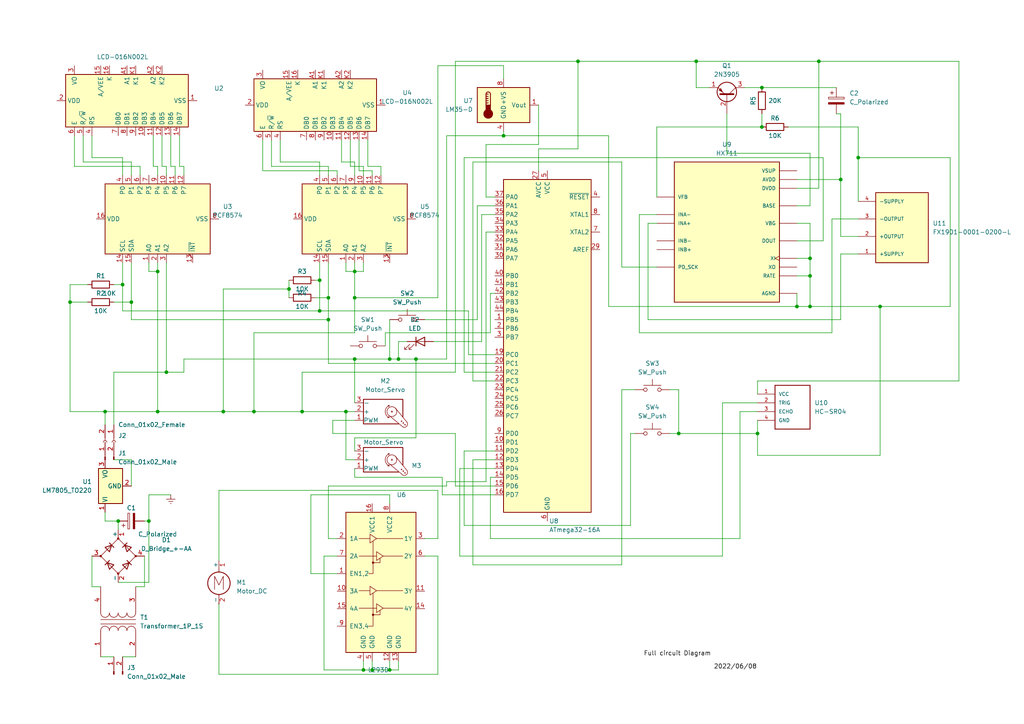
<source format=kicad_sch>
(kicad_sch (version 20211123) (generator eeschema)

  (uuid 63743798-1d66-4e07-b15f-620fb2d1f096)

  (paper "A4")

  (lib_symbols
    (symbol "Connector:Conn_01x02_Female" (pin_names (offset 1.016) hide) (in_bom yes) (on_board yes)
      (property "Reference" "J" (id 0) (at 0 2.54 0)
        (effects (font (size 1.27 1.27)))
      )
      (property "Value" "Conn_01x02_Female" (id 1) (at 0 -5.08 0)
        (effects (font (size 1.27 1.27)))
      )
      (property "Footprint" "" (id 2) (at 0 0 0)
        (effects (font (size 1.27 1.27)) hide)
      )
      (property "Datasheet" "~" (id 3) (at 0 0 0)
        (effects (font (size 1.27 1.27)) hide)
      )
      (property "ki_keywords" "connector" (id 4) (at 0 0 0)
        (effects (font (size 1.27 1.27)) hide)
      )
      (property "ki_description" "Generic connector, single row, 01x02, script generated (kicad-library-utils/schlib/autogen/connector/)" (id 5) (at 0 0 0)
        (effects (font (size 1.27 1.27)) hide)
      )
      (property "ki_fp_filters" "Connector*:*_1x??_*" (id 6) (at 0 0 0)
        (effects (font (size 1.27 1.27)) hide)
      )
      (symbol "Conn_01x02_Female_1_1"
        (arc (start 0 -2.032) (mid -0.508 -2.54) (end 0 -3.048)
          (stroke (width 0.1524) (type default) (color 0 0 0 0))
          (fill (type none))
        )
        (polyline
          (pts
            (xy -1.27 -2.54)
            (xy -0.508 -2.54)
          )
          (stroke (width 0.1524) (type default) (color 0 0 0 0))
          (fill (type none))
        )
        (polyline
          (pts
            (xy -1.27 0)
            (xy -0.508 0)
          )
          (stroke (width 0.1524) (type default) (color 0 0 0 0))
          (fill (type none))
        )
        (arc (start 0 0.508) (mid -0.508 0) (end 0 -0.508)
          (stroke (width 0.1524) (type default) (color 0 0 0 0))
          (fill (type none))
        )
        (pin passive line (at -5.08 0 0) (length 3.81)
          (name "Pin_1" (effects (font (size 1.27 1.27))))
          (number "1" (effects (font (size 1.27 1.27))))
        )
        (pin passive line (at -5.08 -2.54 0) (length 3.81)
          (name "Pin_2" (effects (font (size 1.27 1.27))))
          (number "2" (effects (font (size 1.27 1.27))))
        )
      )
    )
    (symbol "Connector:Conn_01x02_Male" (pin_names (offset 1.016) hide) (in_bom yes) (on_board yes)
      (property "Reference" "J" (id 0) (at 0 2.54 0)
        (effects (font (size 1.27 1.27)))
      )
      (property "Value" "Conn_01x02_Male" (id 1) (at 0 -5.08 0)
        (effects (font (size 1.27 1.27)))
      )
      (property "Footprint" "" (id 2) (at 0 0 0)
        (effects (font (size 1.27 1.27)) hide)
      )
      (property "Datasheet" "~" (id 3) (at 0 0 0)
        (effects (font (size 1.27 1.27)) hide)
      )
      (property "ki_keywords" "connector" (id 4) (at 0 0 0)
        (effects (font (size 1.27 1.27)) hide)
      )
      (property "ki_description" "Generic connector, single row, 01x02, script generated (kicad-library-utils/schlib/autogen/connector/)" (id 5) (at 0 0 0)
        (effects (font (size 1.27 1.27)) hide)
      )
      (property "ki_fp_filters" "Connector*:*_1x??_*" (id 6) (at 0 0 0)
        (effects (font (size 1.27 1.27)) hide)
      )
      (symbol "Conn_01x02_Male_1_1"
        (polyline
          (pts
            (xy 1.27 -2.54)
            (xy 0.8636 -2.54)
          )
          (stroke (width 0.1524) (type default) (color 0 0 0 0))
          (fill (type none))
        )
        (polyline
          (pts
            (xy 1.27 0)
            (xy 0.8636 0)
          )
          (stroke (width 0.1524) (type default) (color 0 0 0 0))
          (fill (type none))
        )
        (rectangle (start 0.8636 -2.413) (end 0 -2.667)
          (stroke (width 0.1524) (type default) (color 0 0 0 0))
          (fill (type outline))
        )
        (rectangle (start 0.8636 0.127) (end 0 -0.127)
          (stroke (width 0.1524) (type default) (color 0 0 0 0))
          (fill (type outline))
        )
        (pin passive line (at 5.08 0 180) (length 3.81)
          (name "Pin_1" (effects (font (size 1.27 1.27))))
          (number "1" (effects (font (size 1.27 1.27))))
        )
        (pin passive line (at 5.08 -2.54 180) (length 3.81)
          (name "Pin_2" (effects (font (size 1.27 1.27))))
          (number "2" (effects (font (size 1.27 1.27))))
        )
      )
    )
    (symbol "Device:C_Polarized" (pin_numbers hide) (pin_names (offset 0.254)) (in_bom yes) (on_board yes)
      (property "Reference" "C" (id 0) (at 0.635 2.54 0)
        (effects (font (size 1.27 1.27)) (justify left))
      )
      (property "Value" "C_Polarized" (id 1) (at 0.635 -2.54 0)
        (effects (font (size 1.27 1.27)) (justify left))
      )
      (property "Footprint" "" (id 2) (at 0.9652 -3.81 0)
        (effects (font (size 1.27 1.27)) hide)
      )
      (property "Datasheet" "~" (id 3) (at 0 0 0)
        (effects (font (size 1.27 1.27)) hide)
      )
      (property "ki_keywords" "cap capacitor" (id 4) (at 0 0 0)
        (effects (font (size 1.27 1.27)) hide)
      )
      (property "ki_description" "Polarized capacitor" (id 5) (at 0 0 0)
        (effects (font (size 1.27 1.27)) hide)
      )
      (property "ki_fp_filters" "CP_*" (id 6) (at 0 0 0)
        (effects (font (size 1.27 1.27)) hide)
      )
      (symbol "C_Polarized_0_1"
        (rectangle (start -2.286 0.508) (end 2.286 1.016)
          (stroke (width 0) (type default) (color 0 0 0 0))
          (fill (type none))
        )
        (polyline
          (pts
            (xy -1.778 2.286)
            (xy -0.762 2.286)
          )
          (stroke (width 0) (type default) (color 0 0 0 0))
          (fill (type none))
        )
        (polyline
          (pts
            (xy -1.27 2.794)
            (xy -1.27 1.778)
          )
          (stroke (width 0) (type default) (color 0 0 0 0))
          (fill (type none))
        )
        (rectangle (start 2.286 -0.508) (end -2.286 -1.016)
          (stroke (width 0) (type default) (color 0 0 0 0))
          (fill (type outline))
        )
      )
      (symbol "C_Polarized_1_1"
        (pin passive line (at 0 3.81 270) (length 2.794)
          (name "~" (effects (font (size 1.27 1.27))))
          (number "1" (effects (font (size 1.27 1.27))))
        )
        (pin passive line (at 0 -3.81 90) (length 2.794)
          (name "~" (effects (font (size 1.27 1.27))))
          (number "2" (effects (font (size 1.27 1.27))))
        )
      )
    )
    (symbol "Device:D_Bridge_+-AA" (pin_names (offset 0)) (in_bom yes) (on_board yes)
      (property "Reference" "D" (id 0) (at 2.54 6.985 0)
        (effects (font (size 1.27 1.27)) (justify left))
      )
      (property "Value" "D_Bridge_+-AA" (id 1) (at 2.54 5.08 0)
        (effects (font (size 1.27 1.27)) (justify left))
      )
      (property "Footprint" "" (id 2) (at 0 0 0)
        (effects (font (size 1.27 1.27)) hide)
      )
      (property "Datasheet" "~" (id 3) (at 0 0 0)
        (effects (font (size 1.27 1.27)) hide)
      )
      (property "ki_keywords" "rectifier ACDC" (id 4) (at 0 0 0)
        (effects (font (size 1.27 1.27)) hide)
      )
      (property "ki_description" "Diode bridge, +ve/-ve/AC/AC" (id 5) (at 0 0 0)
        (effects (font (size 1.27 1.27)) hide)
      )
      (property "ki_fp_filters" "D*Bridge* D*Rectifier*" (id 6) (at 0 0 0)
        (effects (font (size 1.27 1.27)) hide)
      )
      (symbol "D_Bridge_+-AA_0_1"
        (circle (center -5.08 0) (radius 0.254)
          (stroke (width 0) (type default) (color 0 0 0 0))
          (fill (type outline))
        )
        (circle (center 0 -5.08) (radius 0.254)
          (stroke (width 0) (type default) (color 0 0 0 0))
          (fill (type outline))
        )
        (polyline
          (pts
            (xy -2.54 3.81)
            (xy -1.27 2.54)
          )
          (stroke (width 0.254) (type default) (color 0 0 0 0))
          (fill (type none))
        )
        (polyline
          (pts
            (xy -1.27 -2.54)
            (xy -2.54 -3.81)
          )
          (stroke (width 0.254) (type default) (color 0 0 0 0))
          (fill (type none))
        )
        (polyline
          (pts
            (xy 2.54 -1.27)
            (xy 3.81 -2.54)
          )
          (stroke (width 0.254) (type default) (color 0 0 0 0))
          (fill (type none))
        )
        (polyline
          (pts
            (xy 2.54 1.27)
            (xy 3.81 2.54)
          )
          (stroke (width 0.254) (type default) (color 0 0 0 0))
          (fill (type none))
        )
        (polyline
          (pts
            (xy -3.81 2.54)
            (xy -2.54 1.27)
            (xy -1.905 3.175)
            (xy -3.81 2.54)
          )
          (stroke (width 0.254) (type default) (color 0 0 0 0))
          (fill (type none))
        )
        (polyline
          (pts
            (xy -2.54 -1.27)
            (xy -3.81 -2.54)
            (xy -1.905 -3.175)
            (xy -2.54 -1.27)
          )
          (stroke (width 0.254) (type default) (color 0 0 0 0))
          (fill (type none))
        )
        (polyline
          (pts
            (xy 1.27 2.54)
            (xy 2.54 3.81)
            (xy 3.175 1.905)
            (xy 1.27 2.54)
          )
          (stroke (width 0.254) (type default) (color 0 0 0 0))
          (fill (type none))
        )
        (polyline
          (pts
            (xy 3.175 -1.905)
            (xy 1.27 -2.54)
            (xy 2.54 -3.81)
            (xy 3.175 -1.905)
          )
          (stroke (width 0.254) (type default) (color 0 0 0 0))
          (fill (type none))
        )
        (polyline
          (pts
            (xy -5.08 0)
            (xy 0 -5.08)
            (xy 5.08 0)
            (xy 0 5.08)
            (xy -5.08 0)
          )
          (stroke (width 0) (type default) (color 0 0 0 0))
          (fill (type none))
        )
        (circle (center 0 5.08) (radius 0.254)
          (stroke (width 0) (type default) (color 0 0 0 0))
          (fill (type outline))
        )
        (circle (center 5.08 0) (radius 0.254)
          (stroke (width 0) (type default) (color 0 0 0 0))
          (fill (type outline))
        )
      )
      (symbol "D_Bridge_+-AA_1_1"
        (pin passive line (at 7.62 0 180) (length 2.54)
          (name "+" (effects (font (size 1.27 1.27))))
          (number "1" (effects (font (size 1.27 1.27))))
        )
        (pin passive line (at -7.62 0 0) (length 2.54)
          (name "-" (effects (font (size 1.27 1.27))))
          (number "2" (effects (font (size 1.27 1.27))))
        )
        (pin passive line (at 0 7.62 270) (length 2.54)
          (name "~" (effects (font (size 1.27 1.27))))
          (number "3" (effects (font (size 1.27 1.27))))
        )
        (pin passive line (at 0 -7.62 90) (length 2.54)
          (name "~" (effects (font (size 1.27 1.27))))
          (number "4" (effects (font (size 1.27 1.27))))
        )
      )
    )
    (symbol "Device:LED" (pin_numbers hide) (pin_names (offset 1.016) hide) (in_bom yes) (on_board yes)
      (property "Reference" "D" (id 0) (at 0 2.54 0)
        (effects (font (size 1.27 1.27)))
      )
      (property "Value" "LED" (id 1) (at 0 -2.54 0)
        (effects (font (size 1.27 1.27)))
      )
      (property "Footprint" "" (id 2) (at 0 0 0)
        (effects (font (size 1.27 1.27)) hide)
      )
      (property "Datasheet" "~" (id 3) (at 0 0 0)
        (effects (font (size 1.27 1.27)) hide)
      )
      (property "ki_keywords" "LED diode" (id 4) (at 0 0 0)
        (effects (font (size 1.27 1.27)) hide)
      )
      (property "ki_description" "Light emitting diode" (id 5) (at 0 0 0)
        (effects (font (size 1.27 1.27)) hide)
      )
      (property "ki_fp_filters" "LED* LED_SMD:* LED_THT:*" (id 6) (at 0 0 0)
        (effects (font (size 1.27 1.27)) hide)
      )
      (symbol "LED_0_1"
        (polyline
          (pts
            (xy -1.27 -1.27)
            (xy -1.27 1.27)
          )
          (stroke (width 0.254) (type default) (color 0 0 0 0))
          (fill (type none))
        )
        (polyline
          (pts
            (xy -1.27 0)
            (xy 1.27 0)
          )
          (stroke (width 0) (type default) (color 0 0 0 0))
          (fill (type none))
        )
        (polyline
          (pts
            (xy 1.27 -1.27)
            (xy 1.27 1.27)
            (xy -1.27 0)
            (xy 1.27 -1.27)
          )
          (stroke (width 0.254) (type default) (color 0 0 0 0))
          (fill (type none))
        )
        (polyline
          (pts
            (xy -3.048 -0.762)
            (xy -4.572 -2.286)
            (xy -3.81 -2.286)
            (xy -4.572 -2.286)
            (xy -4.572 -1.524)
          )
          (stroke (width 0) (type default) (color 0 0 0 0))
          (fill (type none))
        )
        (polyline
          (pts
            (xy -1.778 -0.762)
            (xy -3.302 -2.286)
            (xy -2.54 -2.286)
            (xy -3.302 -2.286)
            (xy -3.302 -1.524)
          )
          (stroke (width 0) (type default) (color 0 0 0 0))
          (fill (type none))
        )
      )
      (symbol "LED_1_1"
        (pin passive line (at -3.81 0 0) (length 2.54)
          (name "K" (effects (font (size 1.27 1.27))))
          (number "1" (effects (font (size 1.27 1.27))))
        )
        (pin passive line (at 3.81 0 180) (length 2.54)
          (name "A" (effects (font (size 1.27 1.27))))
          (number "2" (effects (font (size 1.27 1.27))))
        )
      )
    )
    (symbol "Device:R" (pin_numbers hide) (pin_names (offset 0)) (in_bom yes) (on_board yes)
      (property "Reference" "R" (id 0) (at 2.032 0 90)
        (effects (font (size 1.27 1.27)))
      )
      (property "Value" "R" (id 1) (at 0 0 90)
        (effects (font (size 1.27 1.27)))
      )
      (property "Footprint" "" (id 2) (at -1.778 0 90)
        (effects (font (size 1.27 1.27)) hide)
      )
      (property "Datasheet" "~" (id 3) (at 0 0 0)
        (effects (font (size 1.27 1.27)) hide)
      )
      (property "ki_keywords" "R res resistor" (id 4) (at 0 0 0)
        (effects (font (size 1.27 1.27)) hide)
      )
      (property "ki_description" "Resistor" (id 5) (at 0 0 0)
        (effects (font (size 1.27 1.27)) hide)
      )
      (property "ki_fp_filters" "R_*" (id 6) (at 0 0 0)
        (effects (font (size 1.27 1.27)) hide)
      )
      (symbol "R_0_1"
        (rectangle (start -1.016 -2.54) (end 1.016 2.54)
          (stroke (width 0.254) (type default) (color 0 0 0 0))
          (fill (type none))
        )
      )
      (symbol "R_1_1"
        (pin passive line (at 0 3.81 270) (length 1.27)
          (name "~" (effects (font (size 1.27 1.27))))
          (number "1" (effects (font (size 1.27 1.27))))
        )
        (pin passive line (at 0 -3.81 90) (length 1.27)
          (name "~" (effects (font (size 1.27 1.27))))
          (number "2" (effects (font (size 1.27 1.27))))
        )
      )
    )
    (symbol "Device:Transformer_1P_1S" (pin_names (offset 1.016) hide) (in_bom yes) (on_board yes)
      (property "Reference" "T" (id 0) (at 0 6.35 0)
        (effects (font (size 1.27 1.27)))
      )
      (property "Value" "Transformer_1P_1S" (id 1) (at 0 -7.62 0)
        (effects (font (size 1.27 1.27)))
      )
      (property "Footprint" "" (id 2) (at 0 0 0)
        (effects (font (size 1.27 1.27)) hide)
      )
      (property "Datasheet" "~" (id 3) (at 0 0 0)
        (effects (font (size 1.27 1.27)) hide)
      )
      (property "ki_keywords" "transformer coil magnet" (id 4) (at 0 0 0)
        (effects (font (size 1.27 1.27)) hide)
      )
      (property "ki_description" "Transformer, single primary, single secondary" (id 5) (at 0 0 0)
        (effects (font (size 1.27 1.27)) hide)
      )
      (symbol "Transformer_1P_1S_0_1"
        (arc (start -2.54 -5.0546) (mid -1.6599 -4.6901) (end -1.27 -3.81)
          (stroke (width 0) (type default) (color 0 0 0 0))
          (fill (type none))
        )
        (arc (start -2.54 -2.5146) (mid -1.6599 -2.1501) (end -1.27 -1.27)
          (stroke (width 0) (type default) (color 0 0 0 0))
          (fill (type none))
        )
        (arc (start -2.54 0.0254) (mid -1.6599 0.3899) (end -1.27 1.27)
          (stroke (width 0) (type default) (color 0 0 0 0))
          (fill (type none))
        )
        (arc (start -2.54 2.5654) (mid -1.6599 2.9299) (end -1.27 3.81)
          (stroke (width 0) (type default) (color 0 0 0 0))
          (fill (type none))
        )
        (arc (start -1.27 -3.81) (mid -1.642 -2.912) (end -2.54 -2.54)
          (stroke (width 0) (type default) (color 0 0 0 0))
          (fill (type none))
        )
        (arc (start -1.27 -1.27) (mid -1.642 -0.372) (end -2.54 0)
          (stroke (width 0) (type default) (color 0 0 0 0))
          (fill (type none))
        )
        (arc (start -1.27 1.27) (mid -1.642 2.168) (end -2.54 2.54)
          (stroke (width 0) (type default) (color 0 0 0 0))
          (fill (type none))
        )
        (arc (start -1.27 3.81) (mid -1.642 4.708) (end -2.54 5.08)
          (stroke (width 0) (type default) (color 0 0 0 0))
          (fill (type none))
        )
        (polyline
          (pts
            (xy -0.635 5.08)
            (xy -0.635 -5.08)
          )
          (stroke (width 0) (type default) (color 0 0 0 0))
          (fill (type none))
        )
        (polyline
          (pts
            (xy 0.635 -5.08)
            (xy 0.635 5.08)
          )
          (stroke (width 0) (type default) (color 0 0 0 0))
          (fill (type none))
        )
        (arc (start 1.2954 -1.27) (mid 1.6599 -2.1501) (end 2.54 -2.5146)
          (stroke (width 0) (type default) (color 0 0 0 0))
          (fill (type none))
        )
        (arc (start 1.2954 1.27) (mid 1.6599 0.3899) (end 2.54 0.0254)
          (stroke (width 0) (type default) (color 0 0 0 0))
          (fill (type none))
        )
        (arc (start 1.2954 3.81) (mid 1.6599 2.9299) (end 2.54 2.5654)
          (stroke (width 0) (type default) (color 0 0 0 0))
          (fill (type none))
        )
        (arc (start 1.3208 -3.81) (mid 1.6853 -4.6901) (end 2.5654 -5.0546)
          (stroke (width 0) (type default) (color 0 0 0 0))
          (fill (type none))
        )
        (arc (start 2.54 0) (mid 1.642 -0.372) (end 1.2954 -1.27)
          (stroke (width 0) (type default) (color 0 0 0 0))
          (fill (type none))
        )
        (arc (start 2.54 2.54) (mid 1.642 2.168) (end 1.2954 1.27)
          (stroke (width 0) (type default) (color 0 0 0 0))
          (fill (type none))
        )
        (arc (start 2.54 5.08) (mid 1.642 4.708) (end 1.2954 3.81)
          (stroke (width 0) (type default) (color 0 0 0 0))
          (fill (type none))
        )
        (arc (start 2.5654 -2.54) (mid 1.6674 -2.912) (end 1.3208 -3.81)
          (stroke (width 0) (type default) (color 0 0 0 0))
          (fill (type none))
        )
      )
      (symbol "Transformer_1P_1S_1_1"
        (pin passive line (at -10.16 5.08 0) (length 7.62)
          (name "AA" (effects (font (size 1.27 1.27))))
          (number "1" (effects (font (size 1.27 1.27))))
        )
        (pin passive line (at -10.16 -5.08 0) (length 7.62)
          (name "AB" (effects (font (size 1.27 1.27))))
          (number "2" (effects (font (size 1.27 1.27))))
        )
        (pin passive line (at 10.16 -5.08 180) (length 7.62)
          (name "SA" (effects (font (size 1.27 1.27))))
          (number "3" (effects (font (size 1.27 1.27))))
        )
        (pin passive line (at 10.16 5.08 180) (length 7.62)
          (name "SB" (effects (font (size 1.27 1.27))))
          (number "4" (effects (font (size 1.27 1.27))))
        )
      )
    )
    (symbol "Display_Character:LCD-016N002L" (in_bom yes) (on_board yes)
      (property "Reference" "U" (id 0) (at -6.35 18.796 0)
        (effects (font (size 1.27 1.27)))
      )
      (property "Value" "LCD-016N002L" (id 1) (at 8.636 18.796 0)
        (effects (font (size 1.27 1.27)))
      )
      (property "Footprint" "Display:LCD-016N002L" (id 2) (at 0.508 -23.368 0)
        (effects (font (size 1.27 1.27)) hide)
      )
      (property "Datasheet" "http://www.vishay.com/docs/37299/37299.pdf" (id 3) (at 12.7 -7.62 0)
        (effects (font (size 1.27 1.27)) hide)
      )
      (property "ki_keywords" "display LCD dot-matrix" (id 4) (at 0 0 0)
        (effects (font (size 1.27 1.27)) hide)
      )
      (property "ki_description" "LCD 12x2, 8 bit parallel bus, 3V or 5V VDD" (id 5) (at 0 0 0)
        (effects (font (size 1.27 1.27)) hide)
      )
      (property "ki_fp_filters" "*LCD*016N002L*" (id 6) (at 0 0 0)
        (effects (font (size 1.27 1.27)) hide)
      )
      (symbol "LCD-016N002L_1_1"
        (rectangle (start -7.62 17.78) (end 7.62 -17.78)
          (stroke (width 0.254) (type default) (color 0 0 0 0))
          (fill (type background))
        )
        (pin power_in line (at 0 -20.32 90) (length 2.54)
          (name "VSS" (effects (font (size 1.27 1.27))))
          (number "1" (effects (font (size 1.27 1.27))))
        )
        (pin bidirectional line (at -10.16 -5.08 0) (length 2.54)
          (name "DB3" (effects (font (size 1.27 1.27))))
          (number "10" (effects (font (size 1.27 1.27))))
        )
        (pin bidirectional line (at -10.16 -7.62 0) (length 2.54)
          (name "DB4" (effects (font (size 1.27 1.27))))
          (number "11" (effects (font (size 1.27 1.27))))
        )
        (pin bidirectional line (at -10.16 -10.16 0) (length 2.54)
          (name "DB5" (effects (font (size 1.27 1.27))))
          (number "12" (effects (font (size 1.27 1.27))))
        )
        (pin bidirectional line (at -10.16 -12.7 0) (length 2.54)
          (name "DB6" (effects (font (size 1.27 1.27))))
          (number "13" (effects (font (size 1.27 1.27))))
        )
        (pin bidirectional line (at -10.16 -15.24 0) (length 2.54)
          (name "DB7" (effects (font (size 1.27 1.27))))
          (number "14" (effects (font (size 1.27 1.27))))
        )
        (pin power_in line (at 10.16 7.62 180) (length 2.54)
          (name "A/VEE" (effects (font (size 1.27 1.27))))
          (number "15" (effects (font (size 1.27 1.27))))
        )
        (pin power_in line (at 10.16 5.08 180) (length 2.54)
          (name "K" (effects (font (size 1.27 1.27))))
          (number "16" (effects (font (size 1.27 1.27))))
        )
        (pin power_in line (at 0 20.32 270) (length 2.54)
          (name "VDD" (effects (font (size 1.27 1.27))))
          (number "2" (effects (font (size 1.27 1.27))))
        )
        (pin input line (at 10.16 15.24 180) (length 2.54)
          (name "VO" (effects (font (size 1.27 1.27))))
          (number "3" (effects (font (size 1.27 1.27))))
        )
        (pin input line (at -10.16 10.16 0) (length 2.54)
          (name "RS" (effects (font (size 1.27 1.27))))
          (number "4" (effects (font (size 1.27 1.27))))
        )
        (pin input line (at -10.16 12.7 0) (length 2.54)
          (name "R/~{W}" (effects (font (size 1.27 1.27))))
          (number "5" (effects (font (size 1.27 1.27))))
        )
        (pin input line (at -10.16 15.24 0) (length 2.54)
          (name "E" (effects (font (size 1.27 1.27))))
          (number "6" (effects (font (size 1.27 1.27))))
        )
        (pin bidirectional line (at -10.16 2.54 0) (length 2.54)
          (name "DB0" (effects (font (size 1.27 1.27))))
          (number "7" (effects (font (size 1.27 1.27))))
        )
        (pin bidirectional line (at -10.16 0 0) (length 2.54)
          (name "DB1" (effects (font (size 1.27 1.27))))
          (number "8" (effects (font (size 1.27 1.27))))
        )
        (pin bidirectional line (at -10.16 -2.54 0) (length 2.54)
          (name "DB2" (effects (font (size 1.27 1.27))))
          (number "9" (effects (font (size 1.27 1.27))))
        )
        (pin power_in line (at 10.16 0 180) (length 2.54)
          (name "A1" (effects (font (size 1.27 1.27))))
          (number "A1" (effects (font (size 1.27 1.27))))
        )
        (pin power_in line (at 10.16 -7.62 180) (length 2.54)
          (name "A2" (effects (font (size 1.27 1.27))))
          (number "A2" (effects (font (size 1.27 1.27))))
        )
        (pin power_in line (at 10.16 -2.54 180) (length 2.54)
          (name "K1" (effects (font (size 1.27 1.27))))
          (number "K1" (effects (font (size 1.27 1.27))))
        )
        (pin power_in line (at 10.16 -10.16 180) (length 2.54)
          (name "K2" (effects (font (size 1.27 1.27))))
          (number "K2" (effects (font (size 1.27 1.27))))
        )
      )
    )
    (symbol "Driver_Motor:L293D" (pin_names (offset 1.016)) (in_bom yes) (on_board yes)
      (property "Reference" "U" (id 0) (at -5.08 26.035 0)
        (effects (font (size 1.27 1.27)) (justify right))
      )
      (property "Value" "L293D" (id 1) (at -5.08 24.13 0)
        (effects (font (size 1.27 1.27)) (justify right))
      )
      (property "Footprint" "Package_DIP:DIP-16_W7.62mm" (id 2) (at 6.35 -19.05 0)
        (effects (font (size 1.27 1.27)) (justify left) hide)
      )
      (property "Datasheet" "http://www.ti.com/lit/ds/symlink/l293.pdf" (id 3) (at -7.62 17.78 0)
        (effects (font (size 1.27 1.27)) hide)
      )
      (property "ki_keywords" "Half-H Driver Motor" (id 4) (at 0 0 0)
        (effects (font (size 1.27 1.27)) hide)
      )
      (property "ki_description" "Quadruple Half-H Drivers" (id 5) (at 0 0 0)
        (effects (font (size 1.27 1.27)) hide)
      )
      (property "ki_fp_filters" "DIP*W7.62mm*" (id 6) (at 0 0 0)
        (effects (font (size 1.27 1.27)) hide)
      )
      (symbol "L293D_0_1"
        (rectangle (start -10.16 22.86) (end 10.16 -17.78)
          (stroke (width 0.254) (type default) (color 0 0 0 0))
          (fill (type background))
        )
        (circle (center -2.286 -6.858) (radius 0.254)
          (stroke (width 0) (type default) (color 0 0 0 0))
          (fill (type outline))
        )
        (circle (center -2.286 8.255) (radius 0.254)
          (stroke (width 0) (type default) (color 0 0 0 0))
          (fill (type outline))
        )
        (polyline
          (pts
            (xy -6.35 -4.953)
            (xy -1.27 -4.953)
          )
          (stroke (width 0) (type default) (color 0 0 0 0))
          (fill (type none))
        )
        (polyline
          (pts
            (xy -6.35 0.127)
            (xy -3.175 0.127)
          )
          (stroke (width 0) (type default) (color 0 0 0 0))
          (fill (type none))
        )
        (polyline
          (pts
            (xy -6.35 10.16)
            (xy -1.27 10.16)
          )
          (stroke (width 0) (type default) (color 0 0 0 0))
          (fill (type none))
        )
        (polyline
          (pts
            (xy -6.35 15.24)
            (xy -3.175 15.24)
          )
          (stroke (width 0) (type default) (color 0 0 0 0))
          (fill (type none))
        )
        (polyline
          (pts
            (xy -1.27 0.127)
            (xy 6.35 0.127)
          )
          (stroke (width 0) (type default) (color 0 0 0 0))
          (fill (type none))
        )
        (polyline
          (pts
            (xy -1.27 15.24)
            (xy 6.35 15.24)
          )
          (stroke (width 0) (type default) (color 0 0 0 0))
          (fill (type none))
        )
        (polyline
          (pts
            (xy 0.635 -4.953)
            (xy 6.35 -4.953)
          )
          (stroke (width 0) (type default) (color 0 0 0 0))
          (fill (type none))
        )
        (polyline
          (pts
            (xy 0.635 10.16)
            (xy 6.35 10.16)
          )
          (stroke (width 0) (type default) (color 0 0 0 0))
          (fill (type none))
        )
        (polyline
          (pts
            (xy -2.286 -6.858)
            (xy -0.254 -6.858)
            (xy -0.254 -5.588)
          )
          (stroke (width 0) (type default) (color 0 0 0 0))
          (fill (type none))
        )
        (polyline
          (pts
            (xy -2.286 -0.635)
            (xy -2.286 -10.16)
            (xy -3.556 -10.16)
          )
          (stroke (width 0) (type default) (color 0 0 0 0))
          (fill (type none))
        )
        (polyline
          (pts
            (xy -2.286 8.255)
            (xy -0.254 8.255)
            (xy -0.254 9.525)
          )
          (stroke (width 0) (type default) (color 0 0 0 0))
          (fill (type none))
        )
        (polyline
          (pts
            (xy -2.286 14.478)
            (xy -2.286 5.08)
            (xy -3.556 5.08)
          )
          (stroke (width 0) (type default) (color 0 0 0 0))
          (fill (type none))
        )
        (polyline
          (pts
            (xy -3.175 1.397)
            (xy -3.175 -1.143)
            (xy -1.27 0.127)
            (xy -3.175 1.397)
          )
          (stroke (width 0) (type default) (color 0 0 0 0))
          (fill (type none))
        )
        (polyline
          (pts
            (xy -3.175 16.51)
            (xy -3.175 13.97)
            (xy -1.27 15.24)
            (xy -3.175 16.51)
          )
          (stroke (width 0) (type default) (color 0 0 0 0))
          (fill (type none))
        )
        (polyline
          (pts
            (xy -1.27 -3.683)
            (xy -1.27 -6.223)
            (xy 0.635 -4.953)
            (xy -1.27 -3.683)
          )
          (stroke (width 0) (type default) (color 0 0 0 0))
          (fill (type none))
        )
        (polyline
          (pts
            (xy -1.27 11.43)
            (xy -1.27 8.89)
            (xy 0.635 10.16)
            (xy -1.27 11.43)
          )
          (stroke (width 0) (type default) (color 0 0 0 0))
          (fill (type none))
        )
      )
      (symbol "L293D_1_1"
        (pin input line (at -12.7 5.08 0) (length 2.54)
          (name "EN1,2" (effects (font (size 1.27 1.27))))
          (number "1" (effects (font (size 1.27 1.27))))
        )
        (pin input line (at -12.7 0 0) (length 2.54)
          (name "3A" (effects (font (size 1.27 1.27))))
          (number "10" (effects (font (size 1.27 1.27))))
        )
        (pin output line (at 12.7 0 180) (length 2.54)
          (name "3Y" (effects (font (size 1.27 1.27))))
          (number "11" (effects (font (size 1.27 1.27))))
        )
        (pin power_in line (at 2.54 -20.32 90) (length 2.54)
          (name "GND" (effects (font (size 1.27 1.27))))
          (number "12" (effects (font (size 1.27 1.27))))
        )
        (pin power_in line (at 5.08 -20.32 90) (length 2.54)
          (name "GND" (effects (font (size 1.27 1.27))))
          (number "13" (effects (font (size 1.27 1.27))))
        )
        (pin output line (at 12.7 -5.08 180) (length 2.54)
          (name "4Y" (effects (font (size 1.27 1.27))))
          (number "14" (effects (font (size 1.27 1.27))))
        )
        (pin input line (at -12.7 -5.08 0) (length 2.54)
          (name "4A" (effects (font (size 1.27 1.27))))
          (number "15" (effects (font (size 1.27 1.27))))
        )
        (pin power_in line (at -2.54 25.4 270) (length 2.54)
          (name "VCC1" (effects (font (size 1.27 1.27))))
          (number "16" (effects (font (size 1.27 1.27))))
        )
        (pin input line (at -12.7 15.24 0) (length 2.54)
          (name "1A" (effects (font (size 1.27 1.27))))
          (number "2" (effects (font (size 1.27 1.27))))
        )
        (pin output line (at 12.7 15.24 180) (length 2.54)
          (name "1Y" (effects (font (size 1.27 1.27))))
          (number "3" (effects (font (size 1.27 1.27))))
        )
        (pin power_in line (at -5.08 -20.32 90) (length 2.54)
          (name "GND" (effects (font (size 1.27 1.27))))
          (number "4" (effects (font (size 1.27 1.27))))
        )
        (pin power_in line (at -2.54 -20.32 90) (length 2.54)
          (name "GND" (effects (font (size 1.27 1.27))))
          (number "5" (effects (font (size 1.27 1.27))))
        )
        (pin output line (at 12.7 10.16 180) (length 2.54)
          (name "2Y" (effects (font (size 1.27 1.27))))
          (number "6" (effects (font (size 1.27 1.27))))
        )
        (pin input line (at -12.7 10.16 0) (length 2.54)
          (name "2A" (effects (font (size 1.27 1.27))))
          (number "7" (effects (font (size 1.27 1.27))))
        )
        (pin power_in line (at 2.54 25.4 270) (length 2.54)
          (name "VCC2" (effects (font (size 1.27 1.27))))
          (number "8" (effects (font (size 1.27 1.27))))
        )
        (pin input line (at -12.7 -10.16 0) (length 2.54)
          (name "EN3,4" (effects (font (size 1.27 1.27))))
          (number "9" (effects (font (size 1.27 1.27))))
        )
      )
    )
    (symbol "FX1901-0001-0200-L:FX1901-0001-0200-L" (pin_names (offset 1.016)) (in_bom yes) (on_board yes)
      (property "Reference" "U" (id 0) (at -7.6454 10.8204 0)
        (effects (font (size 1.27 1.27)) (justify left bottom))
      )
      (property "Value" "FX1901-0001-0200-L" (id 1) (at -7.62 -12.7 0)
        (effects (font (size 1.27 1.27)) (justify left bottom))
      )
      (property "Footprint" "SENSOR_FX1901-0001-0200-L" (id 2) (at 0 0 0)
        (effects (font (size 1.27 1.27)) (justify left bottom) hide)
      )
      (property "Datasheet" "" (id 3) (at 0 0 0)
        (effects (font (size 1.27 1.27)) (justify left bottom) hide)
      )
      (property "Comment" "FX1901-0001-0200-L" (id 4) (at 0 0 0)
        (effects (font (size 1.27 1.27)) (justify left bottom) hide)
      )
      (property "ki_locked" "" (id 5) (at 0 0 0)
        (effects (font (size 1.27 1.27)))
      )
      (symbol "FX1901-0001-0200-L_0_0"
        (rectangle (start -7.62 -10.16) (end 7.62 10.16)
          (stroke (width 0.254) (type default) (color 0 0 0 0))
          (fill (type background))
        )
        (pin power_in line (at 12.7 7.62 180) (length 5.08)
          (name "+SUPPLY" (effects (font (size 1.016 1.016))))
          (number "1" (effects (font (size 1.016 1.016))))
        )
        (pin output line (at 12.7 2.54 180) (length 5.08)
          (name "+OUTPUT" (effects (font (size 1.016 1.016))))
          (number "2" (effects (font (size 1.016 1.016))))
        )
        (pin output line (at 12.7 -2.54 180) (length 5.08)
          (name "-OUTPUT" (effects (font (size 1.016 1.016))))
          (number "3" (effects (font (size 1.016 1.016))))
        )
        (pin power_in line (at 12.7 -7.62 180) (length 5.08)
          (name "-SUPPLY" (effects (font (size 1.016 1.016))))
          (number "4" (effects (font (size 1.016 1.016))))
        )
      )
    )
    (symbol "HC-SR04:HC-SR04" (pin_names (offset 1.016)) (in_bom yes) (on_board yes)
      (property "Reference" "U" (id 0) (at 0 5.08 0)
        (effects (font (size 1.27 1.27)) (justify left bottom))
      )
      (property "Value" "HC-SR04" (id 1) (at 0 -10.16 0)
        (effects (font (size 1.27 1.27)) (justify left bottom))
      )
      (property "Footprint" "XCVR_HC-SR04" (id 2) (at 0 0 0)
        (effects (font (size 1.27 1.27)) (justify left bottom) hide)
      )
      (property "Datasheet" "" (id 3) (at 0 0 0)
        (effects (font (size 1.27 1.27)) (justify left bottom) hide)
      )
      (property "MANUFACTURER" "Osepp" (id 4) (at 0 0 0)
        (effects (font (size 1.27 1.27)) (justify left bottom) hide)
      )
      (property "ki_locked" "" (id 5) (at 0 0 0)
        (effects (font (size 1.27 1.27)))
      )
      (symbol "HC-SR04_0_0"
        (polyline
          (pts
            (xy 0 -7.62)
            (xy 10.16 -7.62)
          )
          (stroke (width 0.254) (type default) (color 0 0 0 0))
          (fill (type none))
        )
        (polyline
          (pts
            (xy 0 5.08)
            (xy 0 -7.62)
          )
          (stroke (width 0.254) (type default) (color 0 0 0 0))
          (fill (type none))
        )
        (polyline
          (pts
            (xy 10.16 -7.62)
            (xy 10.16 5.08)
          )
          (stroke (width 0.254) (type default) (color 0 0 0 0))
          (fill (type none))
        )
        (polyline
          (pts
            (xy 10.16 5.08)
            (xy 0 5.08)
          )
          (stroke (width 0.254) (type default) (color 0 0 0 0))
          (fill (type none))
        )
        (pin power_in line (at -5.08 2.54 0) (length 5.08)
          (name "VCC" (effects (font (size 1.016 1.016))))
          (number "1" (effects (font (size 1.016 1.016))))
        )
        (pin bidirectional line (at -5.08 0 0) (length 5.08)
          (name "TRIG" (effects (font (size 1.016 1.016))))
          (number "2" (effects (font (size 1.016 1.016))))
        )
        (pin bidirectional line (at -5.08 -2.54 0) (length 5.08)
          (name "ECHO" (effects (font (size 1.016 1.016))))
          (number "3" (effects (font (size 1.016 1.016))))
        )
        (pin power_in line (at -5.08 -5.08 0) (length 5.08)
          (name "GND" (effects (font (size 1.016 1.016))))
          (number "4" (effects (font (size 1.016 1.016))))
        )
      )
    )
    (symbol "HX711:HX711" (pin_numbers hide) (pin_names (offset 1.016)) (in_bom yes) (on_board yes)
      (property "Reference" "U" (id 0) (at -15.24 22.86 0)
        (effects (font (size 1.27 1.27)) (justify left bottom))
      )
      (property "Value" "HX711" (id 1) (at -15.24 -25.4 0)
        (effects (font (size 1.27 1.27)) (justify left bottom))
      )
      (property "Footprint" "SOP127P600X180-16N" (id 2) (at 0 0 0)
        (effects (font (size 1.27 1.27)) (justify left bottom) hide)
      )
      (property "Datasheet" "" (id 3) (at 0 0 0)
        (effects (font (size 1.27 1.27)) (justify left bottom) hide)
      )
      (property "STANDARD" "IPC-7351B" (id 4) (at 0 0 0)
        (effects (font (size 1.27 1.27)) (justify left bottom) hide)
      )
      (property "PARTREV" "V2.0" (id 5) (at 0 0 0)
        (effects (font (size 1.27 1.27)) (justify left bottom) hide)
      )
      (property "SNAPEDA_PN" "HX711" (id 6) (at 0 0 0)
        (effects (font (size 1.27 1.27)) (justify left bottom) hide)
      )
      (property "MANUFACTURER" "Avia Semiconductor" (id 7) (at 0 0 0)
        (effects (font (size 1.27 1.27)) (justify left bottom) hide)
      )
      (property "MAXIMUM_PACKAGE_HEIGHT" "1.8 mm" (id 8) (at 0 0 0)
        (effects (font (size 1.27 1.27)) (justify left bottom) hide)
      )
      (property "ki_locked" "" (id 9) (at 0 0 0)
        (effects (font (size 1.27 1.27)))
      )
      (symbol "HX711_0_0"
        (rectangle (start -15.24 -20.32) (end 15.24 20.32)
          (stroke (width 0.254) (type default) (color 0 0 0 0))
          (fill (type background))
        )
        (pin power_in line (at 20.32 17.78 180) (length 5.08)
          (name "VSUP" (effects (font (size 1.016 1.016))))
          (number "1" (effects (font (size 1.016 1.016))))
        )
        (pin input line (at -20.32 -5.08 0) (length 5.08)
          (name "INB+" (effects (font (size 1.016 1.016))))
          (number "10" (effects (font (size 1.016 1.016))))
        )
        (pin input line (at -20.32 -10.16 0) (length 5.08)
          (name "PD_SCK" (effects (font (size 1.016 1.016))))
          (number "11" (effects (font (size 1.016 1.016))))
        )
        (pin output line (at 20.32 -2.54 180) (length 5.08)
          (name "DOUT" (effects (font (size 1.016 1.016))))
          (number "12" (effects (font (size 1.016 1.016))))
        )
        (pin output line (at 20.32 -10.16 180) (length 5.08)
          (name "XO" (effects (font (size 1.016 1.016))))
          (number "13" (effects (font (size 1.016 1.016))))
        )
        (pin input clock (at 20.32 -7.62 180) (length 5.08)
          (name "XI" (effects (font (size 1.016 1.016))))
          (number "14" (effects (font (size 1.016 1.016))))
        )
        (pin input line (at 20.32 -12.7 180) (length 5.08)
          (name "RATE" (effects (font (size 1.016 1.016))))
          (number "15" (effects (font (size 1.016 1.016))))
        )
        (pin power_in line (at 20.32 12.7 180) (length 5.08)
          (name "DVDD" (effects (font (size 1.016 1.016))))
          (number "16" (effects (font (size 1.016 1.016))))
        )
        (pin output line (at 20.32 7.62 180) (length 5.08)
          (name "BASE" (effects (font (size 1.016 1.016))))
          (number "2" (effects (font (size 1.016 1.016))))
        )
        (pin power_in line (at 20.32 15.24 180) (length 5.08)
          (name "AVDD" (effects (font (size 1.016 1.016))))
          (number "3" (effects (font (size 1.016 1.016))))
        )
        (pin input line (at -20.32 10.16 0) (length 5.08)
          (name "VFB" (effects (font (size 1.016 1.016))))
          (number "4" (effects (font (size 1.016 1.016))))
        )
        (pin power_in line (at 20.32 -17.78 180) (length 5.08)
          (name "AGND" (effects (font (size 1.016 1.016))))
          (number "5" (effects (font (size 1.016 1.016))))
        )
        (pin output line (at 20.32 2.54 180) (length 5.08)
          (name "VBG" (effects (font (size 1.016 1.016))))
          (number "6" (effects (font (size 1.016 1.016))))
        )
        (pin input line (at -20.32 5.08 0) (length 5.08)
          (name "INA-" (effects (font (size 1.016 1.016))))
          (number "7" (effects (font (size 1.016 1.016))))
        )
        (pin input line (at -20.32 2.54 0) (length 5.08)
          (name "INA+" (effects (font (size 1.016 1.016))))
          (number "8" (effects (font (size 1.016 1.016))))
        )
        (pin input line (at -20.32 -2.54 0) (length 5.08)
          (name "INB-" (effects (font (size 1.016 1.016))))
          (number "9" (effects (font (size 1.016 1.016))))
        )
      )
    )
    (symbol "Interface_Expansion:PCF8574" (in_bom yes) (on_board yes)
      (property "Reference" "U" (id 0) (at -8.89 16.51 0)
        (effects (font (size 1.27 1.27)) (justify left))
      )
      (property "Value" "PCF8574" (id 1) (at 2.54 16.51 0)
        (effects (font (size 1.27 1.27)) (justify left))
      )
      (property "Footprint" "" (id 2) (at 0 0 0)
        (effects (font (size 1.27 1.27)) hide)
      )
      (property "Datasheet" "http://www.nxp.com/documents/data_sheet/PCF8574_PCF8574A.pdf" (id 3) (at 0 0 0)
        (effects (font (size 1.27 1.27)) hide)
      )
      (property "ki_keywords" "I2C Expander" (id 4) (at 0 0 0)
        (effects (font (size 1.27 1.27)) hide)
      )
      (property "ki_description" "8 Bit Port/Expander to I2C Bus, DIP/SOIC-16" (id 5) (at 0 0 0)
        (effects (font (size 1.27 1.27)) hide)
      )
      (property "ki_fp_filters" "DIP*W7.62mm* SOIC*7.5x10.3mm*P1.27mm*" (id 6) (at 0 0 0)
        (effects (font (size 1.27 1.27)) hide)
      )
      (symbol "PCF8574_0_1"
        (rectangle (start -10.16 15.24) (end 10.16 -15.24)
          (stroke (width 0.254) (type default) (color 0 0 0 0))
          (fill (type background))
        )
      )
      (symbol "PCF8574_1_1"
        (pin input line (at -12.7 2.54 0) (length 2.54)
          (name "A0" (effects (font (size 1.27 1.27))))
          (number "1" (effects (font (size 1.27 1.27))))
        )
        (pin bidirectional line (at 12.7 -2.54 180) (length 2.54)
          (name "P5" (effects (font (size 1.27 1.27))))
          (number "10" (effects (font (size 1.27 1.27))))
        )
        (pin bidirectional line (at 12.7 -5.08 180) (length 2.54)
          (name "P6" (effects (font (size 1.27 1.27))))
          (number "11" (effects (font (size 1.27 1.27))))
        )
        (pin bidirectional line (at 12.7 -7.62 180) (length 2.54)
          (name "P7" (effects (font (size 1.27 1.27))))
          (number "12" (effects (font (size 1.27 1.27))))
        )
        (pin open_collector output_low (at -12.7 -10.16 0) (length 2.54)
          (name "~{INT}" (effects (font (size 1.27 1.27))))
          (number "13" (effects (font (size 1.27 1.27))))
        )
        (pin input line (at -12.7 10.16 0) (length 2.54)
          (name "SCL" (effects (font (size 1.27 1.27))))
          (number "14" (effects (font (size 1.27 1.27))))
        )
        (pin bidirectional line (at -12.7 7.62 0) (length 2.54)
          (name "SDA" (effects (font (size 1.27 1.27))))
          (number "15" (effects (font (size 1.27 1.27))))
        )
        (pin power_in line (at 0 17.78 270) (length 2.54)
          (name "VDD" (effects (font (size 1.27 1.27))))
          (number "16" (effects (font (size 1.27 1.27))))
        )
        (pin input line (at -12.7 0 0) (length 2.54)
          (name "A1" (effects (font (size 1.27 1.27))))
          (number "2" (effects (font (size 1.27 1.27))))
        )
        (pin input line (at -12.7 -2.54 0) (length 2.54)
          (name "A2" (effects (font (size 1.27 1.27))))
          (number "3" (effects (font (size 1.27 1.27))))
        )
        (pin bidirectional line (at 12.7 10.16 180) (length 2.54)
          (name "P0" (effects (font (size 1.27 1.27))))
          (number "4" (effects (font (size 1.27 1.27))))
        )
        (pin bidirectional line (at 12.7 7.62 180) (length 2.54)
          (name "P1" (effects (font (size 1.27 1.27))))
          (number "5" (effects (font (size 1.27 1.27))))
        )
        (pin bidirectional line (at 12.7 5.08 180) (length 2.54)
          (name "P2" (effects (font (size 1.27 1.27))))
          (number "6" (effects (font (size 1.27 1.27))))
        )
        (pin bidirectional line (at 12.7 2.54 180) (length 2.54)
          (name "P3" (effects (font (size 1.27 1.27))))
          (number "7" (effects (font (size 1.27 1.27))))
        )
        (pin power_in line (at 0 -17.78 90) (length 2.54)
          (name "VSS" (effects (font (size 1.27 1.27))))
          (number "8" (effects (font (size 1.27 1.27))))
        )
        (pin bidirectional line (at 12.7 0 180) (length 2.54)
          (name "P4" (effects (font (size 1.27 1.27))))
          (number "9" (effects (font (size 1.27 1.27))))
        )
      )
    )
    (symbol "MCU_Microchip_ATmega:ATmega32-16A" (in_bom yes) (on_board yes)
      (property "Reference" "U" (id 0) (at -12.7 49.53 0)
        (effects (font (size 1.27 1.27)) (justify left bottom))
      )
      (property "Value" "ATmega32-16A" (id 1) (at 2.54 -49.53 0)
        (effects (font (size 1.27 1.27)) (justify left top))
      )
      (property "Footprint" "Package_QFP:TQFP-44_10x10mm_P0.8mm" (id 2) (at 0 0 0)
        (effects (font (size 1.27 1.27) italic) hide)
      )
      (property "Datasheet" "http://ww1.microchip.com/downloads/en/DeviceDoc/doc2503.pdf" (id 3) (at 0 0 0)
        (effects (font (size 1.27 1.27)) hide)
      )
      (property "ki_keywords" "AVR 8bit Microcontroller MegaAVR" (id 4) (at 0 0 0)
        (effects (font (size 1.27 1.27)) hide)
      )
      (property "ki_description" "16MHz, 32kB Flash, 2kB SRAM, 1kB EEPROM, JTAG, TQFP-44" (id 5) (at 0 0 0)
        (effects (font (size 1.27 1.27)) hide)
      )
      (property "ki_fp_filters" "TQFP*10x10mm*P0.8mm*" (id 6) (at 0 0 0)
        (effects (font (size 1.27 1.27)) hide)
      )
      (symbol "ATmega32-16A_0_1"
        (rectangle (start -12.7 -48.26) (end 12.7 48.26)
          (stroke (width 0.254) (type default) (color 0 0 0 0))
          (fill (type background))
        )
      )
      (symbol "ATmega32-16A_1_1"
        (pin bidirectional line (at 15.24 7.62 180) (length 2.54)
          (name "PB5" (effects (font (size 1.27 1.27))))
          (number "1" (effects (font (size 1.27 1.27))))
        )
        (pin bidirectional line (at 15.24 -27.94 180) (length 2.54)
          (name "PD1" (effects (font (size 1.27 1.27))))
          (number "10" (effects (font (size 1.27 1.27))))
        )
        (pin bidirectional line (at 15.24 -30.48 180) (length 2.54)
          (name "PD2" (effects (font (size 1.27 1.27))))
          (number "11" (effects (font (size 1.27 1.27))))
        )
        (pin bidirectional line (at 15.24 -33.02 180) (length 2.54)
          (name "PD3" (effects (font (size 1.27 1.27))))
          (number "12" (effects (font (size 1.27 1.27))))
        )
        (pin bidirectional line (at 15.24 -35.56 180) (length 2.54)
          (name "PD4" (effects (font (size 1.27 1.27))))
          (number "13" (effects (font (size 1.27 1.27))))
        )
        (pin bidirectional line (at 15.24 -38.1 180) (length 2.54)
          (name "PD5" (effects (font (size 1.27 1.27))))
          (number "14" (effects (font (size 1.27 1.27))))
        )
        (pin bidirectional line (at 15.24 -40.64 180) (length 2.54)
          (name "PD6" (effects (font (size 1.27 1.27))))
          (number "15" (effects (font (size 1.27 1.27))))
        )
        (pin bidirectional line (at 15.24 -43.18 180) (length 2.54)
          (name "PD7" (effects (font (size 1.27 1.27))))
          (number "16" (effects (font (size 1.27 1.27))))
        )
        (pin passive line (at 0 50.8 270) (length 2.54) hide
          (name "VCC" (effects (font (size 1.27 1.27))))
          (number "17" (effects (font (size 1.27 1.27))))
        )
        (pin passive line (at 0 -50.8 90) (length 2.54) hide
          (name "GND" (effects (font (size 1.27 1.27))))
          (number "18" (effects (font (size 1.27 1.27))))
        )
        (pin bidirectional line (at 15.24 -2.54 180) (length 2.54)
          (name "PC0" (effects (font (size 1.27 1.27))))
          (number "19" (effects (font (size 1.27 1.27))))
        )
        (pin bidirectional line (at 15.24 5.08 180) (length 2.54)
          (name "PB6" (effects (font (size 1.27 1.27))))
          (number "2" (effects (font (size 1.27 1.27))))
        )
        (pin bidirectional line (at 15.24 -5.08 180) (length 2.54)
          (name "PC1" (effects (font (size 1.27 1.27))))
          (number "20" (effects (font (size 1.27 1.27))))
        )
        (pin bidirectional line (at 15.24 -7.62 180) (length 2.54)
          (name "PC2" (effects (font (size 1.27 1.27))))
          (number "21" (effects (font (size 1.27 1.27))))
        )
        (pin bidirectional line (at 15.24 -10.16 180) (length 2.54)
          (name "PC3" (effects (font (size 1.27 1.27))))
          (number "22" (effects (font (size 1.27 1.27))))
        )
        (pin bidirectional line (at 15.24 -12.7 180) (length 2.54)
          (name "PC4" (effects (font (size 1.27 1.27))))
          (number "23" (effects (font (size 1.27 1.27))))
        )
        (pin bidirectional line (at 15.24 -15.24 180) (length 2.54)
          (name "PC5" (effects (font (size 1.27 1.27))))
          (number "24" (effects (font (size 1.27 1.27))))
        )
        (pin bidirectional line (at 15.24 -17.78 180) (length 2.54)
          (name "PC6" (effects (font (size 1.27 1.27))))
          (number "25" (effects (font (size 1.27 1.27))))
        )
        (pin bidirectional line (at 15.24 -20.32 180) (length 2.54)
          (name "PC7" (effects (font (size 1.27 1.27))))
          (number "26" (effects (font (size 1.27 1.27))))
        )
        (pin power_in line (at 2.54 50.8 270) (length 2.54)
          (name "AVCC" (effects (font (size 1.27 1.27))))
          (number "27" (effects (font (size 1.27 1.27))))
        )
        (pin passive line (at 0 -50.8 90) (length 2.54) hide
          (name "GND" (effects (font (size 1.27 1.27))))
          (number "28" (effects (font (size 1.27 1.27))))
        )
        (pin passive line (at -15.24 27.94 0) (length 2.54)
          (name "AREF" (effects (font (size 1.27 1.27))))
          (number "29" (effects (font (size 1.27 1.27))))
        )
        (pin bidirectional line (at 15.24 2.54 180) (length 2.54)
          (name "PB7" (effects (font (size 1.27 1.27))))
          (number "3" (effects (font (size 1.27 1.27))))
        )
        (pin bidirectional line (at 15.24 25.4 180) (length 2.54)
          (name "PA7" (effects (font (size 1.27 1.27))))
          (number "30" (effects (font (size 1.27 1.27))))
        )
        (pin bidirectional line (at 15.24 27.94 180) (length 2.54)
          (name "PA6" (effects (font (size 1.27 1.27))))
          (number "31" (effects (font (size 1.27 1.27))))
        )
        (pin bidirectional line (at 15.24 30.48 180) (length 2.54)
          (name "PA5" (effects (font (size 1.27 1.27))))
          (number "32" (effects (font (size 1.27 1.27))))
        )
        (pin bidirectional line (at 15.24 33.02 180) (length 2.54)
          (name "PA4" (effects (font (size 1.27 1.27))))
          (number "33" (effects (font (size 1.27 1.27))))
        )
        (pin bidirectional line (at 15.24 35.56 180) (length 2.54)
          (name "PA3" (effects (font (size 1.27 1.27))))
          (number "34" (effects (font (size 1.27 1.27))))
        )
        (pin bidirectional line (at 15.24 38.1 180) (length 2.54)
          (name "PA2" (effects (font (size 1.27 1.27))))
          (number "35" (effects (font (size 1.27 1.27))))
        )
        (pin bidirectional line (at 15.24 40.64 180) (length 2.54)
          (name "PA1" (effects (font (size 1.27 1.27))))
          (number "36" (effects (font (size 1.27 1.27))))
        )
        (pin bidirectional line (at 15.24 43.18 180) (length 2.54)
          (name "PA0" (effects (font (size 1.27 1.27))))
          (number "37" (effects (font (size 1.27 1.27))))
        )
        (pin passive line (at 0 50.8 270) (length 2.54) hide
          (name "VCC" (effects (font (size 1.27 1.27))))
          (number "38" (effects (font (size 1.27 1.27))))
        )
        (pin passive line (at 0 -50.8 90) (length 2.54) hide
          (name "GND" (effects (font (size 1.27 1.27))))
          (number "39" (effects (font (size 1.27 1.27))))
        )
        (pin input line (at -15.24 43.18 0) (length 2.54)
          (name "~{RESET}" (effects (font (size 1.27 1.27))))
          (number "4" (effects (font (size 1.27 1.27))))
        )
        (pin bidirectional line (at 15.24 20.32 180) (length 2.54)
          (name "PB0" (effects (font (size 1.27 1.27))))
          (number "40" (effects (font (size 1.27 1.27))))
        )
        (pin bidirectional line (at 15.24 17.78 180) (length 2.54)
          (name "PB1" (effects (font (size 1.27 1.27))))
          (number "41" (effects (font (size 1.27 1.27))))
        )
        (pin bidirectional line (at 15.24 15.24 180) (length 2.54)
          (name "PB2" (effects (font (size 1.27 1.27))))
          (number "42" (effects (font (size 1.27 1.27))))
        )
        (pin bidirectional line (at 15.24 12.7 180) (length 2.54)
          (name "PB3" (effects (font (size 1.27 1.27))))
          (number "43" (effects (font (size 1.27 1.27))))
        )
        (pin bidirectional line (at 15.24 10.16 180) (length 2.54)
          (name "PB4" (effects (font (size 1.27 1.27))))
          (number "44" (effects (font (size 1.27 1.27))))
        )
        (pin power_in line (at 0 50.8 270) (length 2.54)
          (name "VCC" (effects (font (size 1.27 1.27))))
          (number "5" (effects (font (size 1.27 1.27))))
        )
        (pin power_in line (at 0 -50.8 90) (length 2.54)
          (name "GND" (effects (font (size 1.27 1.27))))
          (number "6" (effects (font (size 1.27 1.27))))
        )
        (pin output line (at -15.24 33.02 0) (length 2.54)
          (name "XTAL2" (effects (font (size 1.27 1.27))))
          (number "7" (effects (font (size 1.27 1.27))))
        )
        (pin input line (at -15.24 38.1 0) (length 2.54)
          (name "XTAL1" (effects (font (size 1.27 1.27))))
          (number "8" (effects (font (size 1.27 1.27))))
        )
        (pin bidirectional line (at 15.24 -25.4 180) (length 2.54)
          (name "PD0" (effects (font (size 1.27 1.27))))
          (number "9" (effects (font (size 1.27 1.27))))
        )
      )
    )
    (symbol "Motor:Motor_DC" (pin_names (offset 0)) (in_bom yes) (on_board yes)
      (property "Reference" "M" (id 0) (at 2.54 2.54 0)
        (effects (font (size 1.27 1.27)) (justify left))
      )
      (property "Value" "Motor_DC" (id 1) (at 2.54 -5.08 0)
        (effects (font (size 1.27 1.27)) (justify left top))
      )
      (property "Footprint" "" (id 2) (at 0 -2.286 0)
        (effects (font (size 1.27 1.27)) hide)
      )
      (property "Datasheet" "~" (id 3) (at 0 -2.286 0)
        (effects (font (size 1.27 1.27)) hide)
      )
      (property "ki_keywords" "DC Motor" (id 4) (at 0 0 0)
        (effects (font (size 1.27 1.27)) hide)
      )
      (property "ki_description" "DC Motor" (id 5) (at 0 0 0)
        (effects (font (size 1.27 1.27)) hide)
      )
      (property "ki_fp_filters" "PinHeader*P2.54mm* TerminalBlock*" (id 6) (at 0 0 0)
        (effects (font (size 1.27 1.27)) hide)
      )
      (symbol "Motor_DC_0_0"
        (polyline
          (pts
            (xy -1.27 -3.302)
            (xy -1.27 0.508)
            (xy 0 -2.032)
            (xy 1.27 0.508)
            (xy 1.27 -3.302)
          )
          (stroke (width 0) (type default) (color 0 0 0 0))
          (fill (type none))
        )
      )
      (symbol "Motor_DC_0_1"
        (circle (center 0 -1.524) (radius 3.2512)
          (stroke (width 0.254) (type default) (color 0 0 0 0))
          (fill (type none))
        )
        (polyline
          (pts
            (xy 0 -7.62)
            (xy 0 -7.112)
          )
          (stroke (width 0) (type default) (color 0 0 0 0))
          (fill (type none))
        )
        (polyline
          (pts
            (xy 0 -4.7752)
            (xy 0 -5.1816)
          )
          (stroke (width 0) (type default) (color 0 0 0 0))
          (fill (type none))
        )
        (polyline
          (pts
            (xy 0 1.7272)
            (xy 0 2.0828)
          )
          (stroke (width 0) (type default) (color 0 0 0 0))
          (fill (type none))
        )
        (polyline
          (pts
            (xy 0 2.032)
            (xy 0 2.54)
          )
          (stroke (width 0) (type default) (color 0 0 0 0))
          (fill (type none))
        )
      )
      (symbol "Motor_DC_1_1"
        (pin passive line (at 0 5.08 270) (length 2.54)
          (name "+" (effects (font (size 1.27 1.27))))
          (number "1" (effects (font (size 1.27 1.27))))
        )
        (pin passive line (at 0 -7.62 90) (length 2.54)
          (name "-" (effects (font (size 1.27 1.27))))
          (number "2" (effects (font (size 1.27 1.27))))
        )
      )
    )
    (symbol "Motor:Motor_Servo" (pin_names (offset 0.0254)) (in_bom yes) (on_board yes)
      (property "Reference" "M" (id 0) (at -5.08 4.445 0)
        (effects (font (size 1.27 1.27)) (justify left))
      )
      (property "Value" "Motor_Servo" (id 1) (at -5.08 -4.064 0)
        (effects (font (size 1.27 1.27)) (justify left top))
      )
      (property "Footprint" "" (id 2) (at 0 -4.826 0)
        (effects (font (size 1.27 1.27)) hide)
      )
      (property "Datasheet" "http://forums.parallax.com/uploads/attachments/46831/74481.png" (id 3) (at 0 -4.826 0)
        (effects (font (size 1.27 1.27)) hide)
      )
      (property "ki_keywords" "Servo Motor" (id 4) (at 0 0 0)
        (effects (font (size 1.27 1.27)) hide)
      )
      (property "ki_description" "Servo Motor (Futaba, HiTec, JR connector)" (id 5) (at 0 0 0)
        (effects (font (size 1.27 1.27)) hide)
      )
      (property "ki_fp_filters" "PinHeader*P2.54mm*" (id 6) (at 0 0 0)
        (effects (font (size 1.27 1.27)) hide)
      )
      (symbol "Motor_Servo_0_1"
        (polyline
          (pts
            (xy 2.413 -1.778)
            (xy 2.032 -1.778)
          )
          (stroke (width 0) (type default) (color 0 0 0 0))
          (fill (type none))
        )
        (polyline
          (pts
            (xy 2.413 -1.778)
            (xy 2.286 -1.397)
          )
          (stroke (width 0) (type default) (color 0 0 0 0))
          (fill (type none))
        )
        (polyline
          (pts
            (xy 2.413 1.778)
            (xy 1.905 1.778)
          )
          (stroke (width 0) (type default) (color 0 0 0 0))
          (fill (type none))
        )
        (polyline
          (pts
            (xy 2.413 1.778)
            (xy 2.286 1.397)
          )
          (stroke (width 0) (type default) (color 0 0 0 0))
          (fill (type none))
        )
        (polyline
          (pts
            (xy 6.35 4.445)
            (xy 2.54 1.27)
          )
          (stroke (width 0) (type default) (color 0 0 0 0))
          (fill (type none))
        )
        (polyline
          (pts
            (xy 7.62 3.175)
            (xy 4.191 -1.016)
          )
          (stroke (width 0) (type default) (color 0 0 0 0))
          (fill (type none))
        )
        (polyline
          (pts
            (xy 5.08 3.556)
            (xy -5.08 3.556)
            (xy -5.08 -3.556)
            (xy 6.35 -3.556)
            (xy 6.35 1.524)
          )
          (stroke (width 0.254) (type default) (color 0 0 0 0))
          (fill (type none))
        )
        (arc (start 2.413 1.778) (mid 1.2406 0) (end 2.413 -1.778)
          (stroke (width 0) (type default) (color 0 0 0 0))
          (fill (type none))
        )
        (circle (center 3.175 0) (radius 0.1778)
          (stroke (width 0) (type default) (color 0 0 0 0))
          (fill (type none))
        )
        (circle (center 3.175 0) (radius 1.4224)
          (stroke (width 0) (type default) (color 0 0 0 0))
          (fill (type none))
        )
        (circle (center 5.969 2.794) (radius 0.127)
          (stroke (width 0) (type default) (color 0 0 0 0))
          (fill (type none))
        )
        (circle (center 6.477 3.302) (radius 0.127)
          (stroke (width 0) (type default) (color 0 0 0 0))
          (fill (type none))
        )
        (circle (center 6.985 3.81) (radius 0.127)
          (stroke (width 0) (type default) (color 0 0 0 0))
          (fill (type none))
        )
        (arc (start 7.62 3.175) (mid 7.4485 4.2735) (end 6.35 4.445)
          (stroke (width 0) (type default) (color 0 0 0 0))
          (fill (type none))
        )
      )
      (symbol "Motor_Servo_1_1"
        (pin passive line (at -7.62 2.54 0) (length 2.54)
          (name "PWM" (effects (font (size 1.27 1.27))))
          (number "1" (effects (font (size 1.27 1.27))))
        )
        (pin passive line (at -7.62 0 0) (length 2.54)
          (name "+" (effects (font (size 1.27 1.27))))
          (number "2" (effects (font (size 1.27 1.27))))
        )
        (pin passive line (at -7.62 -2.54 0) (length 2.54)
          (name "-" (effects (font (size 1.27 1.27))))
          (number "3" (effects (font (size 1.27 1.27))))
        )
      )
    )
    (symbol "Regulator_Linear:LM7805_TO220" (pin_names (offset 0.254)) (in_bom yes) (on_board yes)
      (property "Reference" "U" (id 0) (at -3.81 3.175 0)
        (effects (font (size 1.27 1.27)))
      )
      (property "Value" "LM7805_TO220" (id 1) (at 0 3.175 0)
        (effects (font (size 1.27 1.27)) (justify left))
      )
      (property "Footprint" "Package_TO_SOT_THT:TO-220-3_Vertical" (id 2) (at 0 5.715 0)
        (effects (font (size 1.27 1.27) italic) hide)
      )
      (property "Datasheet" "https://www.onsemi.cn/PowerSolutions/document/MC7800-D.PDF" (id 3) (at 0 -1.27 0)
        (effects (font (size 1.27 1.27)) hide)
      )
      (property "ki_keywords" "Voltage Regulator 1A Positive" (id 4) (at 0 0 0)
        (effects (font (size 1.27 1.27)) hide)
      )
      (property "ki_description" "Positive 1A 35V Linear Regulator, Fixed Output 5V, TO-220" (id 5) (at 0 0 0)
        (effects (font (size 1.27 1.27)) hide)
      )
      (property "ki_fp_filters" "TO?220*" (id 6) (at 0 0 0)
        (effects (font (size 1.27 1.27)) hide)
      )
      (symbol "LM7805_TO220_0_1"
        (rectangle (start -5.08 1.905) (end 5.08 -5.08)
          (stroke (width 0.254) (type default) (color 0 0 0 0))
          (fill (type background))
        )
      )
      (symbol "LM7805_TO220_1_1"
        (pin power_in line (at -7.62 0 0) (length 2.54)
          (name "VI" (effects (font (size 1.27 1.27))))
          (number "1" (effects (font (size 1.27 1.27))))
        )
        (pin power_in line (at 0 -7.62 90) (length 2.54)
          (name "GND" (effects (font (size 1.27 1.27))))
          (number "2" (effects (font (size 1.27 1.27))))
        )
        (pin power_out line (at 7.62 0 180) (length 2.54)
          (name "VO" (effects (font (size 1.27 1.27))))
          (number "3" (effects (font (size 1.27 1.27))))
        )
      )
    )
    (symbol "Sensor_Temperature:LM35-D" (pin_names (offset 1.016)) (in_bom yes) (on_board yes)
      (property "Reference" "U" (id 0) (at -6.35 6.35 0)
        (effects (font (size 1.27 1.27)))
      )
      (property "Value" "LM35-D" (id 1) (at 1.27 6.35 0)
        (effects (font (size 1.27 1.27)) (justify left))
      )
      (property "Footprint" "Package_SO:SOIC-8_3.9x4.9mm_P1.27mm" (id 2) (at 0 -10.16 0)
        (effects (font (size 1.27 1.27)) hide)
      )
      (property "Datasheet" "http://www.ti.com/lit/ds/symlink/lm35.pdf" (id 3) (at 0 0 0)
        (effects (font (size 1.27 1.27)) hide)
      )
      (property "ki_keywords" "temperature sensor thermistor" (id 4) (at 0 0 0)
        (effects (font (size 1.27 1.27)) hide)
      )
      (property "ki_description" "Precision centigrade temperature sensor, SOIC-8" (id 5) (at 0 0 0)
        (effects (font (size 1.27 1.27)) hide)
      )
      (property "ki_fp_filters" "SOIC*" (id 6) (at 0 0 0)
        (effects (font (size 1.27 1.27)) hide)
      )
      (symbol "LM35-D_0_1"
        (rectangle (start -7.62 5.08) (end 7.62 -5.08)
          (stroke (width 0.254) (type default) (color 0 0 0 0))
          (fill (type background))
        )
        (circle (center -4.445 -2.54) (radius 1.27)
          (stroke (width 0.254) (type default) (color 0 0 0 0))
          (fill (type outline))
        )
        (rectangle (start -3.81 -1.905) (end -5.08 0)
          (stroke (width 0.254) (type default) (color 0 0 0 0))
          (fill (type outline))
        )
        (arc (start -3.81 3.175) (mid -4.445 3.81) (end -5.08 3.175)
          (stroke (width 0.254) (type default) (color 0 0 0 0))
          (fill (type none))
        )
        (polyline
          (pts
            (xy -5.08 0.635)
            (xy -4.445 0.635)
          )
          (stroke (width 0.254) (type default) (color 0 0 0 0))
          (fill (type none))
        )
        (polyline
          (pts
            (xy -5.08 1.27)
            (xy -4.445 1.27)
          )
          (stroke (width 0.254) (type default) (color 0 0 0 0))
          (fill (type none))
        )
        (polyline
          (pts
            (xy -5.08 1.905)
            (xy -4.445 1.905)
          )
          (stroke (width 0.254) (type default) (color 0 0 0 0))
          (fill (type none))
        )
        (polyline
          (pts
            (xy -5.08 2.54)
            (xy -4.445 2.54)
          )
          (stroke (width 0.254) (type default) (color 0 0 0 0))
          (fill (type none))
        )
        (polyline
          (pts
            (xy -5.08 3.175)
            (xy -5.08 0)
          )
          (stroke (width 0.254) (type default) (color 0 0 0 0))
          (fill (type none))
        )
        (polyline
          (pts
            (xy -5.08 3.175)
            (xy -4.445 3.175)
          )
          (stroke (width 0.254) (type default) (color 0 0 0 0))
          (fill (type none))
        )
        (polyline
          (pts
            (xy -3.81 3.175)
            (xy -3.81 0)
          )
          (stroke (width 0.254) (type default) (color 0 0 0 0))
          (fill (type none))
        )
      )
      (symbol "LM35-D_1_1"
        (pin output line (at 10.16 0 180) (length 2.54)
          (name "Vout" (effects (font (size 1.27 1.27))))
          (number "1" (effects (font (size 1.27 1.27))))
        )
        (pin no_connect line (at -2.54 -7.62 90) (length 2.54) hide
          (name "NC" (effects (font (size 1.27 1.27))))
          (number "2" (effects (font (size 1.27 1.27))))
        )
        (pin no_connect line (at -2.54 7.62 270) (length 2.54) hide
          (name "NC" (effects (font (size 1.27 1.27))))
          (number "3" (effects (font (size 1.27 1.27))))
        )
        (pin power_in line (at 0 -7.62 90) (length 2.54)
          (name "GND" (effects (font (size 1.27 1.27))))
          (number "4" (effects (font (size 1.27 1.27))))
        )
        (pin no_connect line (at 2.54 -7.62 90) (length 2.54) hide
          (name "NC" (effects (font (size 1.27 1.27))))
          (number "5" (effects (font (size 1.27 1.27))))
        )
        (pin no_connect line (at 5.08 -7.62 90) (length 2.54) hide
          (name "NC" (effects (font (size 1.27 1.27))))
          (number "6" (effects (font (size 1.27 1.27))))
        )
        (pin no_connect line (at 10.16 2.54 180) (length 2.54) hide
          (name "NC" (effects (font (size 1.27 1.27))))
          (number "7" (effects (font (size 1.27 1.27))))
        )
        (pin power_in line (at 0 7.62 270) (length 2.54)
          (name "+VS" (effects (font (size 1.27 1.27))))
          (number "8" (effects (font (size 1.27 1.27))))
        )
      )
    )
    (symbol "Switch:SW_Push" (pin_numbers hide) (pin_names (offset 1.016) hide) (in_bom yes) (on_board yes)
      (property "Reference" "SW" (id 0) (at 1.27 2.54 0)
        (effects (font (size 1.27 1.27)) (justify left))
      )
      (property "Value" "SW_Push" (id 1) (at 0 -1.524 0)
        (effects (font (size 1.27 1.27)))
      )
      (property "Footprint" "" (id 2) (at 0 5.08 0)
        (effects (font (size 1.27 1.27)) hide)
      )
      (property "Datasheet" "~" (id 3) (at 0 5.08 0)
        (effects (font (size 1.27 1.27)) hide)
      )
      (property "ki_keywords" "switch normally-open pushbutton push-button" (id 4) (at 0 0 0)
        (effects (font (size 1.27 1.27)) hide)
      )
      (property "ki_description" "Push button switch, generic, two pins" (id 5) (at 0 0 0)
        (effects (font (size 1.27 1.27)) hide)
      )
      (symbol "SW_Push_0_1"
        (circle (center -2.032 0) (radius 0.508)
          (stroke (width 0) (type default) (color 0 0 0 0))
          (fill (type none))
        )
        (polyline
          (pts
            (xy 0 1.27)
            (xy 0 3.048)
          )
          (stroke (width 0) (type default) (color 0 0 0 0))
          (fill (type none))
        )
        (polyline
          (pts
            (xy 2.54 1.27)
            (xy -2.54 1.27)
          )
          (stroke (width 0) (type default) (color 0 0 0 0))
          (fill (type none))
        )
        (circle (center 2.032 0) (radius 0.508)
          (stroke (width 0) (type default) (color 0 0 0 0))
          (fill (type none))
        )
        (pin passive line (at -5.08 0 0) (length 2.54)
          (name "1" (effects (font (size 1.27 1.27))))
          (number "1" (effects (font (size 1.27 1.27))))
        )
        (pin passive line (at 5.08 0 180) (length 2.54)
          (name "2" (effects (font (size 1.27 1.27))))
          (number "2" (effects (font (size 1.27 1.27))))
        )
      )
    )
    (symbol "Transistor_BJT:2N3905" (pin_names (offset 0) hide) (in_bom yes) (on_board yes)
      (property "Reference" "Q" (id 0) (at 5.08 1.905 0)
        (effects (font (size 1.27 1.27)) (justify left))
      )
      (property "Value" "2N3905" (id 1) (at 5.08 0 0)
        (effects (font (size 1.27 1.27)) (justify left))
      )
      (property "Footprint" "Package_TO_SOT_THT:TO-92_Inline" (id 2) (at 5.08 -1.905 0)
        (effects (font (size 1.27 1.27) italic) (justify left) hide)
      )
      (property "Datasheet" "https://www.nteinc.com/specs/original/2N3905_06.pdf" (id 3) (at 0 0 0)
        (effects (font (size 1.27 1.27)) (justify left) hide)
      )
      (property "ki_keywords" "PNP Transistor" (id 4) (at 0 0 0)
        (effects (font (size 1.27 1.27)) hide)
      )
      (property "ki_description" "-0.2A Ic, -40V Vce, Small Signal PNP Transistor, TO-92" (id 5) (at 0 0 0)
        (effects (font (size 1.27 1.27)) hide)
      )
      (property "ki_fp_filters" "TO?92*" (id 6) (at 0 0 0)
        (effects (font (size 1.27 1.27)) hide)
      )
      (symbol "2N3905_0_1"
        (polyline
          (pts
            (xy 0.635 0.635)
            (xy 2.54 2.54)
          )
          (stroke (width 0) (type default) (color 0 0 0 0))
          (fill (type none))
        )
        (polyline
          (pts
            (xy 0.635 -0.635)
            (xy 2.54 -2.54)
            (xy 2.54 -2.54)
          )
          (stroke (width 0) (type default) (color 0 0 0 0))
          (fill (type none))
        )
        (polyline
          (pts
            (xy 0.635 1.905)
            (xy 0.635 -1.905)
            (xy 0.635 -1.905)
          )
          (stroke (width 0.508) (type default) (color 0 0 0 0))
          (fill (type none))
        )
        (polyline
          (pts
            (xy 2.286 -1.778)
            (xy 1.778 -2.286)
            (xy 1.27 -1.27)
            (xy 2.286 -1.778)
            (xy 2.286 -1.778)
          )
          (stroke (width 0) (type default) (color 0 0 0 0))
          (fill (type outline))
        )
        (circle (center 1.27 0) (radius 2.8194)
          (stroke (width 0.254) (type default) (color 0 0 0 0))
          (fill (type none))
        )
      )
      (symbol "2N3905_1_1"
        (pin passive line (at 2.54 -5.08 90) (length 2.54)
          (name "E" (effects (font (size 1.27 1.27))))
          (number "1" (effects (font (size 1.27 1.27))))
        )
        (pin input line (at -5.08 0 0) (length 5.715)
          (name "B" (effects (font (size 1.27 1.27))))
          (number "2" (effects (font (size 1.27 1.27))))
        )
        (pin passive line (at 2.54 5.08 270) (length 2.54)
          (name "C" (effects (font (size 1.27 1.27))))
          (number "3" (effects (font (size 1.27 1.27))))
        )
      )
    )
    (symbol "power:Earth" (power) (pin_names (offset 0)) (in_bom yes) (on_board yes)
      (property "Reference" "#PWR" (id 0) (at 0 -6.35 0)
        (effects (font (size 1.27 1.27)) hide)
      )
      (property "Value" "Earth" (id 1) (at 0 -3.81 0)
        (effects (font (size 1.27 1.27)) hide)
      )
      (property "Footprint" "" (id 2) (at 0 0 0)
        (effects (font (size 1.27 1.27)) hide)
      )
      (property "Datasheet" "~" (id 3) (at 0 0 0)
        (effects (font (size 1.27 1.27)) hide)
      )
      (property "ki_keywords" "power-flag ground gnd" (id 4) (at 0 0 0)
        (effects (font (size 1.27 1.27)) hide)
      )
      (property "ki_description" "Power symbol creates a global label with name \"Earth\"" (id 5) (at 0 0 0)
        (effects (font (size 1.27 1.27)) hide)
      )
      (symbol "Earth_0_1"
        (polyline
          (pts
            (xy -0.635 -1.905)
            (xy 0.635 -1.905)
          )
          (stroke (width 0) (type default) (color 0 0 0 0))
          (fill (type none))
        )
        (polyline
          (pts
            (xy -0.127 -2.54)
            (xy 0.127 -2.54)
          )
          (stroke (width 0) (type default) (color 0 0 0 0))
          (fill (type none))
        )
        (polyline
          (pts
            (xy 0 -1.27)
            (xy 0 0)
          )
          (stroke (width 0) (type default) (color 0 0 0 0))
          (fill (type none))
        )
        (polyline
          (pts
            (xy 1.27 -1.27)
            (xy -1.27 -1.27)
          )
          (stroke (width 0) (type default) (color 0 0 0 0))
          (fill (type none))
        )
      )
      (symbol "Earth_1_1"
        (pin power_in line (at 0 0 270) (length 0) hide
          (name "Earth" (effects (font (size 1.27 1.27))))
          (number "1" (effects (font (size 1.27 1.27))))
        )
      )
    )
  )

  (junction (at 102.87 86.36) (diameter 0) (color 0 0 0 0)
    (uuid 02a63c56-e322-4f7d-8971-086f3112f88e)
  )
  (junction (at 234.95 80.01) (diameter 0) (color 0 0 0 0)
    (uuid 1027a400-ad77-46d2-84c0-604d0debe9fc)
  )
  (junction (at 120.65 104.14) (diameter 0) (color 0 0 0 0)
    (uuid 21ca2ce5-454e-4da9-9ecd-2709160247b9)
  )
  (junction (at 255.27 88.9) (diameter 0) (color 0 0 0 0)
    (uuid 24fecc16-5b03-481f-8177-1a9539794444)
  )
  (junction (at 64.77 119.38) (diameter 0) (color 0 0 0 0)
    (uuid 2facfadd-b0f3-410e-92be-0d769a369cfc)
  )
  (junction (at 43.18 151.13) (diameter 0) (color 0 0 0 0)
    (uuid 32ddece3-9498-4276-8f08-8be5a4d00796)
  )
  (junction (at 219.71 125.73) (diameter 0) (color 0 0 0 0)
    (uuid 385e2538-3410-4d52-ac85-0317ddb39947)
  )
  (junction (at 113.03 194.31) (diameter 0) (color 0 0 0 0)
    (uuid 39014bba-a8db-4613-b47a-f278c6694a59)
  )
  (junction (at 92.71 90.17) (diameter 0) (color 0 0 0 0)
    (uuid 3b16f5b5-5bad-4e9b-bd01-9077b5ace26a)
  )
  (junction (at 196.85 125.73) (diameter 0) (color 0 0 0 0)
    (uuid 3d0835c3-c1dc-4955-a012-48aaaba4c17f)
  )
  (junction (at 220.98 25.4) (diameter 0) (color 0 0 0 0)
    (uuid 42349f81-1f32-4488-bdb5-5672f64c65d7)
  )
  (junction (at 102.87 78.74) (diameter 0) (color 0 0 0 0)
    (uuid 46428db8-4a31-4017-940b-3b5b6a0a9a65)
  )
  (junction (at 146.05 39.37) (diameter 0) (color 0 0 0 0)
    (uuid 50072816-6170-43cb-a707-4d506bcd15a5)
  )
  (junction (at 34.29 151.13) (diameter 0) (color 0 0 0 0)
    (uuid 505129d5-b208-4603-ab68-c15adf7f411b)
  )
  (junction (at 113.03 104.14) (diameter 0) (color 0 0 0 0)
    (uuid 548d5f76-11c8-4909-a6bc-de4d5a927dce)
  )
  (junction (at 231.14 88.9) (diameter 0) (color 0 0 0 0)
    (uuid 5546967e-6930-40ec-ae00-197481bc8e01)
  )
  (junction (at 95.25 86.36) (diameter 0) (color 0 0 0 0)
    (uuid 5820968c-1aa9-4dce-8c3f-030ab9ce38bd)
  )
  (junction (at 100.33 119.38) (diameter 0) (color 0 0 0 0)
    (uuid 5dac5f87-db5b-4aaa-b993-e26ad92028f8)
  )
  (junction (at 243.84 52.07) (diameter 0) (color 0 0 0 0)
    (uuid 5f5a29e1-6b26-4de5-b8c9-c9f845b0aae0)
  )
  (junction (at 105.41 194.31) (diameter 0) (color 0 0 0 0)
    (uuid 60a76807-c872-4d6f-9c22-7ffdd4ad66ee)
  )
  (junction (at 234.95 74.93) (diameter 0) (color 0 0 0 0)
    (uuid 68d37da5-c0e1-4b2b-bbf1-fc6d08552bd6)
  )
  (junction (at 45.72 78.74) (diameter 0) (color 0 0 0 0)
    (uuid 6e9340cc-a489-4969-a11d-2264deae2aea)
  )
  (junction (at 92.71 81.28) (diameter 0) (color 0 0 0 0)
    (uuid 74e2b48d-595e-4a3f-a725-a07adb7925d8)
  )
  (junction (at 201.93 17.78) (diameter 0) (color 0 0 0 0)
    (uuid 7ceb3799-7153-41f0-a14e-c47fd5f5c430)
  )
  (junction (at 30.48 119.38) (diameter 0) (color 0 0 0 0)
    (uuid 7fab91a9-c28f-41a7-9ea0-15555b9cca4d)
  )
  (junction (at 234.95 88.9) (diameter 0) (color 0 0 0 0)
    (uuid 8352c694-7546-4e15-9b0c-f4e924560acd)
  )
  (junction (at 38.1 87.63) (diameter 0) (color 0 0 0 0)
    (uuid 8e4e7d95-b1c9-4403-baca-bee29f5a1166)
  )
  (junction (at 107.95 194.31) (diameter 0) (color 0 0 0 0)
    (uuid 8e82368d-f7cd-45e6-a4cd-18a3513fcfa0)
  )
  (junction (at 102.87 104.14) (diameter 0) (color 0 0 0 0)
    (uuid a7a0c279-26ec-4b6d-b81e-52c469c2de43)
  )
  (junction (at 20.32 87.63) (diameter 0) (color 0 0 0 0)
    (uuid ab30aba5-72bb-43ca-a6df-77d61b6c2a53)
  )
  (junction (at 87.63 119.38) (diameter 0) (color 0 0 0 0)
    (uuid ac1e3783-54c1-4176-9dce-b7c6daedac68)
  )
  (junction (at 45.72 119.38) (diameter 0) (color 0 0 0 0)
    (uuid adfdf2c9-fe74-4852-a512-4faa6089be0a)
  )
  (junction (at 35.56 82.55) (diameter 0) (color 0 0 0 0)
    (uuid b56e4818-6741-4db1-9de0-13541a9c5c70)
  )
  (junction (at 48.26 107.95) (diameter 0) (color 0 0 0 0)
    (uuid b5d859ea-3d43-4f53-9f44-c831aff9aa5d)
  )
  (junction (at 248.92 45.72) (diameter 0) (color 0 0 0 0)
    (uuid b8ab0ecd-c62a-4121-b760-bdfd029655fc)
  )
  (junction (at 115.57 104.14) (diameter 0) (color 0 0 0 0)
    (uuid c040adaa-870d-4f68-967a-8c2bb54a2623)
  )
  (junction (at 95.25 92.71) (diameter 0) (color 0 0 0 0)
    (uuid c73ab1c4-6e30-4ba9-b0c3-8fd3cc305fe3)
  )
  (junction (at 73.66 119.38) (diameter 0) (color 0 0 0 0)
    (uuid d19b610d-e3e0-4f1e-849a-248f2340aa4d)
  )
  (junction (at 83.82 83.82) (diameter 0) (color 0 0 0 0)
    (uuid d3a1b82a-f6c9-4841-b776-e1c4bca60ab8)
  )
  (junction (at 237.49 17.78) (diameter 0) (color 0 0 0 0)
    (uuid d6c09b9a-f842-433e-825c-152ce1109e14)
  )
  (junction (at 167.64 17.78) (diameter 0) (color 0 0 0 0)
    (uuid e0651674-8ca4-4a1d-ba6a-a419582fbae7)
  )
  (junction (at 220.98 36.83) (diameter 0) (color 0 0 0 0)
    (uuid e0cc3527-aba3-4cd2-b22f-7535eeba2322)
  )

  (wire (pts (xy 196.85 113.03) (xy 196.85 125.73))
    (stroke (width 0) (type default) (color 0 0 0 0))
    (uuid 0018e7ba-a3bb-4e91-9957-5ce4f125ca9d)
  )
  (wire (pts (xy 143.51 105.41) (xy 95.25 105.41))
    (stroke (width 0) (type default) (color 0 0 0 0))
    (uuid 003378b5-4a66-4d81-aed2-1cda27162408)
  )
  (wire (pts (xy 53.34 107.95) (xy 48.26 107.95))
    (stroke (width 0) (type default) (color 0 0 0 0))
    (uuid 01252614-712d-41d9-aa84-28205419da87)
  )
  (wire (pts (xy 43.18 151.13) (xy 43.18 168.91))
    (stroke (width 0) (type default) (color 0 0 0 0))
    (uuid 045bfd7c-556e-4cb3-8499-0e88db6d264b)
  )
  (wire (pts (xy 210.82 33.02) (xy 210.82 44.45))
    (stroke (width 0) (type default) (color 0 0 0 0))
    (uuid 056bec83-1924-4630-a6f3-d8c8f583ee23)
  )
  (wire (pts (xy 33.02 123.19) (xy 33.02 107.95))
    (stroke (width 0) (type default) (color 0 0 0 0))
    (uuid 07212947-0c09-4f54-8fd2-d85767af490e)
  )
  (wire (pts (xy 102.87 104.14) (xy 113.03 104.14))
    (stroke (width 0) (type default) (color 0 0 0 0))
    (uuid 081f763b-fef0-4914-99d9-3e4c787c4815)
  )
  (wire (pts (xy 214.63 119.38) (xy 219.71 119.38))
    (stroke (width 0) (type default) (color 0 0 0 0))
    (uuid 08375387-60dc-422e-811f-e13c128f2e6f)
  )
  (wire (pts (xy 143.51 67.31) (xy 140.97 67.31))
    (stroke (width 0) (type default) (color 0 0 0 0))
    (uuid 089a5ff7-f5db-410c-83c7-d24e5cdc901a)
  )
  (wire (pts (xy 137.16 133.35) (xy 137.16 163.83))
    (stroke (width 0) (type default) (color 0 0 0 0))
    (uuid 0a2ae9d7-a000-4cc9-8bd4-814805448102)
  )
  (wire (pts (xy 243.84 68.58) (xy 248.92 68.58))
    (stroke (width 0) (type default) (color 0 0 0 0))
    (uuid 0d77dc35-92da-4332-8a69-726c2850478e)
  )
  (wire (pts (xy 63.5 162.56) (xy 63.5 142.24))
    (stroke (width 0) (type default) (color 0 0 0 0))
    (uuid 0d9dcdde-06d4-4197-b8b7-eed0fe54097f)
  )
  (wire (pts (xy 52.07 48.26) (xy 53.34 48.26))
    (stroke (width 0) (type default) (color 0 0 0 0))
    (uuid 0db7349f-9cf2-4164-a67d-a489d63feb41)
  )
  (wire (pts (xy 30.48 119.38) (xy 30.48 123.19))
    (stroke (width 0) (type default) (color 0 0 0 0))
    (uuid 0eafbcf7-100c-4b6a-8465-5652e639f329)
  )
  (wire (pts (xy 102.87 78.74) (xy 102.87 86.36))
    (stroke (width 0) (type default) (color 0 0 0 0))
    (uuid 0ee94859-ec0d-42bd-935f-9b8b749ab4fe)
  )
  (wire (pts (xy 278.13 110.49) (xy 219.71 110.49))
    (stroke (width 0) (type default) (color 0 0 0 0))
    (uuid 0f9b4f3b-c13f-4747-b544-ecac22511784)
  )
  (wire (pts (xy 127 19.05) (xy 146.05 19.05))
    (stroke (width 0) (type default) (color 0 0 0 0))
    (uuid 13006030-0674-4840-8fda-134c4519a153)
  )
  (wire (pts (xy 105.41 78.74) (xy 105.41 76.2))
    (stroke (width 0) (type default) (color 0 0 0 0))
    (uuid 13253d24-b8c0-4644-8860-287439e1f3fa)
  )
  (wire (pts (xy 243.84 33.02) (xy 242.57 33.02))
    (stroke (width 0) (type default) (color 0 0 0 0))
    (uuid 161ba5ee-bdae-4865-bdb0-ca9f95564d31)
  )
  (wire (pts (xy 219.71 125.73) (xy 219.71 121.92))
    (stroke (width 0) (type default) (color 0 0 0 0))
    (uuid 1713479d-be34-4861-abbc-e6a9b5d6bdc7)
  )
  (wire (pts (xy 63.5 195.58) (xy 63.5 175.26))
    (stroke (width 0) (type default) (color 0 0 0 0))
    (uuid 18afef35-d605-4889-bd6f-313af145d7d9)
  )
  (wire (pts (xy 104.14 40.64) (xy 104.14 49.53))
    (stroke (width 0) (type default) (color 0 0 0 0))
    (uuid 18d49a01-76a1-4a52-8feb-dc28b79abfc2)
  )
  (wire (pts (xy 243.84 73.66) (xy 248.92 73.66))
    (stroke (width 0) (type default) (color 0 0 0 0))
    (uuid 19661697-26f1-4944-934b-101981b5e256)
  )
  (wire (pts (xy 135.89 102.87) (xy 135.89 90.17))
    (stroke (width 0) (type default) (color 0 0 0 0))
    (uuid 19c7fb68-4569-4539-b980-76e090276dae)
  )
  (wire (pts (xy 237.49 17.78) (xy 278.13 17.78))
    (stroke (width 0) (type default) (color 0 0 0 0))
    (uuid 19dfad40-5f67-42ac-be85-8a7268780a62)
  )
  (wire (pts (xy 81.28 46.99) (xy 92.71 46.99))
    (stroke (width 0) (type default) (color 0 0 0 0))
    (uuid 1a71b1f1-3358-44b1-b091-a01e7e612f35)
  )
  (wire (pts (xy 243.84 92.71) (xy 243.84 73.66))
    (stroke (width 0) (type default) (color 0 0 0 0))
    (uuid 1b435691-68c8-41cb-ae13-025d7f0bd155)
  )
  (wire (pts (xy 241.3 96.52) (xy 241.3 63.5))
    (stroke (width 0) (type default) (color 0 0 0 0))
    (uuid 1c5355d9-b2c3-42e8-84ad-b437919cd657)
  )
  (wire (pts (xy 44.45 48.26) (xy 45.72 48.26))
    (stroke (width 0) (type default) (color 0 0 0 0))
    (uuid 1c81a7a8-f328-4761-b4a8-2246381ebeb2)
  )
  (wire (pts (xy 102.87 86.36) (xy 127 86.36))
    (stroke (width 0) (type default) (color 0 0 0 0))
    (uuid 1c9a1e7e-5d6f-4b77-8645-153be9f7a30a)
  )
  (wire (pts (xy 201.93 25.4) (xy 205.74 25.4))
    (stroke (width 0) (type default) (color 0 0 0 0))
    (uuid 1d6183a1-74ed-40eb-89ff-f4dcc034806b)
  )
  (wire (pts (xy 20.32 119.38) (xy 30.48 119.38))
    (stroke (width 0) (type default) (color 0 0 0 0))
    (uuid 1dcc49da-8592-4595-8b7b-48a98b5103df)
  )
  (wire (pts (xy 35.56 90.17) (xy 92.71 90.17))
    (stroke (width 0) (type default) (color 0 0 0 0))
    (uuid 1ec8d20d-3302-4000-b8ca-ceafb9706401)
  )
  (wire (pts (xy 90.17 166.37) (xy 90.17 143.51))
    (stroke (width 0) (type default) (color 0 0 0 0))
    (uuid 1fca007b-aca3-47de-93d1-7764c3e19190)
  )
  (wire (pts (xy 106.68 48.26) (xy 110.49 48.26))
    (stroke (width 0) (type default) (color 0 0 0 0))
    (uuid 20b192a8-3fa9-47fc-8afa-f8023d3a57dc)
  )
  (wire (pts (xy 238.76 45.72) (xy 134.62 45.72))
    (stroke (width 0) (type default) (color 0 0 0 0))
    (uuid 214352e6-b212-47a3-9601-1f5fdbd6d33d)
  )
  (wire (pts (xy 231.14 64.77) (xy 234.95 64.77))
    (stroke (width 0) (type default) (color 0 0 0 0))
    (uuid 2184b3ab-fed3-4f21-a2be-453b284f52a7)
  )
  (wire (pts (xy 142.24 85.09) (xy 143.51 85.09))
    (stroke (width 0) (type default) (color 0 0 0 0))
    (uuid 2193126f-bd18-4fc6-a6bb-49703829270d)
  )
  (wire (pts (xy 127 86.36) (xy 127 19.05))
    (stroke (width 0) (type default) (color 0 0 0 0))
    (uuid 22f1672d-4312-43dc-b4f1-5dcd0949d3fc)
  )
  (wire (pts (xy 35.56 76.2) (xy 35.56 82.55))
    (stroke (width 0) (type default) (color 0 0 0 0))
    (uuid 23ab182f-c3ae-4206-a807-a9ed8ec269a5)
  )
  (wire (pts (xy 231.14 69.85) (xy 238.76 69.85))
    (stroke (width 0) (type default) (color 0 0 0 0))
    (uuid 23b2b0b8-d633-4a4e-9937-17b875fcf9a9)
  )
  (wire (pts (xy 219.71 132.08) (xy 219.71 125.73))
    (stroke (width 0) (type default) (color 0 0 0 0))
    (uuid 246a1510-c459-4f03-b6ed-7a5ca3859ab8)
  )
  (wire (pts (xy 101.6 48.26) (xy 105.41 48.26))
    (stroke (width 0) (type default) (color 0 0 0 0))
    (uuid 24f7b9e4-dea3-4b68-9fdd-d4ae770b6f34)
  )
  (wire (pts (xy 38.1 87.63) (xy 38.1 92.71))
    (stroke (width 0) (type default) (color 0 0 0 0))
    (uuid 25a59e1b-f878-424e-8f98-7867ad375c18)
  )
  (wire (pts (xy 176.53 88.9) (xy 176.53 39.37))
    (stroke (width 0) (type default) (color 0 0 0 0))
    (uuid 264ef3fb-0490-4c15-a529-8074a1a36521)
  )
  (wire (pts (xy 234.95 80.01) (xy 234.95 88.9))
    (stroke (width 0) (type default) (color 0 0 0 0))
    (uuid 2a96324c-9734-4b49-900f-bda1a16a4427)
  )
  (wire (pts (xy 234.95 74.93) (xy 234.95 80.01))
    (stroke (width 0) (type default) (color 0 0 0 0))
    (uuid 2adcf3e7-9936-4e3a-b9d6-56b32c3a9eda)
  )
  (wire (pts (xy 134.62 130.81) (xy 134.62 152.4))
    (stroke (width 0) (type default) (color 0 0 0 0))
    (uuid 2af92479-a8b9-49e8-b62d-960a2044610e)
  )
  (wire (pts (xy 201.93 17.78) (xy 237.49 17.78))
    (stroke (width 0) (type default) (color 0 0 0 0))
    (uuid 2c48e745-664e-441e-9375-05cc17427956)
  )
  (wire (pts (xy 214.63 156.21) (xy 214.63 119.38))
    (stroke (width 0) (type default) (color 0 0 0 0))
    (uuid 2c78a4ba-0045-4ebd-addd-a8bd7b591afb)
  )
  (wire (pts (xy 128.27 138.43) (xy 128.27 143.51))
    (stroke (width 0) (type default) (color 0 0 0 0))
    (uuid 2d4ec34c-1ba4-4755-9b2f-b2e9653d51e4)
  )
  (wire (pts (xy 113.03 104.14) (xy 115.57 104.14))
    (stroke (width 0) (type default) (color 0 0 0 0))
    (uuid 2d8ae1d6-44ae-48f7-bc7e-b4feb604a12d)
  )
  (wire (pts (xy 123.19 92.71) (xy 138.43 92.71))
    (stroke (width 0) (type default) (color 0 0 0 0))
    (uuid 2db52fec-f735-4ed4-b107-ac2c7eb2be94)
  )
  (wire (pts (xy 167.64 17.78) (xy 167.64 43.18))
    (stroke (width 0) (type default) (color 0 0 0 0))
    (uuid 2e2137cc-a995-496a-b342-40a196e209f4)
  )
  (wire (pts (xy 143.51 110.49) (xy 137.16 110.49))
    (stroke (width 0) (type default) (color 0 0 0 0))
    (uuid 2e4b2610-8462-4e05-86fd-4fb20e1256ff)
  )
  (wire (pts (xy 234.95 64.77) (xy 234.95 74.93))
    (stroke (width 0) (type default) (color 0 0 0 0))
    (uuid 2f365513-b751-452c-85ac-2ca4f1a23c6b)
  )
  (wire (pts (xy 196.85 125.73) (xy 219.71 125.73))
    (stroke (width 0) (type default) (color 0 0 0 0))
    (uuid 2f543e78-5b9c-4f70-919a-5017a73276eb)
  )
  (wire (pts (xy 43.18 78.74) (xy 45.72 78.74))
    (stroke (width 0) (type default) (color 0 0 0 0))
    (uuid 2fba44e1-224e-45b4-871c-075f468d2aa2)
  )
  (wire (pts (xy 129.54 139.7) (xy 129.54 140.97))
    (stroke (width 0) (type default) (color 0 0 0 0))
    (uuid 30f4cfb0-bf4d-47aa-adb2-072010b0a94c)
  )
  (wire (pts (xy 219.71 110.49) (xy 219.71 114.3))
    (stroke (width 0) (type default) (color 0 0 0 0))
    (uuid 319d0c35-6ae4-4999-ba5c-dd87e9298e6b)
  )
  (wire (pts (xy 96.52 125.73) (xy 132.08 125.73))
    (stroke (width 0) (type default) (color 0 0 0 0))
    (uuid 33a4e081-c0ea-46dd-8cf6-611d41e1a0ad)
  )
  (wire (pts (xy 132.08 125.73) (xy 132.08 140.97))
    (stroke (width 0) (type default) (color 0 0 0 0))
    (uuid 33d4712e-d3a9-4d8b-8613-12190a608de6)
  )
  (wire (pts (xy 20.32 87.63) (xy 25.4 87.63))
    (stroke (width 0) (type default) (color 0 0 0 0))
    (uuid 34e316d0-fa18-4b5b-9211-1d335d34147b)
  )
  (wire (pts (xy 127 142.24) (xy 127 156.21))
    (stroke (width 0) (type default) (color 0 0 0 0))
    (uuid 3533d5eb-8b1a-4fff-afd0-2891bb880c39)
  )
  (wire (pts (xy 97.79 166.37) (xy 90.17 166.37))
    (stroke (width 0) (type default) (color 0 0 0 0))
    (uuid 36b144e6-05c3-4d3f-a1ee-3e0be52a7c06)
  )
  (wire (pts (xy 231.14 85.09) (xy 231.14 88.9))
    (stroke (width 0) (type default) (color 0 0 0 0))
    (uuid 3712ec02-ccff-4a31-ad9e-4043d61385f4)
  )
  (wire (pts (xy 50.8 48.26) (xy 50.8 50.8))
    (stroke (width 0) (type default) (color 0 0 0 0))
    (uuid 37826a64-0d93-484c-9554-447cc822086f)
  )
  (wire (pts (xy 210.82 44.45) (xy 234.95 44.45))
    (stroke (width 0) (type default) (color 0 0 0 0))
    (uuid 389c7407-969a-40ac-9225-2fb6195af22f)
  )
  (wire (pts (xy 220.98 25.4) (xy 242.57 25.4))
    (stroke (width 0) (type default) (color 0 0 0 0))
    (uuid 38b072cc-a7a4-4dfa-93e6-e267fa8e6db4)
  )
  (wire (pts (xy 33.02 107.95) (xy 48.26 107.95))
    (stroke (width 0) (type default) (color 0 0 0 0))
    (uuid 3ba5c3d6-8c3c-4654-bb43-48e6141fa984)
  )
  (wire (pts (xy 34.29 151.13) (xy 34.29 153.67))
    (stroke (width 0) (type default) (color 0 0 0 0))
    (uuid 3c05ccbe-c9c5-4fa8-ada7-e270adc336a4)
  )
  (wire (pts (xy 87.63 119.38) (xy 100.33 119.38))
    (stroke (width 0) (type default) (color 0 0 0 0))
    (uuid 3c479052-ddcd-400d-8a94-1527c1ade282)
  )
  (wire (pts (xy 64.77 119.38) (xy 73.66 119.38))
    (stroke (width 0) (type default) (color 0 0 0 0))
    (uuid 3df2209e-5f40-46e9-97ab-b26c794bfb2f)
  )
  (wire (pts (xy 139.7 62.23) (xy 143.51 62.23))
    (stroke (width 0) (type default) (color 0 0 0 0))
    (uuid 40213d3c-3ca7-457e-88d6-b30f7c675d6b)
  )
  (wire (pts (xy 91.44 81.28) (xy 92.71 81.28))
    (stroke (width 0) (type default) (color 0 0 0 0))
    (uuid 405be603-d3b9-440c-8fc9-c88afffe6dfe)
  )
  (wire (pts (xy 40.64 48.26) (xy 40.64 50.8))
    (stroke (width 0) (type default) (color 0 0 0 0))
    (uuid 40ea3807-2f2e-4a88-bf56-9d124b233019)
  )
  (wire (pts (xy 243.84 52.07) (xy 243.84 33.02))
    (stroke (width 0) (type default) (color 0 0 0 0))
    (uuid 4158127c-dfbf-4e17-bd17-b01079a63494)
  )
  (wire (pts (xy 87.63 107.95) (xy 132.08 107.95))
    (stroke (width 0) (type default) (color 0 0 0 0))
    (uuid 41ddc18e-8496-49b9-a216-bcececbee30e)
  )
  (wire (pts (xy 120.65 104.14) (xy 129.54 104.14))
    (stroke (width 0) (type default) (color 0 0 0 0))
    (uuid 425dadf5-79e6-4a3a-8e8f-89a548b88979)
  )
  (wire (pts (xy 237.49 17.78) (xy 237.49 54.61))
    (stroke (width 0) (type default) (color 0 0 0 0))
    (uuid 432a3ecb-589a-421c-82bb-fe6c8623396a)
  )
  (wire (pts (xy 135.89 90.17) (xy 92.71 90.17))
    (stroke (width 0) (type default) (color 0 0 0 0))
    (uuid 455f8c0f-41f5-4c25-a904-739f521ddbbb)
  )
  (wire (pts (xy 146.05 39.37) (xy 129.54 39.37))
    (stroke (width 0) (type default) (color 0 0 0 0))
    (uuid 45bb8e6f-6a79-4448-a2e9-eb592fb8864e)
  )
  (wire (pts (xy 41.91 151.13) (xy 43.18 151.13))
    (stroke (width 0) (type default) (color 0 0 0 0))
    (uuid 45d673a8-983a-4a3b-901b-6e5a2bcf6dc9)
  )
  (wire (pts (xy 106.68 40.64) (xy 106.68 48.26))
    (stroke (width 0) (type default) (color 0 0 0 0))
    (uuid 47c1f33c-97d4-453e-81bc-d4414622abc1)
  )
  (wire (pts (xy 201.93 17.78) (xy 201.93 25.4))
    (stroke (width 0) (type default) (color 0 0 0 0))
    (uuid 4c99ad64-2b7f-4755-848e-0b57d402a97f)
  )
  (wire (pts (xy 231.14 59.69) (xy 234.95 59.69))
    (stroke (width 0) (type default) (color 0 0 0 0))
    (uuid 4d30c371-c9b2-407f-af5a-192344c7772d)
  )
  (wire (pts (xy 100.33 78.74) (xy 102.87 78.74))
    (stroke (width 0) (type default) (color 0 0 0 0))
    (uuid 4dcaef06-b360-4633-b2f6-ac3b9afd13d7)
  )
  (wire (pts (xy 96.52 121.92) (xy 102.87 121.92))
    (stroke (width 0) (type default) (color 0 0 0 0))
    (uuid 4e09836c-f5b8-4038-b513-f75636295064)
  )
  (wire (pts (xy 63.5 142.24) (xy 127 142.24))
    (stroke (width 0) (type default) (color 0 0 0 0))
    (uuid 4f319255-d46d-49aa-bffc-87863230c101)
  )
  (wire (pts (xy 228.6 36.83) (xy 248.92 36.83))
    (stroke (width 0) (type default) (color 0 0 0 0))
    (uuid 4f327b04-d87d-4ed8-9579-b6dd8ecfad10)
  )
  (wire (pts (xy 38.1 92.71) (xy 95.25 92.71))
    (stroke (width 0) (type default) (color 0 0 0 0))
    (uuid 5058b38b-92ae-4cc5-a503-f14e6d19023b)
  )
  (wire (pts (xy 215.9 25.4) (xy 220.98 25.4))
    (stroke (width 0) (type default) (color 0 0 0 0))
    (uuid 521c3e0d-b590-4126-bad6-f132bf10f722)
  )
  (wire (pts (xy 190.5 62.23) (xy 185.42 62.23))
    (stroke (width 0) (type default) (color 0 0 0 0))
    (uuid 53a0d1f4-ebfb-4e3c-9bed-63d7e2fb6761)
  )
  (wire (pts (xy 93.98 194.31) (xy 105.41 194.31))
    (stroke (width 0) (type default) (color 0 0 0 0))
    (uuid 5454147a-c631-4f74-a4ea-97e84f965b5a)
  )
  (wire (pts (xy 231.14 88.9) (xy 176.53 88.9))
    (stroke (width 0) (type default) (color 0 0 0 0))
    (uuid 54cedcc2-4061-42bf-98ef-9654bd92361b)
  )
  (wire (pts (xy 97.79 161.29) (xy 93.98 161.29))
    (stroke (width 0) (type default) (color 0 0 0 0))
    (uuid 55669438-6588-4449-ba83-a09c24971d31)
  )
  (wire (pts (xy 73.66 119.38) (xy 87.63 119.38))
    (stroke (width 0) (type default) (color 0 0 0 0))
    (uuid 574cce0f-4286-4aee-9b49-62d38ccc6b59)
  )
  (wire (pts (xy 113.03 191.77) (xy 113.03 194.31))
    (stroke (width 0) (type default) (color 0 0 0 0))
    (uuid 57d042a0-a108-4d37-89eb-fee4d4dff8e7)
  )
  (wire (pts (xy 194.31 125.73) (xy 196.85 125.73))
    (stroke (width 0) (type default) (color 0 0 0 0))
    (uuid 58a7a318-367b-44d7-b633-ef9cbe731aea)
  )
  (wire (pts (xy 137.16 163.83) (xy 180.34 163.83))
    (stroke (width 0) (type default) (color 0 0 0 0))
    (uuid 598fb3f8-acb2-4feb-87fa-aad203d7f21e)
  )
  (wire (pts (xy 101.6 40.64) (xy 101.6 48.26))
    (stroke (width 0) (type default) (color 0 0 0 0))
    (uuid 5bc61fb6-ce50-45a1-bda4-788fa1c592ae)
  )
  (wire (pts (xy 146.05 19.05) (xy 146.05 22.86))
    (stroke (width 0) (type default) (color 0 0 0 0))
    (uuid 5df5fed7-77b6-4536-bb2f-65491624da8b)
  )
  (wire (pts (xy 102.87 138.43) (xy 128.27 138.43))
    (stroke (width 0) (type default) (color 0 0 0 0))
    (uuid 5ff30c6b-194c-4d27-85a3-825d6efa80e6)
  )
  (wire (pts (xy 143.51 57.15) (xy 140.97 57.15))
    (stroke (width 0) (type default) (color 0 0 0 0))
    (uuid 63f39bb1-bac0-4c5b-8f03-bc05e6ccbecb)
  )
  (wire (pts (xy 120.65 104.14) (xy 120.65 127))
    (stroke (width 0) (type default) (color 0 0 0 0))
    (uuid 647a8a59-f43f-4a47-8709-99e241c4a862)
  )
  (wire (pts (xy 96.52 121.92) (xy 96.52 125.73))
    (stroke (width 0) (type default) (color 0 0 0 0))
    (uuid 65ea75f8-6470-48d8-892f-0fba1a28c2c5)
  )
  (wire (pts (xy 123.19 161.29) (xy 127 161.29))
    (stroke (width 0) (type default) (color 0 0 0 0))
    (uuid 65fa9f4f-1e0d-46fb-b4ba-73734e6922b2)
  )
  (wire (pts (xy 132.08 140.97) (xy 143.51 140.97))
    (stroke (width 0) (type default) (color 0 0 0 0))
    (uuid 67447ee7-14d6-4e99-8193-d9ab0354752a)
  )
  (wire (pts (xy 220.98 36.83) (xy 220.98 33.02))
    (stroke (width 0) (type default) (color 0 0 0 0))
    (uuid 690eec6d-ef97-464f-9c87-d18f0eb08105)
  )
  (wire (pts (xy 110.49 48.26) (xy 110.49 50.8))
    (stroke (width 0) (type default) (color 0 0 0 0))
    (uuid 6b5a63c6-f90b-499e-9f45-b0118c21abbf)
  )
  (wire (pts (xy 234.95 88.9) (xy 231.14 88.9))
    (stroke (width 0) (type default) (color 0 0 0 0))
    (uuid 6c338752-25a1-4dec-9afb-10b642df3d58)
  )
  (wire (pts (xy 52.07 39.37) (xy 52.07 48.26))
    (stroke (width 0) (type default) (color 0 0 0 0))
    (uuid 6cb8bf0f-c6b4-4e0d-a3f6-b6fa872502eb)
  )
  (wire (pts (xy 102.87 104.14) (xy 102.87 116.84))
    (stroke (width 0) (type default) (color 0 0 0 0))
    (uuid 6d9f2dfc-6714-487f-b578-8a36f9c0fb71)
  )
  (wire (pts (xy 135.89 102.87) (xy 143.51 102.87))
    (stroke (width 0) (type default) (color 0 0 0 0))
    (uuid 6e01bcca-fcf4-4f94-82b7-9e25d22b505e)
  )
  (wire (pts (xy 30.48 151.13) (xy 34.29 151.13))
    (stroke (width 0) (type default) (color 0 0 0 0))
    (uuid 6f032c4a-6c56-49b5-8fb7-1df6991f5108)
  )
  (wire (pts (xy 41.91 161.29) (xy 41.91 170.18))
    (stroke (width 0) (type default) (color 0 0 0 0))
    (uuid 6faa47a1-806b-4a62-b9ec-32d983659c11)
  )
  (wire (pts (xy 120.65 127) (xy 102.87 127))
    (stroke (width 0) (type default) (color 0 0 0 0))
    (uuid 701a702b-6702-4dfa-b6a7-50e93427a547)
  )
  (wire (pts (xy 275.59 88.9) (xy 275.59 45.72))
    (stroke (width 0) (type default) (color 0 0 0 0))
    (uuid 705bed62-f84c-48a5-9491-826059701c02)
  )
  (wire (pts (xy 140.97 41.91) (xy 156.21 41.91))
    (stroke (width 0) (type default) (color 0 0 0 0))
    (uuid 70680f7f-053f-4b9b-8c4c-2a8f2ba68715)
  )
  (wire (pts (xy 140.97 67.31) (xy 140.97 139.7))
    (stroke (width 0) (type default) (color 0 0 0 0))
    (uuid 70d98a6c-ea96-4d6b-bd65-70c9cef9585d)
  )
  (wire (pts (xy 26.67 45.72) (xy 35.56 45.72))
    (stroke (width 0) (type default) (color 0 0 0 0))
    (uuid 718efea2-7d55-454a-99be-0762613fa8a4)
  )
  (wire (pts (xy 241.3 63.5) (xy 248.92 63.5))
    (stroke (width 0) (type default) (color 0 0 0 0))
    (uuid 727bb05e-2886-4987-a7d4-6fad84b03e8e)
  )
  (wire (pts (xy 35.56 45.72) (xy 35.56 50.8))
    (stroke (width 0) (type default) (color 0 0 0 0))
    (uuid 739b0755-28c0-4793-86dc-ed8cadf4eb2d)
  )
  (wire (pts (xy 99.06 40.64) (xy 99.06 46.99))
    (stroke (width 0) (type default) (color 0 0 0 0))
    (uuid 73a76e4e-ab4c-4396-99d2-8eaf89901b68)
  )
  (wire (pts (xy 129.54 140.97) (xy 95.25 140.97))
    (stroke (width 0) (type default) (color 0 0 0 0))
    (uuid 7572b77c-1f0b-4eca-bacd-ccbba537645f)
  )
  (wire (pts (xy 38.1 76.2) (xy 38.1 87.63))
    (stroke (width 0) (type default) (color 0 0 0 0))
    (uuid 76f7ba25-8efb-466d-863f-5c3ec37f050b)
  )
  (wire (pts (xy 278.13 17.78) (xy 278.13 110.49))
    (stroke (width 0) (type default) (color 0 0 0 0))
    (uuid 77203a28-9b8d-43df-b3f3-488a82835d2a)
  )
  (wire (pts (xy 46.99 48.26) (xy 48.26 48.26))
    (stroke (width 0) (type default) (color 0 0 0 0))
    (uuid 77e3b5db-20bf-4091-828f-dc0c76802e8a)
  )
  (wire (pts (xy 95.25 76.2) (xy 95.25 86.36))
    (stroke (width 0) (type default) (color 0 0 0 0))
    (uuid 77ed6d6c-23fb-4d1a-a763-a11ffa76120a)
  )
  (wire (pts (xy 255.27 88.9) (xy 255.27 132.08))
    (stroke (width 0) (type default) (color 0 0 0 0))
    (uuid 78be077b-4f02-4eca-89a3-30133c27bd77)
  )
  (wire (pts (xy 142.24 96.52) (xy 142.24 85.09))
    (stroke (width 0) (type default) (color 0 0 0 0))
    (uuid 79148caa-e55e-4077-b0b9-cc035ad940eb)
  )
  (wire (pts (xy 73.66 96.52) (xy 73.66 119.38))
    (stroke (width 0) (type default) (color 0 0 0 0))
    (uuid 799951c5-4084-434a-81c3-99a08c534690)
  )
  (wire (pts (xy 238.76 69.85) (xy 238.76 45.72))
    (stroke (width 0) (type default) (color 0 0 0 0))
    (uuid 7b41746b-cc6e-4738-9ceb-00e1e9c7b7fe)
  )
  (wire (pts (xy 248.92 45.72) (xy 248.92 58.42))
    (stroke (width 0) (type default) (color 0 0 0 0))
    (uuid 7b79a137-36df-43d5-9803-2070450e9bee)
  )
  (wire (pts (xy 190.5 77.47) (xy 180.34 77.47))
    (stroke (width 0) (type default) (color 0 0 0 0))
    (uuid 7c02fa30-1433-4c50-b1e4-e8e4fbf0b327)
  )
  (wire (pts (xy 53.34 48.26) (xy 53.34 50.8))
    (stroke (width 0) (type default) (color 0 0 0 0))
    (uuid 7dc1aa67-cbb4-4fc1-ad4a-d11bfa6701e2)
  )
  (wire (pts (xy 134.62 45.72) (xy 134.62 107.95))
    (stroke (width 0) (type default) (color 0 0 0 0))
    (uuid 7f05d8a3-7026-4e56-96e7-eae517689684)
  )
  (wire (pts (xy 95.25 48.26) (xy 95.25 50.8))
    (stroke (width 0) (type default) (color 0 0 0 0))
    (uuid 7f316e7a-9e3f-41c2-9776-a3b24c9fda4e)
  )
  (wire (pts (xy 38.1 46.99) (xy 38.1 50.8))
    (stroke (width 0) (type default) (color 0 0 0 0))
    (uuid 7f688f14-71b4-406f-b2dd-ae66dae319b7)
  )
  (wire (pts (xy 43.18 143.51) (xy 43.18 151.13))
    (stroke (width 0) (type default) (color 0 0 0 0))
    (uuid 7f7e6069-d89e-4f10-ae53-5080a3877bd1)
  )
  (wire (pts (xy 38.1 133.35) (xy 38.1 140.97))
    (stroke (width 0) (type default) (color 0 0 0 0))
    (uuid 7fd87e29-4fbd-4d71-be2b-e5b1cfa26e53)
  )
  (wire (pts (xy 138.43 59.69) (xy 143.51 59.69))
    (stroke (width 0) (type default) (color 0 0 0 0))
    (uuid 812b7546-1a4a-4b1f-ad4a-aff2d1e2fb55)
  )
  (wire (pts (xy 45.72 119.38) (xy 64.77 119.38))
    (stroke (width 0) (type default) (color 0 0 0 0))
    (uuid 81e7520f-8155-4a01-8fd0-7028aa397339)
  )
  (wire (pts (xy 45.72 78.74) (xy 45.72 119.38))
    (stroke (width 0) (type default) (color 0 0 0 0))
    (uuid 8391524d-f1c3-4b92-b141-fb512b1018e0)
  )
  (wire (pts (xy 180.34 113.03) (xy 184.15 113.03))
    (stroke (width 0) (type default) (color 0 0 0 0))
    (uuid 83ab95c8-3107-4883-a3c6-162ad2782e79)
  )
  (wire (pts (xy 53.34 104.14) (xy 53.34 107.95))
    (stroke (width 0) (type default) (color 0 0 0 0))
    (uuid 8412e924-98b6-48f6-964e-861f93d2f722)
  )
  (wire (pts (xy 209.55 161.29) (xy 209.55 116.84))
    (stroke (width 0) (type default) (color 0 0 0 0))
    (uuid 84980742-8624-4da8-8d65-0a2263ce64e7)
  )
  (wire (pts (xy 53.34 104.14) (xy 102.87 104.14))
    (stroke (width 0) (type default) (color 0 0 0 0))
    (uuid 855b8997-119b-4579-bb3d-dc5a077308e7)
  )
  (wire (pts (xy 43.18 143.51) (xy 49.53 143.51))
    (stroke (width 0) (type default) (color 0 0 0 0))
    (uuid 866c70e3-5275-4d2b-a548-9a82f6cb8055)
  )
  (wire (pts (xy 185.42 96.52) (xy 241.3 96.52))
    (stroke (width 0) (type default) (color 0 0 0 0))
    (uuid 867f7173-0601-42e6-a22f-b0d766918e15)
  )
  (wire (pts (xy 76.2 49.53) (xy 97.79 49.53))
    (stroke (width 0) (type default) (color 0 0 0 0))
    (uuid 88550043-6354-4080-9fb9-78b67391c356)
  )
  (wire (pts (xy 35.56 82.55) (xy 35.56 90.17))
    (stroke (width 0) (type default) (color 0 0 0 0))
    (uuid 887792fc-83e1-403d-ba9a-c2596e1c5257)
  )
  (wire (pts (xy 35.56 190.5) (xy 39.37 190.5))
    (stroke (width 0) (type default) (color 0 0 0 0))
    (uuid 8915c1c6-b748-4a78-9ca7-386c824f2800)
  )
  (wire (pts (xy 231.14 80.01) (xy 234.95 80.01))
    (stroke (width 0) (type default) (color 0 0 0 0))
    (uuid 89653044-85e1-43e1-991c-9e8336e4df79)
  )
  (wire (pts (xy 102.87 76.2) (xy 102.87 78.74))
    (stroke (width 0) (type default) (color 0 0 0 0))
    (uuid 8a2b61c4-e12a-4209-8f13-38d760ccd1a2)
  )
  (wire (pts (xy 24.13 39.37) (xy 24.13 46.99))
    (stroke (width 0) (type default) (color 0 0 0 0))
    (uuid 8a73b756-a824-4216-b416-860287e42e15)
  )
  (wire (pts (xy 33.02 87.63) (xy 38.1 87.63))
    (stroke (width 0) (type default) (color 0 0 0 0))
    (uuid 8cce79cb-d644-4a6a-960c-64e9a83d60fb)
  )
  (wire (pts (xy 45.72 48.26) (xy 45.72 50.8))
    (stroke (width 0) (type default) (color 0 0 0 0))
    (uuid 8d183c45-866c-4852-a941-bd54064d2b2e)
  )
  (wire (pts (xy 143.51 133.35) (xy 137.16 133.35))
    (stroke (width 0) (type default) (color 0 0 0 0))
    (uuid 8e493d92-27d7-4489-8f5e-006ff32c16fa)
  )
  (wire (pts (xy 146.05 38.1) (xy 146.05 39.37))
    (stroke (width 0) (type default) (color 0 0 0 0))
    (uuid 8eb4cc2e-bcdf-45e7-8ada-2224161c5377)
  )
  (wire (pts (xy 45.72 76.2) (xy 45.72 78.74))
    (stroke (width 0) (type default) (color 0 0 0 0))
    (uuid 9023e8d1-337b-4c30-ade9-8dfda0f77f05)
  )
  (wire (pts (xy 48.26 107.95) (xy 48.26 76.2))
    (stroke (width 0) (type default) (color 0 0 0 0))
    (uuid 902c78f6-1465-4c1a-ae90-0ee58ab73cf4)
  )
  (wire (pts (xy 243.84 52.07) (xy 243.84 68.58))
    (stroke (width 0) (type default) (color 0 0 0 0))
    (uuid 907f0898-e517-4f11-84b4-1e42bb59e790)
  )
  (wire (pts (xy 64.77 83.82) (xy 64.77 119.38))
    (stroke (width 0) (type default) (color 0 0 0 0))
    (uuid 924b71bf-5cc4-4940-9351-75e6245d239e)
  )
  (wire (pts (xy 127 195.58) (xy 63.5 195.58))
    (stroke (width 0) (type default) (color 0 0 0 0))
    (uuid 93d6e153-2fa7-41c8-b24c-15f90cf1bc14)
  )
  (wire (pts (xy 182.88 125.73) (xy 184.15 125.73))
    (stroke (width 0) (type default) (color 0 0 0 0))
    (uuid 93d8074d-f5da-43a7-a259-7a05b8c68d7c)
  )
  (wire (pts (xy 167.64 43.18) (xy 156.21 43.18))
    (stroke (width 0) (type default) (color 0 0 0 0))
    (uuid 955a8b7d-afe2-465a-bba8-fe8a29a2959d)
  )
  (wire (pts (xy 113.03 143.51) (xy 113.03 146.05))
    (stroke (width 0) (type default) (color 0 0 0 0))
    (uuid 96826a1c-dea3-4f64-bf64-fbd0f0dbe5cd)
  )
  (wire (pts (xy 156.21 41.91) (xy 156.21 30.48))
    (stroke (width 0) (type default) (color 0 0 0 0))
    (uuid 979753e8-989c-49af-a9af-5b03da75a125)
  )
  (wire (pts (xy 255.27 132.08) (xy 219.71 132.08))
    (stroke (width 0) (type default) (color 0 0 0 0))
    (uuid 98d06b80-11d3-42bb-8ed0-4fb6678b0a9d)
  )
  (wire (pts (xy 92.71 81.28) (xy 92.71 76.2))
    (stroke (width 0) (type default) (color 0 0 0 0))
    (uuid 98eb92eb-eaa0-4648-867d-2182b958c26e)
  )
  (wire (pts (xy 113.03 92.71) (xy 113.03 104.14))
    (stroke (width 0) (type default) (color 0 0 0 0))
    (uuid 9904b231-1f80-43a9-844a-732ae2173f9d)
  )
  (wire (pts (xy 190.5 36.83) (xy 220.98 36.83))
    (stroke (width 0) (type default) (color 0 0 0 0))
    (uuid 9b129043-7866-4306-90a3-434452757d08)
  )
  (wire (pts (xy 125.73 99.06) (xy 139.7 99.06))
    (stroke (width 0) (type default) (color 0 0 0 0))
    (uuid 9bb37d9b-85d5-44db-a095-0b36a7d4f354)
  )
  (wire (pts (xy 133.35 135.89) (xy 133.35 161.29))
    (stroke (width 0) (type default) (color 0 0 0 0))
    (uuid 9cb2d9d1-ff6a-4bde-80bb-6b6c890b66ba)
  )
  (wire (pts (xy 182.88 152.4) (xy 182.88 125.73))
    (stroke (width 0) (type default) (color 0 0 0 0))
    (uuid 9d821333-a8c3-4872-88ae-d2e621a0fb3c)
  )
  (wire (pts (xy 185.42 62.23) (xy 185.42 96.52))
    (stroke (width 0) (type default) (color 0 0 0 0))
    (uuid 9e08b017-ed65-42a0-ac7f-d286908d2870)
  )
  (wire (pts (xy 133.35 161.29) (xy 209.55 161.29))
    (stroke (width 0) (type default) (color 0 0 0 0))
    (uuid 9e3c1397-4e91-4049-8b01-40deeafe4f30)
  )
  (wire (pts (xy 115.57 194.31) (xy 115.57 191.77))
    (stroke (width 0) (type default) (color 0 0 0 0))
    (uuid 9f1e3987-69e1-4400-9c3a-9f18c7aead83)
  )
  (wire (pts (xy 25.4 82.55) (xy 20.32 82.55))
    (stroke (width 0) (type default) (color 0 0 0 0))
    (uuid 9f86f4d8-9c9a-498f-a939-57963ca3256a)
  )
  (wire (pts (xy 102.87 96.52) (xy 73.66 96.52))
    (stroke (width 0) (type default) (color 0 0 0 0))
    (uuid a0117986-f4d4-40c7-8b56-0bac8999500d)
  )
  (wire (pts (xy 90.17 143.51) (xy 113.03 143.51))
    (stroke (width 0) (type default) (color 0 0 0 0))
    (uuid a16232fb-cf42-4d8d-a7b8-7ba420a1090c)
  )
  (wire (pts (xy 33.02 82.55) (xy 35.56 82.55))
    (stroke (width 0) (type default) (color 0 0 0 0))
    (uuid a1c01124-e637-4ca8-b580-894f10248d85)
  )
  (wire (pts (xy 83.82 81.28) (xy 83.82 83.82))
    (stroke (width 0) (type default) (color 0 0 0 0))
    (uuid a3190931-00a4-43c9-aec5-5c163761783c)
  )
  (wire (pts (xy 100.33 76.2) (xy 100.33 78.74))
    (stroke (width 0) (type default) (color 0 0 0 0))
    (uuid a36de23d-f932-4548-a2b0-03dcb98454a8)
  )
  (wire (pts (xy 83.82 83.82) (xy 83.82 86.36))
    (stroke (width 0) (type default) (color 0 0 0 0))
    (uuid a4e82f61-443c-49a4-a325-71b870fdb757)
  )
  (wire (pts (xy 83.82 83.82) (xy 64.77 83.82))
    (stroke (width 0) (type default) (color 0 0 0 0))
    (uuid a518ac07-9ad6-4574-a429-62ba60035e4c)
  )
  (wire (pts (xy 46.99 39.37) (xy 46.99 48.26))
    (stroke (width 0) (type default) (color 0 0 0 0))
    (uuid a54aefa7-bbc1-4d1d-90ed-553874eef208)
  )
  (wire (pts (xy 29.21 190.5) (xy 33.02 190.5))
    (stroke (width 0) (type default) (color 0 0 0 0))
    (uuid a6cc4c7f-0826-4ebe-955d-7144ed100c02)
  )
  (wire (pts (xy 81.28 40.64) (xy 81.28 46.99))
    (stroke (width 0) (type default) (color 0 0 0 0))
    (uuid a70025ca-9984-4101-8cff-6c294859cf23)
  )
  (wire (pts (xy 102.87 46.99) (xy 102.87 50.8))
    (stroke (width 0) (type default) (color 0 0 0 0))
    (uuid a962f0c4-8b72-4700-b78d-7b384839a695)
  )
  (wire (pts (xy 43.18 76.2) (xy 43.18 78.74))
    (stroke (width 0) (type default) (color 0 0 0 0))
    (uuid aa6020ad-8e6c-4933-b226-691ced9e8bd1)
  )
  (wire (pts (xy 102.87 86.36) (xy 102.87 96.52))
    (stroke (width 0) (type default) (color 0 0 0 0))
    (uuid ab53f03a-9ef3-42d2-84d5-cbf1fc77e0c7)
  )
  (wire (pts (xy 132.08 107.95) (xy 132.08 17.78))
    (stroke (width 0) (type default) (color 0 0 0 0))
    (uuid ab53fc86-b6a8-478b-a38e-0c6d8a6e5d15)
  )
  (wire (pts (xy 44.45 39.37) (xy 44.45 48.26))
    (stroke (width 0) (type default) (color 0 0 0 0))
    (uuid ac040e9c-ab39-4326-81c8-a8b3eccb191e)
  )
  (wire (pts (xy 95.25 156.21) (xy 97.79 156.21))
    (stroke (width 0) (type default) (color 0 0 0 0))
    (uuid aca38da1-f061-4e7c-9c45-65a1f5149a26)
  )
  (wire (pts (xy 137.16 46.99) (xy 137.16 110.49))
    (stroke (width 0) (type default) (color 0 0 0 0))
    (uuid adbf2676-cc42-4d8d-974a-c1063655f3d7)
  )
  (wire (pts (xy 100.33 119.38) (xy 100.33 133.35))
    (stroke (width 0) (type default) (color 0 0 0 0))
    (uuid aee7db6e-6a04-412b-a17b-8b91404f9490)
  )
  (wire (pts (xy 231.14 52.07) (xy 243.84 52.07))
    (stroke (width 0) (type default) (color 0 0 0 0))
    (uuid af8f1d46-e393-401f-a093-44fef2e1c890)
  )
  (wire (pts (xy 129.54 39.37) (xy 129.54 104.14))
    (stroke (width 0) (type default) (color 0 0 0 0))
    (uuid afb4a7ab-d367-460c-984f-fc0416837880)
  )
  (wire (pts (xy 209.55 116.84) (xy 219.71 116.84))
    (stroke (width 0) (type default) (color 0 0 0 0))
    (uuid b06e3526-cf10-46d6-a370-2a909b4e66ea)
  )
  (wire (pts (xy 95.25 140.97) (xy 95.25 156.21))
    (stroke (width 0) (type default) (color 0 0 0 0))
    (uuid b0b0ad65-2c36-4c30-9db1-17c3ae0ea8e5)
  )
  (wire (pts (xy 102.87 127) (xy 102.87 130.81))
    (stroke (width 0) (type default) (color 0 0 0 0))
    (uuid b1a97279-faca-4fc8-933d-d12739ca43bc)
  )
  (wire (pts (xy 97.79 49.53) (xy 97.79 50.8))
    (stroke (width 0) (type default) (color 0 0 0 0))
    (uuid b425de80-9da5-4e5d-aeb5-d5d7289418ba)
  )
  (wire (pts (xy 21.59 48.26) (xy 40.64 48.26))
    (stroke (width 0) (type default) (color 0 0 0 0))
    (uuid b7e37315-6d73-4776-8e53-afe6f3997990)
  )
  (wire (pts (xy 167.64 17.78) (xy 201.93 17.78))
    (stroke (width 0) (type default) (color 0 0 0 0))
    (uuid b8124f30-644a-4a2d-a667-795bf034320e)
  )
  (wire (pts (xy 113.03 194.31) (xy 115.57 194.31))
    (stroke (width 0) (type default) (color 0 0 0 0))
    (uuid b9755f55-dd60-403a-a2df-078e1eb32eee)
  )
  (wire (pts (xy 140.97 57.15) (xy 140.97 41.91))
    (stroke (width 0) (type default) (color 0 0 0 0))
    (uuid b9df858a-de70-489b-87c5-8e9aeab31640)
  )
  (wire (pts (xy 100.33 119.38) (xy 102.87 119.38))
    (stroke (width 0) (type default) (color 0 0 0 0))
    (uuid ba803b61-90ae-4600-a93b-bb7526064f89)
  )
  (wire (pts (xy 128.27 143.51) (xy 143.51 143.51))
    (stroke (width 0) (type default) (color 0 0 0 0))
    (uuid bae086e9-a292-49d9-9e96-ed0df1fa27cb)
  )
  (wire (pts (xy 30.48 148.59) (xy 30.48 151.13))
    (stroke (width 0) (type default) (color 0 0 0 0))
    (uuid bbee36af-8c27-4223-907c-7bc3092ccfe6)
  )
  (wire (pts (xy 187.96 92.71) (xy 243.84 92.71))
    (stroke (width 0) (type default) (color 0 0 0 0))
    (uuid bd0cf058-135a-46f7-b1a3-38458f14ab60)
  )
  (wire (pts (xy 255.27 88.9) (xy 275.59 88.9))
    (stroke (width 0) (type default) (color 0 0 0 0))
    (uuid bdcf5798-33fe-4871-a563-6fc314851ca7)
  )
  (wire (pts (xy 48.26 48.26) (xy 48.26 50.8))
    (stroke (width 0) (type default) (color 0 0 0 0))
    (uuid be000167-aaf4-4a57-a992-f40b307868f7)
  )
  (wire (pts (xy 127 156.21) (xy 123.19 156.21))
    (stroke (width 0) (type default) (color 0 0 0 0))
    (uuid bea2397d-b590-4172-bae5-f067b893a766)
  )
  (wire (pts (xy 140.97 139.7) (xy 129.54 139.7))
    (stroke (width 0) (type default) (color 0 0 0 0))
    (uuid c16cb6e9-18de-483a-a8cf-f4ce0461c416)
  )
  (wire (pts (xy 231.14 54.61) (xy 237.49 54.61))
    (stroke (width 0) (type default) (color 0 0 0 0))
    (uuid c1794298-abed-4c8e-8513-93416abc5c9a)
  )
  (wire (pts (xy 107.95 49.53) (xy 107.95 50.8))
    (stroke (width 0) (type default) (color 0 0 0 0))
    (uuid c1f7663b-c304-43bd-a6fc-26099c17a18c)
  )
  (wire (pts (xy 127 161.29) (xy 127 195.58))
    (stroke (width 0) (type default) (color 0 0 0 0))
    (uuid c225cfb3-594e-496f-b860-4d81060c2ea1)
  )
  (wire (pts (xy 231.14 74.93) (xy 234.95 74.93))
    (stroke (width 0) (type default) (color 0 0 0 0))
    (uuid c3272965-864d-4b95-8b32-d551f83ec95c)
  )
  (wire (pts (xy 248.92 36.83) (xy 248.92 45.72))
    (stroke (width 0) (type default) (color 0 0 0 0))
    (uuid c3f498b0-2a55-4dd0-8015-40dc76d68c95)
  )
  (wire (pts (xy 180.34 46.99) (xy 137.16 46.99))
    (stroke (width 0) (type default) (color 0 0 0 0))
    (uuid c426627c-1b0f-437d-a365-b74f8365c280)
  )
  (wire (pts (xy 190.5 64.77) (xy 187.96 64.77))
    (stroke (width 0) (type default) (color 0 0 0 0))
    (uuid c84b5b90-1dbf-4966-9d3e-7289e4d5988d)
  )
  (wire (pts (xy 105.41 48.26) (xy 105.41 50.8))
    (stroke (width 0) (type default) (color 0 0 0 0))
    (uuid c9a7a0a9-4e09-4918-97bf-1d46f119584f)
  )
  (wire (pts (xy 115.57 99.06) (xy 115.57 104.14))
    (stroke (width 0) (type default) (color 0 0 0 0))
    (uuid cca6361e-50e2-4cc6-9197-943011ea2539)
  )
  (wire (pts (xy 111.76 96.52) (xy 142.24 96.52))
    (stroke (width 0) (type default) (color 0 0 0 0))
    (uuid cca71f25-c46f-46c9-9d61-13a1657e0d5a)
  )
  (wire (pts (xy 49.53 48.26) (xy 50.8 48.26))
    (stroke (width 0) (type default) (color 0 0 0 0))
    (uuid cd2206ca-1f20-4473-8556-cab22f133592)
  )
  (wire (pts (xy 92.71 90.17) (xy 92.71 81.28))
    (stroke (width 0) (type default) (color 0 0 0 0))
    (uuid cd55f17d-fefb-4334-b853-588aca69b753)
  )
  (wire (pts (xy 102.87 78.74) (xy 105.41 78.74))
    (stroke (width 0) (type default) (color 0 0 0 0))
    (uuid ce3201c2-b4c1-4bfc-9164-df25d268249f)
  )
  (wire (pts (xy 143.51 135.89) (xy 133.35 135.89))
    (stroke (width 0) (type default) (color 0 0 0 0))
    (uuid cefa154d-6115-4149-af96-c24898773eec)
  )
  (wire (pts (xy 187.96 64.77) (xy 187.96 92.71))
    (stroke (width 0) (type default) (color 0 0 0 0))
    (uuid d0242f28-e63a-4279-b96f-368c56a61b15)
  )
  (wire (pts (xy 176.53 39.37) (xy 146.05 39.37))
    (stroke (width 0) (type default) (color 0 0 0 0))
    (uuid d09390e3-b56c-4ab4-8e48-21df8d5ebd49)
  )
  (wire (pts (xy 275.59 45.72) (xy 248.92 45.72))
    (stroke (width 0) (type default) (color 0 0 0 0))
    (uuid d0aaad76-bc12-4c8f-82d7-0c21866073c1)
  )
  (wire (pts (xy 234.95 88.9) (xy 255.27 88.9))
    (stroke (width 0) (type default) (color 0 0 0 0))
    (uuid d0e728b9-53a2-4e15-95c2-99e273f53bf4)
  )
  (wire (pts (xy 111.76 100.33) (xy 111.76 96.52))
    (stroke (width 0) (type default) (color 0 0 0 0))
    (uuid d21e8891-5c47-4297-9da6-10adc556d2a8)
  )
  (wire (pts (xy 104.14 49.53) (xy 107.95 49.53))
    (stroke (width 0) (type default) (color 0 0 0 0))
    (uuid d2572405-c9f0-4f26-948d-b8505157e3e9)
  )
  (wire (pts (xy 20.32 87.63) (xy 20.32 119.38))
    (stroke (width 0) (type default) (color 0 0 0 0))
    (uuid d32142fb-449a-44bf-bf50-6f4e3a085a13)
  )
  (wire (pts (xy 26.67 39.37) (xy 26.67 45.72))
    (stroke (width 0) (type default) (color 0 0 0 0))
    (uuid d3db03aa-a703-4ef1-acd7-1e578a1acfdc)
  )
  (wire (pts (xy 34.29 168.91) (xy 43.18 168.91))
    (stroke (width 0) (type default) (color 0 0 0 0))
    (uuid d41f5b6d-bddf-4d06-9b69-a4dfd18f0512)
  )
  (wire (pts (xy 107.95 191.77) (xy 107.95 194.31))
    (stroke (width 0) (type default) (color 0 0 0 0))
    (uuid d46183a2-3f7c-4c55-be51-596f743ebc3e)
  )
  (wire (pts (xy 21.59 39.37) (xy 21.59 48.26))
    (stroke (width 0) (type default) (color 0 0 0 0))
    (uuid d465b460-aacc-4b1f-8cc4-04f94aab14e0)
  )
  (wire (pts (xy 134.62 152.4) (xy 182.88 152.4))
    (stroke (width 0) (type default) (color 0 0 0 0))
    (uuid d4d10eaf-7d49-4eb0-be8c-e1c7f214a624)
  )
  (wire (pts (xy 190.5 57.15) (xy 190.5 36.83))
    (stroke (width 0) (type default) (color 0 0 0 0))
    (uuid d4decc36-e93a-42db-a317-cd969a63eb7b)
  )
  (wire (pts (xy 76.2 40.64) (xy 76.2 49.53))
    (stroke (width 0) (type default) (color 0 0 0 0))
    (uuid d559de4f-8050-4f48-8787-f528c23eaf7f)
  )
  (wire (pts (xy 95.25 105.41) (xy 95.25 92.71))
    (stroke (width 0) (type default) (color 0 0 0 0))
    (uuid d6e5e09d-1cd8-41ec-a60e-c8f8a4134588)
  )
  (wire (pts (xy 95.25 86.36) (xy 95.25 92.71))
    (stroke (width 0) (type default) (color 0 0 0 0))
    (uuid d8f52b2a-af30-446d-8fdd-fed73d0a8ebb)
  )
  (wire (pts (xy 156.21 43.18) (xy 156.21 49.53))
    (stroke (width 0) (type default) (color 0 0 0 0))
    (uuid d992f1d9-8c51-46b8-a8e8-4cd6686f055f)
  )
  (wire (pts (xy 26.67 161.29) (xy 26.67 170.18))
    (stroke (width 0) (type default) (color 0 0 0 0))
    (uuid da4c6404-8938-4353-8f28-2d6429ebd75c)
  )
  (wire (pts (xy 24.13 46.99) (xy 38.1 46.99))
    (stroke (width 0) (type default) (color 0 0 0 0))
    (uuid db27c826-e8fe-4421-a3be-f75b7ce6f181)
  )
  (wire (pts (xy 91.44 86.36) (xy 95.25 86.36))
    (stroke (width 0) (type default) (color 0 0 0 0))
    (uuid db83d9b7-65c3-4bef-a45b-05c27ea2c40f)
  )
  (wire (pts (xy 20.32 82.55) (xy 20.32 87.63))
    (stroke (width 0) (type default) (color 0 0 0 0))
    (uuid db9d2810-6feb-488b-9ebb-4bf569ea6c4f)
  )
  (wire (pts (xy 92.71 46.99) (xy 92.71 50.8))
    (stroke (width 0) (type default) (color 0 0 0 0))
    (uuid dea3ef3f-ae4a-4d47-b736-fb12f89fb095)
  )
  (wire (pts (xy 100.33 133.35) (xy 102.87 133.35))
    (stroke (width 0) (type default) (color 0 0 0 0))
    (uuid df242536-f744-4590-82db-8360951edcf3)
  )
  (wire (pts (xy 118.11 99.06) (xy 115.57 99.06))
    (stroke (width 0) (type default) (color 0 0 0 0))
    (uuid df815856-24d0-420b-bd28-def6abba537d)
  )
  (wire (pts (xy 194.31 113.03) (xy 196.85 113.03))
    (stroke (width 0) (type default) (color 0 0 0 0))
    (uuid e0f26114-48c8-4add-8201-2e02056cd225)
  )
  (wire (pts (xy 39.37 170.18) (xy 41.91 170.18))
    (stroke (width 0) (type default) (color 0 0 0 0))
    (uuid e34b3043-7870-439b-a8b6-9b2160840fe7)
  )
  (wire (pts (xy 78.74 40.64) (xy 78.74 48.26))
    (stroke (width 0) (type default) (color 0 0 0 0))
    (uuid e4245c53-f8c5-48c6-b398-cc412072dfc9)
  )
  (wire (pts (xy 78.74 48.26) (xy 95.25 48.26))
    (stroke (width 0) (type default) (color 0 0 0 0))
    (uuid e5bbb8bb-6a20-4449-8f67-c9ff8ac25286)
  )
  (wire (pts (xy 143.51 130.81) (xy 134.62 130.81))
    (stroke (width 0) (type default) (color 0 0 0 0))
    (uuid e640e719-735b-47e4-a31a-755b45d6c22b)
  )
  (wire (pts (xy 234.95 44.45) (xy 234.95 59.69))
    (stroke (width 0) (type default) (color 0 0 0 0))
    (uuid e718fa91-9e0d-4705-bcb1-258d5695eef7)
  )
  (wire (pts (xy 143.51 138.43) (xy 142.24 138.43))
    (stroke (width 0) (type default) (color 0 0 0 0))
    (uuid e7fbd0b2-6ca4-4e95-b857-83873776dd74)
  )
  (wire (pts (xy 102.87 135.89) (xy 102.87 138.43))
    (stroke (width 0) (type default) (color 0 0 0 0))
    (uuid e9d6f2cf-8d68-4b49-9397-f8f4a699e435)
  )
  (wire (pts (xy 142.24 156.21) (xy 214.63 156.21))
    (stroke (width 0) (type default) (color 0 0 0 0))
    (uuid eb85d923-4262-4b2b-8070-160c30280ac0)
  )
  (wire (pts (xy 105.41 191.77) (xy 105.41 194.31))
    (stroke (width 0) (type default) (color 0 0 0 0))
    (uuid ebb79c58-8286-4f03-b170-aa9821a9b671)
  )
  (wire (pts (xy 87.63 119.38) (xy 87.63 107.95))
    (stroke (width 0) (type default) (color 0 0 0 0))
    (uuid ec5880ab-7e03-43ec-a4f3-73b50a7b35ef)
  )
  (wire (pts (xy 33.02 133.35) (xy 38.1 133.35))
    (stroke (width 0) (type default) (color 0 0 0 0))
    (uuid edb72264-6a73-4de7-bf2c-1427f9434f86)
  )
  (wire (pts (xy 93.98 161.29) (xy 93.98 194.31))
    (stroke (width 0) (type default) (color 0 0 0 0))
    (uuid f0c71c43-e42f-439e-8071-9a41d89a8c7a)
  )
  (wire (pts (xy 105.41 194.31) (xy 107.95 194.31))
    (stroke (width 0) (type default) (color 0 0 0 0))
    (uuid f1bb58a4-a531-4652-bd64-87eb19db92ff)
  )
  (wire (pts (xy 30.48 119.38) (xy 45.72 119.38))
    (stroke (width 0) (type default) (color 0 0 0 0))
    (uuid f5efce8a-33e9-4273-9c0d-4fafd046185c)
  )
  (wire (pts (xy 134.62 107.95) (xy 143.51 107.95))
    (stroke (width 0) (type default) (color 0 0 0 0))
    (uuid f6719292-7509-4041-8f95-f3f7227f5154)
  )
  (wire (pts (xy 49.53 39.37) (xy 49.53 48.26))
    (stroke (width 0) (type default) (color 0 0 0 0))
    (uuid f6a3e971-ece8-47d9-9e79-22c3c7f0e891)
  )
  (wire (pts (xy 180.34 77.47) (xy 180.34 46.99))
    (stroke (width 0) (type default) (color 0 0 0 0))
    (uuid f7912af3-b693-496a-96fe-f71a1b6b460e)
  )
  (wire (pts (xy 180.34 163.83) (xy 180.34 113.03))
    (stroke (width 0) (type default) (color 0 0 0 0))
    (uuid f814be48-56a6-4c30-92fa-5c2b822c8dba)
  )
  (wire (pts (xy 115.57 104.14) (xy 120.65 104.14))
    (stroke (width 0) (type default) (color 0 0 0 0))
    (uuid fb30cce2-c2ae-4f13-95e8-ba8dc8de1e32)
  )
  (wire (pts (xy 99.06 46.99) (xy 102.87 46.99))
    (stroke (width 0) (type default) (color 0 0 0 0))
    (uuid fbfa9e2c-361b-467b-b54c-af338f8b4794)
  )
  (wire (pts (xy 26.67 170.18) (xy 29.21 170.18))
    (stroke (width 0) (type default) (color 0 0 0 0))
    (uuid fc124f5d-1eac-42d9-a87d-d72f15b27520)
  )
  (wire (pts (xy 132.08 17.78) (xy 167.64 17.78))
    (stroke (width 0) (type default) (color 0 0 0 0))
    (uuid fcfc8476-20f6-47f3-a667-2a7080c85796)
  )
  (wire (pts (xy 139.7 99.06) (xy 139.7 62.23))
    (stroke (width 0) (type default) (color 0 0 0 0))
    (uuid fdacb42d-257c-48b2-aea1-6aa9a280df84)
  )
  (wire (pts (xy 142.24 138.43) (xy 142.24 156.21))
    (stroke (width 0) (type default) (color 0 0 0 0))
    (uuid fdcd2893-61d7-43a3-b0bc-d2540f4c75ca)
  )
  (wire (pts (xy 107.95 194.31) (xy 113.03 194.31))
    (stroke (width 0) (type default) (color 0 0 0 0))
    (uuid fe6aefeb-6acb-48c7-83b3-2cf2d5fee83f)
  )
  (wire (pts (xy 138.43 92.71) (xy 138.43 59.69))
    (stroke (width 0) (type default) (color 0 0 0 0))
    (uuid ff06fee6-e0fd-43ce-9d93-ffb47d57c7d1)
  )

  (label "2022{slash}06{slash}08" (at 207.01 194.31 0)
    (effects (font (size 1.27 1.27)) (justify left bottom))
    (uuid 2a50c5e3-07e1-4d6c-b690-dca61f4be680)
  )
  (label "Full circuit Diagram " (at 186.69 190.5 0)
    (effects (font (size 1.27 1.27)) (justify left bottom))
    (uuid 7e9cdfe5-9be4-4ecc-9c9d-25dde5115f50)
  )

  (symbol (lib_id "Device:LED") (at 121.92 99.06 0) (unit 1)
    (in_bom yes) (on_board yes) (fields_autoplaced)
    (uuid 0a353a9a-3c1c-4d0b-858b-b3be19ae46ad)
    (property "Reference" "D2" (id 0) (at 120.3325 92.71 0))
    (property "Value" "LED" (id 1) (at 120.3325 95.25 0))
    (property "Footprint" "LED_THT:LED_D5.0mm_Horizontal_O1.27mm_Z3.0mm_IRBlack" (id 2) (at 121.92 99.06 0)
      (effects (font (size 1.27 1.27)) hide)
    )
    (property "Datasheet" "~" (id 3) (at 121.92 99.06 0)
      (effects (font (size 1.27 1.27)) hide)
    )
    (pin "1" (uuid 796120d6-4887-4b84-b755-ec087ea67aec))
    (pin "2" (uuid c98cdc63-9d8c-4763-b293-36bb4815d6a4))
  )

  (symbol (lib_id "Device:R") (at 224.79 36.83 90) (unit 1)
    (in_bom yes) (on_board yes)
    (uuid 19c269ca-0d95-436b-b0da-6404a8225dd9)
    (property "Reference" "R6" (id 0) (at 224.79 34.29 90))
    (property "Value" "10K" (id 1) (at 224.79 39.37 90))
    (property "Footprint" "Resistor_THT:R_Axial_DIN0414_L11.9mm_D4.5mm_P15.24mm_Horizontal" (id 2) (at 224.79 38.608 90)
      (effects (font (size 1.27 1.27)) hide)
    )
    (property "Datasheet" "~" (id 3) (at 224.79 36.83 0)
      (effects (font (size 1.27 1.27)) hide)
    )
    (pin "1" (uuid 9d9b208a-f5dd-4435-a92e-33d1326c1387))
    (pin "2" (uuid da5fc821-bb27-4790-9977-187a7aa965cb))
  )

  (symbol (lib_id "Device:R") (at 220.98 29.21 180) (unit 1)
    (in_bom yes) (on_board yes)
    (uuid 2d7b4dd9-4ab2-47a4-a4be-01ccbdb089bd)
    (property "Reference" "R5" (id 0) (at 218.44 29.21 90))
    (property "Value" "20K" (id 1) (at 224.79 29.21 0))
    (property "Footprint" "Resistor_THT:R_Axial_DIN0414_L11.9mm_D4.5mm_P15.24mm_Horizontal" (id 2) (at 222.758 29.21 90)
      (effects (font (size 1.27 1.27)) hide)
    )
    (property "Datasheet" "~" (id 3) (at 220.98 29.21 0)
      (effects (font (size 1.27 1.27)) hide)
    )
    (pin "1" (uuid e5af728d-17dd-497d-aba4-9a00a774aba0))
    (pin "2" (uuid 1427d084-78ec-4756-b0e8-246c55a61ebb))
  )

  (symbol (lib_id "Display_Character:LCD-016N002L") (at 36.83 29.21 90) (unit 1)
    (in_bom yes) (on_board yes)
    (uuid 2fe531ef-0ccf-42b5-8ab2-9035808da115)
    (property "Reference" "U2" (id 0) (at 63.5 25.6286 90))
    (property "Value" "LCD-016N002L" (id 1) (at 35.56 16.51 90))
    (property "Footprint" "Display:LCD-016N002L" (id 2) (at 60.198 28.702 0)
      (effects (font (size 1.27 1.27)) hide)
    )
    (property "Datasheet" "http://www.vishay.com/docs/37299/37299.pdf" (id 3) (at 44.45 16.51 0)
      (effects (font (size 1.27 1.27)) hide)
    )
    (pin "1" (uuid 419c6026-e964-4883-be26-79b9f0003c41))
    (pin "10" (uuid e1fc5ea3-5fa6-464a-ac5e-fa4b91ba43f2))
    (pin "11" (uuid d7830afc-b557-4f9b-bdb2-b9d9aeb3bdc3))
    (pin "12" (uuid 1b3a6b2e-d5cb-47a1-9465-8befe66643f7))
    (pin "13" (uuid 7a891f8c-697e-4cae-9060-1d40be36a38c))
    (pin "14" (uuid 98bb8638-19b0-4f71-b918-3a8ab0eb2c44))
    (pin "15" (uuid 24f5094d-6f7a-4e81-a8e2-f3ec2ecc1b8b))
    (pin "16" (uuid 7c2b7aa3-3350-4f07-a1af-24a7296fc5c0))
    (pin "2" (uuid b13dfd02-b590-4081-be74-d6c35d95b8b1))
    (pin "3" (uuid 7e06e413-23e6-46bf-a637-36af89d4bd10))
    (pin "4" (uuid b61be2bf-9fff-435e-ab38-58ce7f09d639))
    (pin "5" (uuid 6407ef6a-8cdb-4ddb-89b9-652c626e8ddc))
    (pin "6" (uuid b4f9ea44-bfbb-4727-9421-15fe2d1af410))
    (pin "7" (uuid e4090643-5009-4c81-ae2a-02eb236a41e7))
    (pin "8" (uuid 4fd00241-d210-4c56-9aae-b7bb6958c735))
    (pin "9" (uuid 62f840f4-42ec-4666-88f1-7bfacb58dd79))
    (pin "A1" (uuid 736769c7-3494-4261-bc9d-20ab8420cf8a))
    (pin "A2" (uuid c96ff9d8-46c0-418d-8d7e-441352861979))
    (pin "K1" (uuid 7d368240-c80d-47c2-aba6-58a4c7f8841c))
    (pin "K2" (uuid c86b0885-4c86-48ee-a191-079807c84439))
  )

  (symbol (lib_id "HX711:HX711") (at 210.82 67.31 0) (unit 1)
    (in_bom yes) (on_board yes) (fields_autoplaced)
    (uuid 318e9e3a-2599-4be9-a57c-107d923f3e9d)
    (property "Reference" "U9" (id 0) (at 210.82 41.91 0))
    (property "Value" "HX711" (id 1) (at 210.82 44.45 0))
    (property "Footprint" "HX711:SOP127P600X180-16N" (id 2) (at 210.82 67.31 0)
      (effects (font (size 1.27 1.27)) (justify left bottom) hide)
    )
    (property "Datasheet" "" (id 3) (at 210.82 67.31 0)
      (effects (font (size 1.27 1.27)) (justify left bottom) hide)
    )
    (property "STANDARD" "IPC-7351B" (id 4) (at 210.82 67.31 0)
      (effects (font (size 1.27 1.27)) (justify left bottom) hide)
    )
    (property "PARTREV" "V2.0" (id 5) (at 210.82 67.31 0)
      (effects (font (size 1.27 1.27)) (justify left bottom) hide)
    )
    (property "SNAPEDA_PN" "HX711" (id 6) (at 210.82 67.31 0)
      (effects (font (size 1.27 1.27)) (justify left bottom) hide)
    )
    (property "MANUFACTURER" "Avia Semiconductor" (id 7) (at 210.82 67.31 0)
      (effects (font (size 1.27 1.27)) (justify left bottom) hide)
    )
    (property "MAXIMUM_PACKAGE_HEIGHT" "1.8 mm" (id 8) (at 210.82 67.31 0)
      (effects (font (size 1.27 1.27)) (justify left bottom) hide)
    )
    (pin "1" (uuid 43cc8a72-5f46-426a-a6d3-9ade973bc0de))
    (pin "10" (uuid b0296e81-f4b1-41e1-8399-8fb72c1612d3))
    (pin "11" (uuid 81d700f0-3c25-4438-abf7-ca1da092103c))
    (pin "12" (uuid f57eb88a-c57a-47cb-947f-75b16c6f4d95))
    (pin "13" (uuid b9b2cbbe-2d61-43d0-bb9e-60273b482699))
    (pin "14" (uuid a1cab80e-cfb8-4f81-b48e-627294162ca0))
    (pin "15" (uuid 773e0a7c-c883-46bb-9ed2-1465b492caee))
    (pin "16" (uuid 80a1ed90-c135-4710-a6ff-f301f3a22c3c))
    (pin "2" (uuid 0aef4c76-8142-41a6-b343-731a3ba1382d))
    (pin "3" (uuid ef1b4b94-2773-435b-9e38-04b24749ca88))
    (pin "4" (uuid bb3a7983-2a54-4737-a88f-99e16a61295d))
    (pin "5" (uuid bafe82db-af86-4924-80f7-a59ad91a3ad5))
    (pin "6" (uuid f9cd7b0d-1b84-4e74-9b12-36587ded1619))
    (pin "7" (uuid 1f08b4e2-3877-4098-b771-109489188087))
    (pin "8" (uuid efbf4cac-6b93-4a05-902b-b3d2d91ba1d5))
    (pin "9" (uuid 8acaac2f-12c1-4814-90f7-9704fca5b9a7))
  )

  (symbol (lib_id "Switch:SW_Push") (at 106.68 100.33 0) (unit 1)
    (in_bom yes) (on_board yes) (fields_autoplaced)
    (uuid 37c379f8-15ec-4317-af1d-1488960e69c5)
    (property "Reference" "SW1" (id 0) (at 106.68 92.71 0))
    (property "Value" "SW_Push" (id 1) (at 106.68 95.25 0))
    (property "Footprint" "PB400EEQX (1):SW_PB400EEQX" (id 2) (at 106.68 95.25 0)
      (effects (font (size 1.27 1.27)) hide)
    )
    (property "Datasheet" "~" (id 3) (at 106.68 95.25 0)
      (effects (font (size 1.27 1.27)) hide)
    )
    (pin "1" (uuid 89d5a635-d049-4884-a87a-42e4ec38b706))
    (pin "2" (uuid c188f68a-89ba-4c29-91bc-a4c46eeb6a8a))
  )

  (symbol (lib_id "Connector:Conn_01x02_Male") (at 30.48 133.35 90) (unit 1)
    (in_bom yes) (on_board yes) (fields_autoplaced)
    (uuid 3a71cbfb-e6fc-43f8-8b5a-1cc61fb109f3)
    (property "Reference" "J1" (id 0) (at 34.29 131.4449 90)
      (effects (font (size 1.27 1.27)) (justify right))
    )
    (property "Value" "Conn_01x02_Male" (id 1) (at 34.29 133.9849 90)
      (effects (font (size 1.27 1.27)) (justify right))
    )
    (property "Footprint" "Connector_Stocko:Stocko_MKS_1651-6-0-202_1x2_P2.50mm_Vertical" (id 2) (at 30.48 133.35 0)
      (effects (font (size 1.27 1.27)) hide)
    )
    (property "Datasheet" "~" (id 3) (at 30.48 133.35 0)
      (effects (font (size 1.27 1.27)) hide)
    )
    (pin "1" (uuid f419ceb4-09fb-4bd7-b9f2-0a0ea00b877e))
    (pin "2" (uuid 9b63cb2b-0c46-4133-8f4f-ee8145bcebfb))
  )

  (symbol (lib_id "Interface_Expansion:PCF8574") (at 102.87 63.5 90) (unit 1)
    (in_bom yes) (on_board yes) (fields_autoplaced)
    (uuid 3d897d49-b836-4542-9233-eb76a0e0191f)
    (property "Reference" "U5" (id 0) (at 123.19 59.9186 90))
    (property "Value" "PCF8574" (id 1) (at 123.19 62.4586 90))
    (property "Footprint" "PCF8574N:DIP794W45P254L1969H508Q16" (id 2) (at 102.87 63.5 0)
      (effects (font (size 1.27 1.27)) hide)
    )
    (property "Datasheet" "http://www.nxp.com/documents/data_sheet/PCF8574_PCF8574A.pdf" (id 3) (at 102.87 63.5 0)
      (effects (font (size 1.27 1.27)) hide)
    )
    (pin "1" (uuid d5495a72-d97e-4b5c-8227-0f8c1adcf8a2))
    (pin "10" (uuid dacf7181-6432-43bf-a4bd-481479ee169c))
    (pin "11" (uuid af360980-a674-4804-a18a-93af552c6ce4))
    (pin "12" (uuid ea331c56-1fe7-4baa-9498-9dc5d2686598))
    (pin "13" (uuid 737d7db2-c096-43a6-a7d7-06dfd534487f))
    (pin "14" (uuid 18a0fefa-e1cf-43cb-b3a0-2ab7f1324f8a))
    (pin "15" (uuid b86d5528-c5ac-4092-a809-23f05fdde22b))
    (pin "16" (uuid b230e9f1-c1fe-4e52-a940-e74c4f852846))
    (pin "2" (uuid e56a9d3f-43c5-4116-a4b2-4cefadc92b6d))
    (pin "3" (uuid a1494016-aaac-4b15-bdd6-ffc857e44cc4))
    (pin "4" (uuid 490cc028-d4d6-40ca-8403-5d75f8ee05fd))
    (pin "5" (uuid 48a7e8c9-fe0c-4fd1-b35e-e6730797acef))
    (pin "6" (uuid 1373833d-f49a-42b4-ae97-0197f04ee726))
    (pin "7" (uuid 656ca02e-545e-4e1a-9b73-4136979d66b8))
    (pin "8" (uuid 45da6523-7b66-4ffa-968c-904634715744))
    (pin "9" (uuid 9e5dd752-1500-4f7f-ab47-82c5fc726c56))
  )

  (symbol (lib_id "Motor:Motor_DC") (at 63.5 167.64 0) (unit 1)
    (in_bom yes) (on_board yes)
    (uuid 52aaf24e-3bad-4505-ba60-d4413d74e311)
    (property "Reference" "M1" (id 0) (at 68.58 168.9099 0)
      (effects (font (size 1.27 1.27)) (justify left))
    )
    (property "Value" "Motor_DC" (id 1) (at 68.58 171.4499 0)
      (effects (font (size 1.27 1.27)) (justify left))
    )
    (property "Footprint" "C0720B001F:XDCR_C0720B001F" (id 2) (at 63.5 169.926 0)
      (effects (font (size 1.27 1.27)) hide)
    )
    (property "Datasheet" "~" (id 3) (at 63.5 169.926 0)
      (effects (font (size 1.27 1.27)) hide)
    )
    (pin "1" (uuid 042bf80f-0219-40c5-97f6-e4362cd961cb))
    (pin "2" (uuid b8d37536-bb4c-40b8-bf93-f84057d60a46))
  )

  (symbol (lib_id "Connector:Conn_01x02_Female") (at 33.02 128.27 270) (unit 1)
    (in_bom yes) (on_board yes)
    (uuid 52d4833e-119b-4280-a4a4-c086707ec5e2)
    (property "Reference" "J2" (id 0) (at 34.29 126.3649 90)
      (effects (font (size 1.27 1.27)) (justify left))
    )
    (property "Value" "Conn_01x02_Female" (id 1) (at 34.29 123.19 90)
      (effects (font (size 1.27 1.27)) (justify left))
    )
    (property "Footprint" "Connector_Stocko:Stocko_MKS_1652-6-0-202_1x2_P2.50mm_Vertical" (id 2) (at 33.02 128.27 0)
      (effects (font (size 1.27 1.27)) hide)
    )
    (property "Datasheet" "~" (id 3) (at 33.02 128.27 0)
      (effects (font (size 1.27 1.27)) hide)
    )
    (pin "1" (uuid 1efc0f07-04cd-467f-9c7f-aa1437acf43f))
    (pin "2" (uuid 13e743ca-2ecc-4c06-920f-a5e6428823c3))
  )

  (symbol (lib_id "HC-SR04:HC-SR04") (at 224.79 116.84 0) (unit 1)
    (in_bom yes) (on_board yes) (fields_autoplaced)
    (uuid 52d890d7-04eb-4b93-9e4e-b7ac42bafb28)
    (property "Reference" "U10" (id 0) (at 236.22 116.8399 0)
      (effects (font (size 1.27 1.27)) (justify left))
    )
    (property "Value" "HC-SR04" (id 1) (at 236.22 119.3799 0)
      (effects (font (size 1.27 1.27)) (justify left))
    )
    (property "Footprint" "HC-SR04:XCVR_HC-SR04" (id 2) (at 224.79 116.84 0)
      (effects (font (size 1.27 1.27)) (justify left bottom) hide)
    )
    (property "Datasheet" "" (id 3) (at 224.79 116.84 0)
      (effects (font (size 1.27 1.27)) (justify left bottom) hide)
    )
    (property "MANUFACTURER" "Osepp" (id 4) (at 224.79 116.84 0)
      (effects (font (size 1.27 1.27)) (justify left bottom) hide)
    )
    (pin "1" (uuid 11714193-9272-4775-ab44-4a1daa5b9626))
    (pin "2" (uuid 72ad1048-93c3-44e3-b5ca-6f7a80eae24c))
    (pin "3" (uuid 6f365782-14ac-4e36-b339-893763ffda8c))
    (pin "4" (uuid 906403f9-2919-4b62-9e2f-c7fc2a7cf55c))
  )

  (symbol (lib_id "Device:Transformer_1P_1S") (at 34.29 180.34 90) (unit 1)
    (in_bom yes) (on_board yes) (fields_autoplaced)
    (uuid 578efa5f-1a6a-4a0a-b660-1f9f5d32b5c7)
    (property "Reference" "T1" (id 0) (at 40.64 179.0572 90)
      (effects (font (size 1.27 1.27)) (justify right))
    )
    (property "Value" "Transformer_1P_1S" (id 1) (at 40.64 181.5972 90)
      (effects (font (size 1.27 1.27)) (justify right))
    )
    (property "Footprint" "Transformer_THT:Transformer_37x44" (id 2) (at 34.29 180.34 0)
      (effects (font (size 1.27 1.27)) hide)
    )
    (property "Datasheet" "~" (id 3) (at 34.29 180.34 0)
      (effects (font (size 1.27 1.27)) hide)
    )
    (pin "1" (uuid aa431f7a-186b-44b8-beb2-16b65572e50e))
    (pin "2" (uuid 46903297-bdb6-462c-9c75-028f14bacb81))
    (pin "3" (uuid 8ee825bf-9548-4666-be52-341ad822a213))
    (pin "4" (uuid aa606150-e0f8-4460-b7cf-d989d025e280))
  )

  (symbol (lib_id "Sensor_Temperature:LM35-D") (at 146.05 30.48 0) (unit 1)
    (in_bom yes) (on_board yes) (fields_autoplaced)
    (uuid 60926904-c162-4d34-bdeb-38a9dd9bbfcc)
    (property "Reference" "U7" (id 0) (at 137.16 29.2099 0)
      (effects (font (size 1.27 1.27)) (justify right))
    )
    (property "Value" "LM35-D" (id 1) (at 137.16 31.7499 0)
      (effects (font (size 1.27 1.27)) (justify right))
    )
    (property "Footprint" "Package_SO:SOIC-8_3.9x4.9mm_P1.27mm" (id 2) (at 146.05 40.64 0)
      (effects (font (size 1.27 1.27)) hide)
    )
    (property "Datasheet" "http://www.ti.com/lit/ds/symlink/lm35.pdf" (id 3) (at 146.05 30.48 0)
      (effects (font (size 1.27 1.27)) hide)
    )
    (pin "1" (uuid ac34ebba-e38d-485a-942d-22a11f9f580c))
    (pin "2" (uuid 2fe47c8c-f451-46b1-94c1-36c453d68ce1))
    (pin "3" (uuid 13900f9f-bb0d-4777-bc00-ba9ff47c8a92))
    (pin "4" (uuid 886ba01d-c93b-425c-9ee6-ebeed8df895c))
    (pin "5" (uuid 9a9da770-a01b-4a32-8b6b-15bae950d1fe))
    (pin "6" (uuid 11587789-1480-4333-bc48-f05c248209d2))
    (pin "7" (uuid e73dd6f3-cbf6-4fd5-946c-63a95b1c0ee4))
    (pin "8" (uuid a44b78d7-ce32-4b43-a049-48393385dee8))
  )

  (symbol (lib_id "Device:R") (at 87.63 81.28 90) (unit 1)
    (in_bom yes) (on_board yes)
    (uuid 62b23166-fef4-46b9-8b5b-380fd1fff31e)
    (property "Reference" "R3" (id 0) (at 87.63 78.74 90))
    (property "Value" "10K" (id 1) (at 87.63 83.82 90))
    (property "Footprint" "Resistor_THT:R_Axial_DIN0414_L11.9mm_D4.5mm_P15.24mm_Horizontal" (id 2) (at 87.63 83.058 90)
      (effects (font (size 1.27 1.27)) hide)
    )
    (property "Datasheet" "~" (id 3) (at 87.63 81.28 0)
      (effects (font (size 1.27 1.27)) hide)
    )
    (pin "1" (uuid db36210a-ee5a-4aff-b6e5-6da0f1f12715))
    (pin "2" (uuid 7554a6fc-fcad-4ff2-a41d-9d3bdb58c849))
  )

  (symbol (lib_id "Switch:SW_Push") (at 189.23 125.73 0) (unit 1)
    (in_bom yes) (on_board yes)
    (uuid 652d13d0-47a5-42d3-a26a-dba6b347eb72)
    (property "Reference" "SW4" (id 0) (at 189.23 118.11 0))
    (property "Value" "SW_Push" (id 1) (at 189.23 120.65 0))
    (property "Footprint" "PB400EEQX (1):SW_PB400EEQX" (id 2) (at 189.23 120.65 0)
      (effects (font (size 1.27 1.27)) hide)
    )
    (property "Datasheet" "~" (id 3) (at 189.23 120.65 0)
      (effects (font (size 1.27 1.27)) hide)
    )
    (pin "1" (uuid 90be87b3-e908-4a79-b431-36f7fc84daed))
    (pin "2" (uuid 6b6b61f0-4d1e-45e2-af38-25c5802c3eeb))
  )

  (symbol (lib_id "Device:R") (at 87.63 86.36 90) (unit 1)
    (in_bom yes) (on_board yes)
    (uuid 6725d06f-d9fe-4222-8f36-ec18ac7662fb)
    (property "Reference" "R4" (id 0) (at 87.63 85.09 90))
    (property "Value" "10K" (id 1) (at 87.63 88.9 90))
    (property "Footprint" "Resistor_THT:R_Axial_DIN0414_L11.9mm_D4.5mm_P15.24mm_Horizontal" (id 2) (at 87.63 88.138 90)
      (effects (font (size 1.27 1.27)) hide)
    )
    (property "Datasheet" "~" (id 3) (at 87.63 86.36 0)
      (effects (font (size 1.27 1.27)) hide)
    )
    (pin "1" (uuid 863ea798-f4d5-409a-b7c5-c4151fba0979))
    (pin "2" (uuid 6ed27d36-4dd3-4238-ab96-266c95c02a45))
  )

  (symbol (lib_id "Switch:SW_Push") (at 189.23 113.03 0) (unit 1)
    (in_bom yes) (on_board yes) (fields_autoplaced)
    (uuid 70387790-c12f-44c1-b525-818dfd7b3c67)
    (property "Reference" "SW3" (id 0) (at 189.23 105.41 0))
    (property "Value" "SW_Push" (id 1) (at 189.23 107.95 0))
    (property "Footprint" "PB400EEQX (1):SW_PB400EEQX" (id 2) (at 189.23 107.95 0)
      (effects (font (size 1.27 1.27)) hide)
    )
    (property "Datasheet" "~" (id 3) (at 189.23 107.95 0)
      (effects (font (size 1.27 1.27)) hide)
    )
    (pin "1" (uuid e4a34d93-4668-41b9-9689-8b7c810b1650))
    (pin "2" (uuid 49bccc6e-32b8-42b6-9d99-d7c145523703))
  )

  (symbol (lib_id "Regulator_Linear:LM7805_TO220") (at 30.48 140.97 90) (unit 1)
    (in_bom yes) (on_board yes) (fields_autoplaced)
    (uuid 760672be-0980-4527-a09d-ebf4cf23d985)
    (property "Reference" "U1" (id 0) (at 26.67 139.6999 90)
      (effects (font (size 1.27 1.27)) (justify left))
    )
    (property "Value" "LM7805_TO220" (id 1) (at 26.67 142.2399 90)
      (effects (font (size 1.27 1.27)) (justify left))
    )
    (property "Footprint" "Package_TO_SOT_THT:TO-220-3_Vertical" (id 2) (at 24.765 140.97 0)
      (effects (font (size 1.27 1.27) italic) hide)
    )
    (property "Datasheet" "https://www.onsemi.cn/PowerSolutions/document/MC7800-D.PDF" (id 3) (at 31.75 140.97 0)
      (effects (font (size 1.27 1.27)) hide)
    )
    (pin "1" (uuid d9475748-eca3-4845-a66f-895c7463fbae))
    (pin "2" (uuid 0cb2e1f6-8403-459f-875d-d2618ad7b97f))
    (pin "3" (uuid 7df24c54-ea7a-4b41-abd6-0e24076e849f))
  )

  (symbol (lib_id "Driver_Motor:L293D") (at 110.49 171.45 0) (unit 1)
    (in_bom yes) (on_board yes)
    (uuid 765daf17-9aa7-4617-b81b-23e5c91058d3)
    (property "Reference" "U6" (id 0) (at 115.0494 143.51 0)
      (effects (font (size 1.27 1.27)) (justify left))
    )
    (property "Value" "L293D" (id 1) (at 106.68 194.31 0)
      (effects (font (size 1.27 1.27)) (justify left))
    )
    (property "Footprint" "Package_DIP:DIP-16_W7.62mm" (id 2) (at 116.84 190.5 0)
      (effects (font (size 1.27 1.27)) (justify left) hide)
    )
    (property "Datasheet" "http://www.ti.com/lit/ds/symlink/l293.pdf" (id 3) (at 102.87 153.67 0)
      (effects (font (size 1.27 1.27)) hide)
    )
    (pin "1" (uuid 7cc8dc0e-11ca-463c-8c07-a25368f83a73))
    (pin "10" (uuid b3053550-54bb-40c6-a935-d8f8af133ce5))
    (pin "11" (uuid 9ab4f2a3-25dd-47a4-b922-07ce5a11aa08))
    (pin "12" (uuid e3123476-2969-4e75-ad46-aff4fe2e69c3))
    (pin "13" (uuid d2d3b459-4c25-4bd2-8178-d87e1b94b861))
    (pin "14" (uuid 9c9d63a3-65da-42ce-8477-bd2ab81ad8f7))
    (pin "15" (uuid 7dc4689a-e4d0-48d0-8473-8d248e3f5431))
    (pin "16" (uuid c31004db-b469-4c1e-abc5-2903408b4e8c))
    (pin "2" (uuid 854e7ad9-db32-4209-b8ae-e26ac801e92a))
    (pin "3" (uuid f297b62a-e888-41c7-9228-071e55df439b))
    (pin "4" (uuid 2cd5f55a-de9d-4bf3-a150-8d52eeece2dc))
    (pin "5" (uuid c32b8c07-bcf6-4220-9ac2-9910f7a0c222))
    (pin "6" (uuid cf1b1de0-e9f9-4231-b1ab-cbb689d3039c))
    (pin "7" (uuid 991d5a04-f9f4-4044-aa38-c5f9a9759694))
    (pin "8" (uuid acb70c91-45a3-4623-ac7d-40a3be81d340))
    (pin "9" (uuid c18fabd1-0f9e-462c-9eeb-91c07f29ef0a))
  )

  (symbol (lib_id "Interface_Expansion:PCF8574") (at 45.72 63.5 90) (unit 1)
    (in_bom yes) (on_board yes) (fields_autoplaced)
    (uuid 7d409bc2-8dbf-45cd-a7b4-0d5597052757)
    (property "Reference" "U3" (id 0) (at 66.04 59.9186 90))
    (property "Value" "PCF8574" (id 1) (at 66.04 62.4586 90))
    (property "Footprint" "PCF8574N:DIP794W45P254L1969H508Q16" (id 2) (at 45.72 63.5 0)
      (effects (font (size 1.27 1.27)) hide)
    )
    (property "Datasheet" "http://www.nxp.com/documents/data_sheet/PCF8574_PCF8574A.pdf" (id 3) (at 45.72 63.5 0)
      (effects (font (size 1.27 1.27)) hide)
    )
    (pin "1" (uuid fdf9ac45-a801-4aec-b98c-9e23c17deb8b))
    (pin "10" (uuid 2ec29d62-25e2-4c96-87fb-62add3afc9f3))
    (pin "11" (uuid ef718fc2-6621-4b79-b19f-137bf988d277))
    (pin "12" (uuid 646b9311-8c3b-4bda-ab8f-e875083bd625))
    (pin "13" (uuid 84283a7d-20f4-4121-9494-d5f7ab29fbac))
    (pin "14" (uuid fbe111bd-27e3-4822-8ca0-e0c1fe0b7008))
    (pin "15" (uuid 8480c321-cbbd-4221-b005-0c52d4150b18))
    (pin "16" (uuid 785f24c4-d5c3-49fa-a6d0-996ea75a3985))
    (pin "2" (uuid babfee79-5c54-4472-ab3f-4d262f9a416d))
    (pin "3" (uuid 32380571-53a3-4d6b-96fe-2c767370a050))
    (pin "4" (uuid 3871794a-82a2-4064-8ecc-755d266549a9))
    (pin "5" (uuid ebc73902-cc9f-48f7-b9e0-7b195de7e7fe))
    (pin "6" (uuid d9789cc5-ec1f-47cd-a4e5-61dca5fda799))
    (pin "7" (uuid 07f97e34-c9ac-44a3-a79f-346ddfc33da0))
    (pin "8" (uuid 3dabe6ea-dd76-41f5-ae0f-8b44725cbd3e))
    (pin "9" (uuid 0a0ca3b4-591e-4f2d-9f87-f5a83e27202b))
  )

  (symbol (lib_id "Transistor_BJT:2N3905") (at 210.82 27.94 270) (mirror x) (unit 1)
    (in_bom yes) (on_board yes) (fields_autoplaced)
    (uuid 84f583bf-c3d4-4271-bac6-3ffe176fcb8f)
    (property "Reference" "Q1" (id 0) (at 210.82 19.05 90))
    (property "Value" "2N3905" (id 1) (at 210.82 21.59 90))
    (property "Footprint" "Package_TO_SOT_THT:TO-92_Inline" (id 2) (at 208.915 22.86 0)
      (effects (font (size 1.27 1.27) italic) (justify left) hide)
    )
    (property "Datasheet" "https://www.nteinc.com/specs/original/2N3905_06.pdf" (id 3) (at 210.82 27.94 0)
      (effects (font (size 1.27 1.27)) (justify left) hide)
    )
    (pin "1" (uuid 5461d986-6ffd-42a6-aaa4-519a96416a30))
    (pin "2" (uuid 2a565269-d5dd-4a37-afe5-cc7cf7077ad6))
    (pin "3" (uuid 93de6039-4ea8-4fcf-a528-a5a2021649a7))
  )

  (symbol (lib_id "Device:C_Polarized") (at 38.1 151.13 90) (unit 1)
    (in_bom yes) (on_board yes)
    (uuid 8b3254fd-9787-4303-8b35-ecba942e0d37)
    (property "Reference" "C1" (id 0) (at 38.1 147.32 90))
    (property "Value" "C_Polarized" (id 1) (at 45.72 154.94 90))
    (property "Footprint" "Capacitor_THT:CP_Axial_L18.0mm_D10.0mm_P25.00mm_Horizontal" (id 2) (at 41.91 150.1648 0)
      (effects (font (size 1.27 1.27)) hide)
    )
    (property "Datasheet" "~" (id 3) (at 38.1 151.13 0)
      (effects (font (size 1.27 1.27)) hide)
    )
    (pin "1" (uuid 9e9ee045-0034-4941-be2f-58758c62f333))
    (pin "2" (uuid c6addac3-eb0a-4e6b-9ac1-8cbe85753a3b))
  )

  (symbol (lib_id "Motor:Motor_Servo") (at 110.49 119.38 0) (mirror x) (unit 1)
    (in_bom yes) (on_board yes) (fields_autoplaced)
    (uuid 9eb9b065-4254-4590-9c84-cf2776eeb36e)
    (property "Reference" "M2" (id 0) (at 111.7489 110.49 0))
    (property "Value" "Motor_Servo" (id 1) (at 111.7489 113.03 0))
    (property "Footprint" "TO92254P520H877-3:TO92254P520H877-3" (id 2) (at 110.49 114.554 0)
      (effects (font (size 1.27 1.27)) hide)
    )
    (property "Datasheet" "http://forums.parallax.com/uploads/attachments/46831/74481.png" (id 3) (at 110.49 114.554 0)
      (effects (font (size 1.27 1.27)) hide)
    )
    (pin "1" (uuid ac41ecb3-f6cf-47fc-8c20-59d03f3602a1))
    (pin "2" (uuid 9924b9c1-e910-46b9-ae25-df695a4e285c))
    (pin "3" (uuid 6ee1b4eb-151d-4899-af47-36e46e47e1aa))
  )

  (symbol (lib_id "power:Earth") (at 49.53 143.51 0) (unit 1)
    (in_bom yes) (on_board yes) (fields_autoplaced)
    (uuid a0871d7c-9e9e-4aff-a3fb-ff15298b954a)
    (property "Reference" "#PWR01" (id 0) (at 49.53 149.86 0)
      (effects (font (size 1.27 1.27)) hide)
    )
    (property "Value" "Earth" (id 1) (at 49.53 147.32 0)
      (effects (font (size 1.27 1.27)) hide)
    )
    (property "Footprint" "" (id 2) (at 49.53 143.51 0)
      (effects (font (size 1.27 1.27)) hide)
    )
    (property "Datasheet" "~" (id 3) (at 49.53 143.51 0)
      (effects (font (size 1.27 1.27)) hide)
    )
    (pin "1" (uuid fc5fe414-2308-4f6c-8324-339d7b679782))
  )

  (symbol (lib_id "Connector:Conn_01x02_Male") (at 33.02 195.58 90) (unit 1)
    (in_bom yes) (on_board yes) (fields_autoplaced)
    (uuid ad074e44-454c-49c8-ba2a-b394a17dc155)
    (property "Reference" "J3" (id 0) (at 36.83 193.6749 90)
      (effects (font (size 1.27 1.27)) (justify right))
    )
    (property "Value" "Conn_01x02_Male" (id 1) (at 36.83 196.2149 90)
      (effects (font (size 1.27 1.27)) (justify right))
    )
    (property "Footprint" "Connector_Stocko:Stocko_MKS_1651-6-0-202_1x2_P2.50mm_Vertical" (id 2) (at 33.02 195.58 0)
      (effects (font (size 1.27 1.27)) hide)
    )
    (property "Datasheet" "~" (id 3) (at 33.02 195.58 0)
      (effects (font (size 1.27 1.27)) hide)
    )
    (pin "1" (uuid 1cab24bd-aa7a-4cc1-8aee-b06b00064883))
    (pin "2" (uuid 97c60e97-942e-499b-a45e-c0250f0a550a))
  )

  (symbol (lib_id "Switch:SW_Push") (at 118.11 92.71 0) (unit 1)
    (in_bom yes) (on_board yes) (fields_autoplaced)
    (uuid b85e7e5a-d3fe-41af-bf26-a9ba94b9ee2f)
    (property "Reference" "SW2" (id 0) (at 118.11 85.09 0))
    (property "Value" "SW_Push" (id 1) (at 118.11 87.63 0))
    (property "Footprint" "PB400EEQX (1):SW_PB400EEQX" (id 2) (at 118.11 87.63 0)
      (effects (font (size 1.27 1.27)) hide)
    )
    (property "Datasheet" "~" (id 3) (at 118.11 87.63 0)
      (effects (font (size 1.27 1.27)) hide)
    )
    (pin "1" (uuid 1ee0f539-8c0e-4ac4-a055-8df5c9aeb4bc))
    (pin "2" (uuid fe8685a8-209c-44be-b93d-5301d07fe0bf))
  )

  (symbol (lib_id "Motor:Motor_Servo") (at 110.49 133.35 0) (mirror x) (unit 1)
    (in_bom yes) (on_board yes)
    (uuid b871bda6-4e8b-46f5-a94c-a404342419df)
    (property "Reference" "M3" (id 0) (at 119.38 135.0535 0)
      (effects (font (size 1.27 1.27)) (justify left))
    )
    (property "Value" "Motor_Servo" (id 1) (at 105.41 128.27 0)
      (effects (font (size 1.27 1.27)) (justify left))
    )
    (property "Footprint" "TO92254P520H877-3:TO92254P520H877-3" (id 2) (at 110.49 128.524 0)
      (effects (font (size 1.27 1.27)) hide)
    )
    (property "Datasheet" "http://forums.parallax.com/uploads/attachments/46831/74481.png" (id 3) (at 110.49 128.524 0)
      (effects (font (size 1.27 1.27)) hide)
    )
    (pin "1" (uuid 12be7a66-de2c-4ec4-a765-049f422aaf08))
    (pin "2" (uuid 63ea8c76-43a9-4d5f-ab00-af8df7e4a5d3))
    (pin "3" (uuid bbfae19a-a4e3-4939-ae0f-423064f06c33))
  )

  (symbol (lib_id "Device:C_Polarized") (at 242.57 29.21 0) (unit 1)
    (in_bom yes) (on_board yes) (fields_autoplaced)
    (uuid c6c14c75-28c4-46e0-a743-a67ab7ee2420)
    (property "Reference" "C2" (id 0) (at 246.38 27.0509 0)
      (effects (font (size 1.27 1.27)) (justify left))
    )
    (property "Value" "C_Polarized" (id 1) (at 246.38 29.5909 0)
      (effects (font (size 1.27 1.27)) (justify left))
    )
    (property "Footprint" "Capacitor_THT:CP_Axial_L18.0mm_D10.0mm_P25.00mm_Horizontal" (id 2) (at 243.5352 33.02 0)
      (effects (font (size 1.27 1.27)) hide)
    )
    (property "Datasheet" "~" (id 3) (at 242.57 29.21 0)
      (effects (font (size 1.27 1.27)) hide)
    )
    (pin "1" (uuid 2523b856-9d4b-41ef-a707-2c83f7b89e9c))
    (pin "2" (uuid a26a115b-5584-474c-b7f3-41421ec0f95d))
  )

  (symbol (lib_id "FX1901-0001-0200-L:FX1901-0001-0200-L") (at 261.62 66.04 180) (unit 1)
    (in_bom yes) (on_board yes) (fields_autoplaced)
    (uuid d1d56f12-c20b-4b6b-83f5-ce5a7d72482c)
    (property "Reference" "U11" (id 0) (at 270.51 64.7699 0)
      (effects (font (size 1.27 1.27)) (justify right))
    )
    (property "Value" "FX1901-0001-0200-L" (id 1) (at 270.51 67.3099 0)
      (effects (font (size 1.27 1.27)) (justify right))
    )
    (property "Footprint" "FX1901-0001-0200-L:SENSOR_FX1901-0001-0200-L" (id 2) (at 261.62 66.04 0)
      (effects (font (size 1.27 1.27)) (justify left bottom) hide)
    )
    (property "Datasheet" "" (id 3) (at 261.62 66.04 0)
      (effects (font (size 1.27 1.27)) (justify left bottom) hide)
    )
    (property "Comment" "FX1901-0001-0200-L" (id 4) (at 261.62 66.04 0)
      (effects (font (size 1.27 1.27)) (justify left bottom) hide)
    )
    (pin "1" (uuid 38cd9d36-25b1-4075-a475-7807f95d457d))
    (pin "2" (uuid b0b76f1a-cfba-4f37-9325-a527c7f3f186))
    (pin "3" (uuid bbbd4880-d853-4593-9b22-e074e705d72d))
    (pin "4" (uuid e78b0eb6-8bb9-423f-b576-840a28955c89))
  )

  (symbol (lib_id "Display_Character:LCD-016N002L") (at 91.44 30.48 90) (unit 1)
    (in_bom yes) (on_board yes) (fields_autoplaced)
    (uuid d6e76508-465c-4fc1-a859-e40e4763afe1)
    (property "Reference" "U4" (id 0) (at 118.11 26.8986 90))
    (property "Value" "LCD-016N002L" (id 1) (at 118.11 29.4386 90))
    (property "Footprint" "Display:LCD-016N002L" (id 2) (at 114.808 29.972 0)
      (effects (font (size 1.27 1.27)) hide)
    )
    (property "Datasheet" "http://www.vishay.com/docs/37299/37299.pdf" (id 3) (at 99.06 17.78 0)
      (effects (font (size 1.27 1.27)) hide)
    )
    (pin "1" (uuid e5bfec3a-3f72-4116-842d-6465f4297348))
    (pin "10" (uuid 601b8319-62c3-4757-b0b4-330624572622))
    (pin "11" (uuid f8e6f091-0879-4196-93ae-32230916a390))
    (pin "12" (uuid a5f2b331-3d09-4572-958e-d324f32b5973))
    (pin "13" (uuid 56b075bf-54eb-4305-bcc3-ea440012339f))
    (pin "14" (uuid ee1b4b77-99ea-4523-8b8f-f298af6f828f))
    (pin "15" (uuid 8f7b9b09-2b8c-4c72-987b-625573a5d84f))
    (pin "16" (uuid 9a452232-a79b-491b-b965-f28b0f55cf4e))
    (pin "2" (uuid b39cb094-f6f0-4b2c-93e1-b0b80c30352f))
    (pin "3" (uuid a3cfde4f-ff56-4325-b817-dee734be93f3))
    (pin "4" (uuid 97f4619a-7e8e-4695-ac6c-dd0c7a36c6ee))
    (pin "5" (uuid b9096a2c-5fa9-4547-b8b4-a87ad998c7cc))
    (pin "6" (uuid 7c09edfd-bff1-42f0-af18-4d99576d904a))
    (pin "7" (uuid c7b8053f-cd16-436e-ba6c-761d49a52bf5))
    (pin "8" (uuid 86aa555b-3004-4f34-8d4f-8ab91639bb16))
    (pin "9" (uuid 00a5d00f-8e64-472a-b3c6-9077adc5d67d))
    (pin "A1" (uuid efb3caa5-5821-483b-970b-d8004d58b925))
    (pin "A2" (uuid 20efec5d-bc4d-46ae-a542-4416a4edd6bd))
    (pin "K1" (uuid 0dbdd02c-2f99-4b70-a5bb-c7ec9415c7d2))
    (pin "K2" (uuid cfc9adea-73cb-49ce-b49d-175fd4440d13))
  )

  (symbol (lib_id "Device:R") (at 29.21 87.63 90) (unit 1)
    (in_bom yes) (on_board yes)
    (uuid dbcfe2d8-f3bf-43cf-8a52-0ac22bda2f36)
    (property "Reference" "R2" (id 0) (at 29.21 85.09 90))
    (property "Value" "10K" (id 1) (at 29.21 90.17 90))
    (property "Footprint" "Resistor_THT:R_Axial_DIN0414_L11.9mm_D4.5mm_P15.24mm_Horizontal" (id 2) (at 29.21 89.408 90)
      (effects (font (size 1.27 1.27)) hide)
    )
    (property "Datasheet" "~" (id 3) (at 29.21 87.63 0)
      (effects (font (size 1.27 1.27)) hide)
    )
    (pin "1" (uuid b20e2115-cd8c-4355-996c-6a62407fd28f))
    (pin "2" (uuid 74a89289-a03d-4452-bdf6-8893caceafe7))
  )

  (symbol (lib_id "Device:R") (at 29.21 82.55 90) (unit 1)
    (in_bom yes) (on_board yes)
    (uuid decfb590-42b5-4969-9e34-e6f1f1e0e9c6)
    (property "Reference" "R1" (id 0) (at 29.21 80.01 90))
    (property "Value" "10K" (id 1) (at 31.75 85.09 90))
    (property "Footprint" "Resistor_THT:R_Axial_DIN0414_L11.9mm_D4.5mm_P15.24mm_Horizontal" (id 2) (at 29.21 84.328 90)
      (effects (font (size 1.27 1.27)) hide)
    )
    (property "Datasheet" "~" (id 3) (at 29.21 82.55 0)
      (effects (font (size 1.27 1.27)) hide)
    )
    (pin "1" (uuid 091a8acd-2875-4b65-b54e-616d2ab69279))
    (pin "2" (uuid 2dab77df-ae88-4e1c-aa72-f0738f152e8b))
  )

  (symbol (lib_id "MCU_Microchip_ATmega:ATmega32-16A") (at 158.75 100.33 0) (mirror y) (unit 1)
    (in_bom yes) (on_board yes) (fields_autoplaced)
    (uuid ea73aaa4-a7a7-43dc-965a-1c22e470ad37)
    (property "Reference" "U8" (id 0) (at 159.2706 151.13 0)
      (effects (font (size 1.27 1.27)) (justify right))
    )
    (property "Value" "ATmega32-16A" (id 1) (at 159.2706 153.67 0)
      (effects (font (size 1.27 1.27)) (justify right))
    )
    (property "Footprint" "Package_QFP:TQFP-44_10x10mm_P0.8mm" (id 2) (at 158.75 100.33 0)
      (effects (font (size 1.27 1.27) italic) hide)
    )
    (property "Datasheet" "http://ww1.microchip.com/downloads/en/DeviceDoc/doc2503.pdf" (id 3) (at 158.75 100.33 0)
      (effects (font (size 1.27 1.27)) hide)
    )
    (pin "1" (uuid 4df14b98-0c24-43d4-956b-726e28eca050))
    (pin "10" (uuid dac7c3fd-2797-4a2f-a868-63c41b81a5ab))
    (pin "11" (uuid ba09d626-9510-4cf4-ad62-f5e7fa3047b5))
    (pin "12" (uuid 346a028a-88fb-48e4-9a89-f8d1d87570e8))
    (pin "13" (uuid 0d69c270-e311-4c56-93a7-e38beabea030))
    (pin "14" (uuid 036ee549-96ef-438d-87eb-d7c501ae6bfd))
    (pin "15" (uuid c4327bf4-d449-4f14-bc0b-5ed6c1ed1d54))
    (pin "16" (uuid c0c84255-d6ea-4c8f-b1d4-f6f19c15a9fc))
    (pin "17" (uuid 9f1995bc-adbf-4faa-acb0-3ce2c23a7820))
    (pin "18" (uuid 2cce585e-4160-4279-a553-779561ba7180))
    (pin "19" (uuid f9cecc96-d253-450a-b1be-618f10cc6d9b))
    (pin "2" (uuid d21239d9-24af-4eb2-9cf1-9b3c8adfc003))
    (pin "20" (uuid 8cc6d82a-a8ad-485f-9057-3397d195b1f3))
    (pin "21" (uuid 043abd2c-2355-4ad5-b476-49cbe5246925))
    (pin "22" (uuid 24b0cbd0-92ec-4861-ae05-b30964fb0b6a))
    (pin "23" (uuid 6c72fd44-6cb9-4114-9fc2-cbe54827fd54))
    (pin "24" (uuid f5b7c8e3-58a9-43db-b519-e092ac0b31a6))
    (pin "25" (uuid 74094ba2-db8b-4c2e-be42-ee680f7fe5e5))
    (pin "26" (uuid 6576a29b-4954-404d-bc08-e1a2cbfd6f76))
    (pin "27" (uuid 073d06bc-3bf9-464d-9c52-6f89b8d8d580))
    (pin "28" (uuid af9e1c2a-b922-4a98-b18c-419716c21b5e))
    (pin "29" (uuid 5ebd8298-526b-4799-9f08-8a5af1013751))
    (pin "3" (uuid f424c75b-509a-44a1-a081-30ea09ce1714))
    (pin "30" (uuid df48b52b-f41c-4be9-9f63-6d5243d5b147))
    (pin "31" (uuid 45457f78-8d27-488f-bbd5-b6685428483d))
    (pin "32" (uuid 21eb4859-7edc-436d-aadc-6052e35c4c48))
    (pin "33" (uuid 3498e288-c145-4674-95a6-9f4b7406f00f))
    (pin "34" (uuid dc3ab391-6334-429e-99ba-802f3c33cfb5))
    (pin "35" (uuid 84d00ce2-17c2-4f08-87ee-e8ba99ba341a))
    (pin "36" (uuid e2634998-1313-4988-84ba-0385b8baca53))
    (pin "37" (uuid eb237914-902b-4d7e-9bf1-412ffe2065a0))
    (pin "38" (uuid 5740a217-35ba-4bc6-acb3-437873ef09e8))
    (pin "39" (uuid 5df31fa3-786f-4d95-a019-fb17b381f468))
    (pin "4" (uuid 186338c6-2414-4c64-ae13-991b267a7416))
    (pin "40" (uuid eab52bbf-6a32-4e17-9850-017a07fbfdd9))
    (pin "41" (uuid da92e002-2ce5-4bba-b813-25cef9981055))
    (pin "42" (uuid d4eca263-df04-4531-a733-4d88ef35b17e))
    (pin "43" (uuid 60198133-f462-4716-b9c3-fa13c0e029c3))
    (pin "44" (uuid a7a1ef77-8abb-4aca-b48d-cdb8277817a5))
    (pin "5" (uuid c103919e-4a46-4628-a86a-99bc9bd787e6))
    (pin "6" (uuid cbc3fddc-5f32-411c-a26e-7fccd8e34a73))
    (pin "7" (uuid 323ecab4-96a7-4431-9156-f3befec921dc))
    (pin "8" (uuid 86953978-331f-4bde-9d1f-a2516e54539b))
    (pin "9" (uuid cf260d62-338e-4ba0-94af-67cff611c6d5))
  )

  (symbol (lib_id "Device:D_Bridge_+-AA") (at 34.29 161.29 90) (unit 1)
    (in_bom yes) (on_board yes) (fields_autoplaced)
    (uuid ed9cba56-a7cd-48ab-ab20-597e5b665bb1)
    (property "Reference" "D1" (id 0) (at 48.26 156.591 90))
    (property "Value" "D_Bridge_+-AA" (id 1) (at 48.26 159.131 90))
    (property "Footprint" "Diode_THT:Diode_Bridge_Round_D9.0mm" (id 2) (at 34.29 161.29 0)
      (effects (font (size 1.27 1.27)) hide)
    )
    (property "Datasheet" "~" (id 3) (at 34.29 161.29 0)
      (effects (font (size 1.27 1.27)) hide)
    )
    (pin "1" (uuid 3dd73995-826b-45f5-9b4a-8c5c0da7229b))
    (pin "2" (uuid c350b5ef-e113-4e74-b178-a36f694d2f3c))
    (pin "3" (uuid d78f9076-3adb-47f2-aa71-85943fa0848c))
    (pin "4" (uuid 1ffde67a-7e73-4689-9a9d-f202d13c895c))
  )

  (sheet_instances
    (path "/" (page "1"))
  )

  (symbol_instances
    (path "/a0871d7c-9e9e-4aff-a3fb-ff15298b954a"
      (reference "#PWR01") (unit 1) (value "Earth") (footprint "")
    )
    (path "/8b3254fd-9787-4303-8b35-ecba942e0d37"
      (reference "C1") (unit 1) (value "C_Polarized") (footprint "Capacitor_THT:CP_Axial_L18.0mm_D10.0mm_P25.00mm_Horizontal")
    )
    (path "/c6c14c75-28c4-46e0-a743-a67ab7ee2420"
      (reference "C2") (unit 1) (value "C_Polarized") (footprint "Capacitor_THT:CP_Axial_L18.0mm_D10.0mm_P25.00mm_Horizontal")
    )
    (path "/ed9cba56-a7cd-48ab-ab20-597e5b665bb1"
      (reference "D1") (unit 1) (value "D_Bridge_+-AA") (footprint "Diode_THT:Diode_Bridge_Round_D9.0mm")
    )
    (path "/0a353a9a-3c1c-4d0b-858b-b3be19ae46ad"
      (reference "D2") (unit 1) (value "LED") (footprint "LED_THT:LED_D5.0mm_Horizontal_O1.27mm_Z3.0mm_IRBlack")
    )
    (path "/3a71cbfb-e6fc-43f8-8b5a-1cc61fb109f3"
      (reference "J1") (unit 1) (value "Conn_01x02_Male") (footprint "Connector_Stocko:Stocko_MKS_1651-6-0-202_1x2_P2.50mm_Vertical")
    )
    (path "/52d4833e-119b-4280-a4a4-c086707ec5e2"
      (reference "J2") (unit 1) (value "Conn_01x02_Female") (footprint "Connector_Stocko:Stocko_MKS_1652-6-0-202_1x2_P2.50mm_Vertical")
    )
    (path "/ad074e44-454c-49c8-ba2a-b394a17dc155"
      (reference "J3") (unit 1) (value "Conn_01x02_Male") (footprint "Connector_Stocko:Stocko_MKS_1651-6-0-202_1x2_P2.50mm_Vertical")
    )
    (path "/52aaf24e-3bad-4505-ba60-d4413d74e311"
      (reference "M1") (unit 1) (value "Motor_DC") (footprint "C0720B001F:XDCR_C0720B001F")
    )
    (path "/9eb9b065-4254-4590-9c84-cf2776eeb36e"
      (reference "M2") (unit 1) (value "Motor_Servo") (footprint "TO92254P520H877-3:TO92254P520H877-3")
    )
    (path "/b871bda6-4e8b-46f5-a94c-a404342419df"
      (reference "M3") (unit 1) (value "Motor_Servo") (footprint "TO92254P520H877-3:TO92254P520H877-3")
    )
    (path "/84f583bf-c3d4-4271-bac6-3ffe176fcb8f"
      (reference "Q1") (unit 1) (value "2N3905") (footprint "Package_TO_SOT_THT:TO-92_Inline")
    )
    (path "/decfb590-42b5-4969-9e34-e6f1f1e0e9c6"
      (reference "R1") (unit 1) (value "10K") (footprint "Resistor_THT:R_Axial_DIN0414_L11.9mm_D4.5mm_P15.24mm_Horizontal")
    )
    (path "/dbcfe2d8-f3bf-43cf-8a52-0ac22bda2f36"
      (reference "R2") (unit 1) (value "10K") (footprint "Resistor_THT:R_Axial_DIN0414_L11.9mm_D4.5mm_P15.24mm_Horizontal")
    )
    (path "/62b23166-fef4-46b9-8b5b-380fd1fff31e"
      (reference "R3") (unit 1) (value "10K") (footprint "Resistor_THT:R_Axial_DIN0414_L11.9mm_D4.5mm_P15.24mm_Horizontal")
    )
    (path "/6725d06f-d9fe-4222-8f36-ec18ac7662fb"
      (reference "R4") (unit 1) (value "10K") (footprint "Resistor_THT:R_Axial_DIN0414_L11.9mm_D4.5mm_P15.24mm_Horizontal")
    )
    (path "/2d7b4dd9-4ab2-47a4-a4be-01ccbdb089bd"
      (reference "R5") (unit 1) (value "20K") (footprint "Resistor_THT:R_Axial_DIN0414_L11.9mm_D4.5mm_P15.24mm_Horizontal")
    )
    (path "/19c269ca-0d95-436b-b0da-6404a8225dd9"
      (reference "R6") (unit 1) (value "10K") (footprint "Resistor_THT:R_Axial_DIN0414_L11.9mm_D4.5mm_P15.24mm_Horizontal")
    )
    (path "/37c379f8-15ec-4317-af1d-1488960e69c5"
      (reference "SW1") (unit 1) (value "SW_Push") (footprint "PB400EEQX (1):SW_PB400EEQX")
    )
    (path "/b85e7e5a-d3fe-41af-bf26-a9ba94b9ee2f"
      (reference "SW2") (unit 1) (value "SW_Push") (footprint "PB400EEQX (1):SW_PB400EEQX")
    )
    (path "/70387790-c12f-44c1-b525-818dfd7b3c67"
      (reference "SW3") (unit 1) (value "SW_Push") (footprint "PB400EEQX (1):SW_PB400EEQX")
    )
    (path "/652d13d0-47a5-42d3-a26a-dba6b347eb72"
      (reference "SW4") (unit 1) (value "SW_Push") (footprint "PB400EEQX (1):SW_PB400EEQX")
    )
    (path "/578efa5f-1a6a-4a0a-b660-1f9f5d32b5c7"
      (reference "T1") (unit 1) (value "Transformer_1P_1S") (footprint "Transformer_THT:Transformer_37x44")
    )
    (path "/760672be-0980-4527-a09d-ebf4cf23d985"
      (reference "U1") (unit 1) (value "LM7805_TO220") (footprint "Package_TO_SOT_THT:TO-220-3_Vertical")
    )
    (path "/2fe531ef-0ccf-42b5-8ab2-9035808da115"
      (reference "U2") (unit 1) (value "LCD-016N002L") (footprint "Display:LCD-016N002L")
    )
    (path "/7d409bc2-8dbf-45cd-a7b4-0d5597052757"
      (reference "U3") (unit 1) (value "PCF8574") (footprint "PCF8574N:DIP794W45P254L1969H508Q16")
    )
    (path "/d6e76508-465c-4fc1-a859-e40e4763afe1"
      (reference "U4") (unit 1) (value "LCD-016N002L") (footprint "Display:LCD-016N002L")
    )
    (path "/3d897d49-b836-4542-9233-eb76a0e0191f"
      (reference "U5") (unit 1) (value "PCF8574") (footprint "PCF8574N:DIP794W45P254L1969H508Q16")
    )
    (path "/765daf17-9aa7-4617-b81b-23e5c91058d3"
      (reference "U6") (unit 1) (value "L293D") (footprint "Package_DIP:DIP-16_W7.62mm")
    )
    (path "/60926904-c162-4d34-bdeb-38a9dd9bbfcc"
      (reference "U7") (unit 1) (value "LM35-D") (footprint "Package_SO:SOIC-8_3.9x4.9mm_P1.27mm")
    )
    (path "/ea73aaa4-a7a7-43dc-965a-1c22e470ad37"
      (reference "U8") (unit 1) (value "ATmega32-16A") (footprint "Package_QFP:TQFP-44_10x10mm_P0.8mm")
    )
    (path "/318e9e3a-2599-4be9-a57c-107d923f3e9d"
      (reference "U9") (unit 1) (value "HX711") (footprint "HX711:SOP127P600X180-16N")
    )
    (path "/52d890d7-04eb-4b93-9e4e-b7ac42bafb28"
      (reference "U10") (unit 1) (value "HC-SR04") (footprint "HC-SR04:XCVR_HC-SR04")
    )
    (path "/d1d56f12-c20b-4b6b-83f5-ce5a7d72482c"
      (reference "U11") (unit 1) (value "FX1901-0001-0200-L") (footprint "FX1901-0001-0200-L:SENSOR_FX1901-0001-0200-L")
    )
  )
)

</source>
